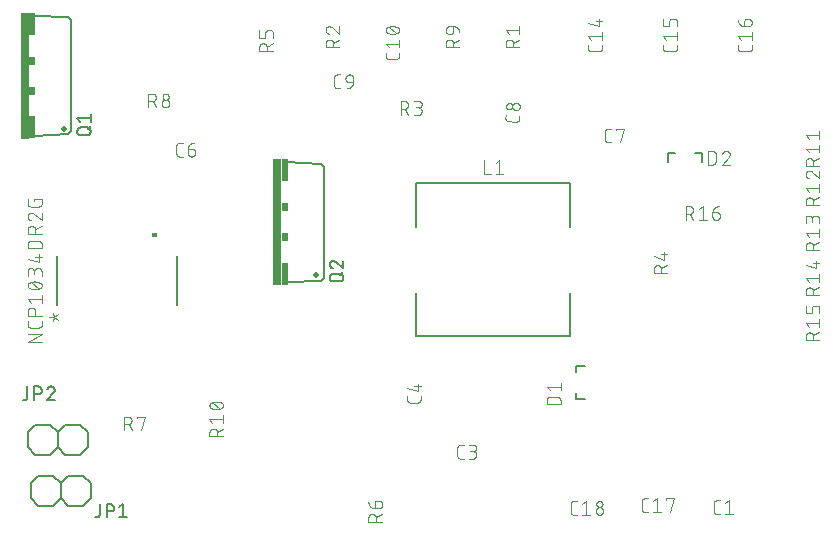
<source format=gbr>
G04 EAGLE Gerber RS-274X export*
G75*
%MOMM*%
%FSLAX34Y34*%
%LPD*%
%INSilkscreen Top*%
%IPPOS*%
%AMOC8*
5,1,8,0,0,1.08239X$1,22.5*%
G01*
%ADD10C,0.101600*%
%ADD11C,0.152400*%
%ADD12C,0.200000*%
%ADD13C,0.508000*%
%ADD14R,0.762000X10.668000*%
%ADD15R,0.508000X1.905000*%
%ADD16R,0.508000X0.762000*%
%ADD17C,0.127000*%
%ADD18C,0.076200*%

G36*
X124557Y240503D02*
X124557Y240503D01*
X124559Y240502D01*
X124602Y240522D01*
X124646Y240540D01*
X124646Y240542D01*
X124648Y240543D01*
X124681Y240628D01*
X124681Y243168D01*
X124680Y243170D01*
X124681Y243172D01*
X124661Y243215D01*
X124643Y243259D01*
X124641Y243259D01*
X124640Y243261D01*
X124555Y243294D01*
X120745Y243294D01*
X120743Y243293D01*
X120741Y243294D01*
X120698Y243274D01*
X120654Y243256D01*
X120654Y243254D01*
X120652Y243253D01*
X120619Y243168D01*
X120619Y240628D01*
X120620Y240626D01*
X120619Y240624D01*
X120639Y240581D01*
X120657Y240537D01*
X120659Y240537D01*
X120660Y240535D01*
X120745Y240502D01*
X124555Y240502D01*
X124557Y240503D01*
G37*
D10*
X329692Y396306D02*
X329692Y393709D01*
X329690Y393610D01*
X329684Y393510D01*
X329675Y393411D01*
X329662Y393313D01*
X329645Y393215D01*
X329624Y393117D01*
X329599Y393021D01*
X329571Y392926D01*
X329539Y392832D01*
X329504Y392739D01*
X329465Y392647D01*
X329422Y392557D01*
X329377Y392469D01*
X329327Y392382D01*
X329275Y392298D01*
X329219Y392215D01*
X329161Y392135D01*
X329099Y392057D01*
X329034Y391982D01*
X328966Y391909D01*
X328896Y391839D01*
X328823Y391771D01*
X328748Y391706D01*
X328670Y391644D01*
X328590Y391586D01*
X328507Y391530D01*
X328423Y391478D01*
X328336Y391428D01*
X328248Y391383D01*
X328158Y391340D01*
X328066Y391301D01*
X327973Y391266D01*
X327879Y391234D01*
X327784Y391206D01*
X327688Y391181D01*
X327590Y391160D01*
X327492Y391143D01*
X327394Y391130D01*
X327295Y391121D01*
X327195Y391115D01*
X327096Y391113D01*
X320604Y391113D01*
X320604Y391112D02*
X320505Y391114D01*
X320405Y391120D01*
X320306Y391129D01*
X320208Y391142D01*
X320110Y391160D01*
X320012Y391180D01*
X319916Y391205D01*
X319820Y391233D01*
X319726Y391265D01*
X319633Y391300D01*
X319542Y391339D01*
X319452Y391382D01*
X319363Y391427D01*
X319277Y391477D01*
X319192Y391529D01*
X319110Y391585D01*
X319030Y391644D01*
X318952Y391705D01*
X318876Y391770D01*
X318803Y391838D01*
X318733Y391908D01*
X318665Y391981D01*
X318600Y392057D01*
X318539Y392135D01*
X318480Y392215D01*
X318424Y392297D01*
X318372Y392382D01*
X318323Y392468D01*
X318277Y392557D01*
X318234Y392647D01*
X318195Y392738D01*
X318160Y392831D01*
X318128Y392925D01*
X318100Y393021D01*
X318075Y393117D01*
X318055Y393215D01*
X318037Y393313D01*
X318024Y393411D01*
X318015Y393510D01*
X318009Y393609D01*
X318007Y393709D01*
X318008Y393709D02*
X318008Y396306D01*
X320604Y400671D02*
X318008Y403916D01*
X329692Y403916D01*
X329692Y400671D02*
X329692Y407162D01*
X323850Y412101D02*
X323620Y412104D01*
X323390Y412112D01*
X323161Y412126D01*
X322932Y412145D01*
X322703Y412170D01*
X322475Y412200D01*
X322248Y412235D01*
X322022Y412276D01*
X321797Y412322D01*
X321573Y412374D01*
X321350Y412431D01*
X321129Y412493D01*
X320909Y412561D01*
X320691Y412634D01*
X320475Y412712D01*
X320261Y412795D01*
X320049Y412883D01*
X319838Y412976D01*
X319631Y413075D01*
X319631Y413074D02*
X319541Y413107D01*
X319452Y413143D01*
X319364Y413183D01*
X319279Y413227D01*
X319195Y413274D01*
X319113Y413324D01*
X319033Y413378D01*
X318956Y413434D01*
X318880Y413494D01*
X318807Y413557D01*
X318737Y413622D01*
X318669Y413691D01*
X318605Y413762D01*
X318543Y413835D01*
X318484Y413911D01*
X318428Y413989D01*
X318375Y414070D01*
X318326Y414152D01*
X318280Y414236D01*
X318237Y414323D01*
X318198Y414410D01*
X318162Y414500D01*
X318130Y414590D01*
X318102Y414682D01*
X318077Y414775D01*
X318056Y414869D01*
X318039Y414963D01*
X318025Y415058D01*
X318016Y415154D01*
X318010Y415250D01*
X318008Y415346D01*
X318010Y415442D01*
X318016Y415538D01*
X318025Y415634D01*
X318039Y415729D01*
X318056Y415823D01*
X318077Y415917D01*
X318102Y416010D01*
X318130Y416102D01*
X318162Y416192D01*
X318198Y416282D01*
X318237Y416370D01*
X318280Y416456D01*
X318326Y416540D01*
X318375Y416622D01*
X318428Y416703D01*
X318484Y416781D01*
X318543Y416857D01*
X318605Y416930D01*
X318669Y417001D01*
X318737Y417070D01*
X318807Y417135D01*
X318880Y417198D01*
X318956Y417258D01*
X319033Y417314D01*
X319113Y417368D01*
X319195Y417418D01*
X319279Y417465D01*
X319364Y417509D01*
X319452Y417549D01*
X319541Y417585D01*
X319631Y417618D01*
X319838Y417717D01*
X320049Y417810D01*
X320261Y417898D01*
X320475Y417981D01*
X320691Y418059D01*
X320909Y418132D01*
X321129Y418200D01*
X321350Y418262D01*
X321573Y418319D01*
X321797Y418371D01*
X322022Y418417D01*
X322248Y418458D01*
X322475Y418493D01*
X322703Y418523D01*
X322932Y418548D01*
X323161Y418567D01*
X323390Y418581D01*
X323620Y418589D01*
X323850Y418592D01*
X323850Y412101D02*
X324080Y412104D01*
X324310Y412112D01*
X324539Y412126D01*
X324768Y412145D01*
X324997Y412170D01*
X325225Y412200D01*
X325452Y412235D01*
X325678Y412276D01*
X325903Y412322D01*
X326127Y412374D01*
X326350Y412431D01*
X326571Y412493D01*
X326791Y412561D01*
X327009Y412634D01*
X327225Y412712D01*
X327439Y412795D01*
X327651Y412883D01*
X327862Y412976D01*
X328069Y413075D01*
X328069Y413074D02*
X328159Y413107D01*
X328248Y413143D01*
X328336Y413184D01*
X328421Y413227D01*
X328505Y413274D01*
X328587Y413324D01*
X328667Y413378D01*
X328744Y413434D01*
X328820Y413494D01*
X328893Y413557D01*
X328963Y413622D01*
X329031Y413691D01*
X329095Y413762D01*
X329157Y413835D01*
X329216Y413911D01*
X329272Y413989D01*
X329325Y414070D01*
X329374Y414152D01*
X329420Y414236D01*
X329463Y414323D01*
X329502Y414410D01*
X329538Y414500D01*
X329570Y414590D01*
X329598Y414682D01*
X329623Y414775D01*
X329644Y414869D01*
X329661Y414963D01*
X329675Y415058D01*
X329684Y415154D01*
X329690Y415250D01*
X329692Y415346D01*
X328069Y417618D02*
X327862Y417717D01*
X327651Y417810D01*
X327439Y417898D01*
X327225Y417981D01*
X327009Y418059D01*
X326791Y418132D01*
X326571Y418200D01*
X326350Y418262D01*
X326127Y418319D01*
X325903Y418371D01*
X325678Y418417D01*
X325452Y418458D01*
X325225Y418493D01*
X324997Y418523D01*
X324768Y418548D01*
X324539Y418567D01*
X324310Y418581D01*
X324080Y418589D01*
X323850Y418592D01*
X328069Y417618D02*
X328159Y417585D01*
X328248Y417549D01*
X328336Y417509D01*
X328421Y417465D01*
X328505Y417418D01*
X328587Y417368D01*
X328667Y417314D01*
X328744Y417258D01*
X328820Y417198D01*
X328893Y417135D01*
X328963Y417070D01*
X329031Y417001D01*
X329095Y416930D01*
X329157Y416857D01*
X329216Y416781D01*
X329272Y416703D01*
X329325Y416622D01*
X329374Y416540D01*
X329420Y416456D01*
X329463Y416369D01*
X329502Y416282D01*
X329538Y416192D01*
X329570Y416102D01*
X329598Y416010D01*
X329623Y415917D01*
X329644Y415823D01*
X329661Y415729D01*
X329675Y415634D01*
X329684Y415538D01*
X329690Y415442D01*
X329692Y415346D01*
X327096Y412750D02*
X320604Y417943D01*
X501142Y402656D02*
X501142Y400059D01*
X501140Y399960D01*
X501134Y399860D01*
X501125Y399761D01*
X501112Y399663D01*
X501095Y399565D01*
X501074Y399467D01*
X501049Y399371D01*
X501021Y399276D01*
X500989Y399182D01*
X500954Y399089D01*
X500915Y398997D01*
X500872Y398907D01*
X500827Y398819D01*
X500777Y398732D01*
X500725Y398648D01*
X500669Y398565D01*
X500611Y398485D01*
X500549Y398407D01*
X500484Y398332D01*
X500416Y398259D01*
X500346Y398189D01*
X500273Y398121D01*
X500198Y398056D01*
X500120Y397994D01*
X500040Y397936D01*
X499957Y397880D01*
X499873Y397828D01*
X499786Y397778D01*
X499698Y397733D01*
X499608Y397690D01*
X499516Y397651D01*
X499423Y397616D01*
X499329Y397584D01*
X499234Y397556D01*
X499138Y397531D01*
X499040Y397510D01*
X498942Y397493D01*
X498844Y397480D01*
X498745Y397471D01*
X498645Y397465D01*
X498546Y397463D01*
X492054Y397463D01*
X492054Y397462D02*
X491955Y397464D01*
X491855Y397470D01*
X491756Y397479D01*
X491658Y397492D01*
X491560Y397510D01*
X491462Y397530D01*
X491366Y397555D01*
X491270Y397583D01*
X491176Y397615D01*
X491083Y397650D01*
X490992Y397689D01*
X490902Y397732D01*
X490813Y397777D01*
X490727Y397827D01*
X490642Y397879D01*
X490560Y397935D01*
X490480Y397994D01*
X490402Y398055D01*
X490326Y398120D01*
X490253Y398188D01*
X490183Y398258D01*
X490115Y398331D01*
X490050Y398407D01*
X489989Y398485D01*
X489930Y398565D01*
X489874Y398647D01*
X489822Y398732D01*
X489773Y398818D01*
X489727Y398907D01*
X489684Y398997D01*
X489645Y399088D01*
X489610Y399181D01*
X489578Y399275D01*
X489550Y399371D01*
X489525Y399467D01*
X489505Y399565D01*
X489487Y399663D01*
X489474Y399761D01*
X489465Y399860D01*
X489459Y399959D01*
X489457Y400059D01*
X489458Y400059D02*
X489458Y402656D01*
X492054Y407021D02*
X489458Y410266D01*
X501142Y410266D01*
X501142Y407021D02*
X501142Y413512D01*
X498546Y418451D02*
X489458Y421047D01*
X498546Y418451D02*
X498546Y424942D01*
X495949Y422995D02*
X501142Y422995D01*
X564642Y402656D02*
X564642Y400059D01*
X564640Y399960D01*
X564634Y399860D01*
X564625Y399761D01*
X564612Y399663D01*
X564595Y399565D01*
X564574Y399467D01*
X564549Y399371D01*
X564521Y399276D01*
X564489Y399182D01*
X564454Y399089D01*
X564415Y398997D01*
X564372Y398907D01*
X564327Y398819D01*
X564277Y398732D01*
X564225Y398648D01*
X564169Y398565D01*
X564111Y398485D01*
X564049Y398407D01*
X563984Y398332D01*
X563916Y398259D01*
X563846Y398189D01*
X563773Y398121D01*
X563698Y398056D01*
X563620Y397994D01*
X563540Y397936D01*
X563457Y397880D01*
X563373Y397828D01*
X563286Y397778D01*
X563198Y397733D01*
X563108Y397690D01*
X563016Y397651D01*
X562923Y397616D01*
X562829Y397584D01*
X562734Y397556D01*
X562638Y397531D01*
X562540Y397510D01*
X562442Y397493D01*
X562344Y397480D01*
X562245Y397471D01*
X562145Y397465D01*
X562046Y397463D01*
X555554Y397463D01*
X555554Y397462D02*
X555455Y397464D01*
X555355Y397470D01*
X555256Y397479D01*
X555158Y397492D01*
X555060Y397510D01*
X554962Y397530D01*
X554866Y397555D01*
X554770Y397583D01*
X554676Y397615D01*
X554583Y397650D01*
X554492Y397689D01*
X554402Y397732D01*
X554313Y397777D01*
X554227Y397827D01*
X554142Y397879D01*
X554060Y397935D01*
X553980Y397994D01*
X553902Y398055D01*
X553826Y398120D01*
X553753Y398188D01*
X553683Y398258D01*
X553615Y398331D01*
X553550Y398407D01*
X553489Y398485D01*
X553430Y398565D01*
X553374Y398647D01*
X553322Y398732D01*
X553273Y398818D01*
X553227Y398907D01*
X553184Y398997D01*
X553145Y399088D01*
X553110Y399181D01*
X553078Y399275D01*
X553050Y399371D01*
X553025Y399467D01*
X553005Y399565D01*
X552987Y399663D01*
X552974Y399761D01*
X552965Y399860D01*
X552959Y399959D01*
X552957Y400059D01*
X552958Y400059D02*
X552958Y402656D01*
X555554Y407021D02*
X552958Y410266D01*
X564642Y410266D01*
X564642Y407021D02*
X564642Y413512D01*
X564642Y418451D02*
X564642Y422346D01*
X564640Y422445D01*
X564634Y422545D01*
X564625Y422644D01*
X564612Y422742D01*
X564595Y422840D01*
X564574Y422938D01*
X564549Y423034D01*
X564521Y423129D01*
X564489Y423223D01*
X564454Y423316D01*
X564415Y423408D01*
X564372Y423498D01*
X564327Y423586D01*
X564277Y423673D01*
X564225Y423757D01*
X564169Y423840D01*
X564111Y423920D01*
X564049Y423998D01*
X563984Y424073D01*
X563916Y424146D01*
X563846Y424216D01*
X563773Y424284D01*
X563698Y424349D01*
X563620Y424411D01*
X563540Y424469D01*
X563457Y424525D01*
X563373Y424577D01*
X563286Y424627D01*
X563198Y424672D01*
X563108Y424715D01*
X563016Y424754D01*
X562923Y424789D01*
X562829Y424821D01*
X562734Y424849D01*
X562638Y424874D01*
X562540Y424895D01*
X562442Y424912D01*
X562344Y424925D01*
X562245Y424934D01*
X562145Y424940D01*
X562046Y424942D01*
X560747Y424942D01*
X560648Y424940D01*
X560548Y424934D01*
X560449Y424925D01*
X560351Y424912D01*
X560253Y424895D01*
X560155Y424874D01*
X560059Y424849D01*
X559964Y424821D01*
X559870Y424789D01*
X559777Y424754D01*
X559685Y424715D01*
X559595Y424672D01*
X559507Y424627D01*
X559420Y424577D01*
X559336Y424525D01*
X559253Y424469D01*
X559173Y424411D01*
X559095Y424349D01*
X559020Y424284D01*
X558947Y424216D01*
X558877Y424146D01*
X558809Y424073D01*
X558744Y423998D01*
X558682Y423920D01*
X558624Y423840D01*
X558568Y423757D01*
X558516Y423673D01*
X558466Y423586D01*
X558421Y423498D01*
X558378Y423408D01*
X558339Y423316D01*
X558304Y423223D01*
X558272Y423129D01*
X558244Y423034D01*
X558219Y422938D01*
X558198Y422840D01*
X558181Y422742D01*
X558168Y422644D01*
X558159Y422545D01*
X558153Y422445D01*
X558151Y422346D01*
X558151Y418451D01*
X552958Y418451D01*
X552958Y424942D01*
X628142Y402656D02*
X628142Y400059D01*
X628140Y399960D01*
X628134Y399860D01*
X628125Y399761D01*
X628112Y399663D01*
X628095Y399565D01*
X628074Y399467D01*
X628049Y399371D01*
X628021Y399276D01*
X627989Y399182D01*
X627954Y399089D01*
X627915Y398997D01*
X627872Y398907D01*
X627827Y398819D01*
X627777Y398732D01*
X627725Y398648D01*
X627669Y398565D01*
X627611Y398485D01*
X627549Y398407D01*
X627484Y398332D01*
X627416Y398259D01*
X627346Y398189D01*
X627273Y398121D01*
X627198Y398056D01*
X627120Y397994D01*
X627040Y397936D01*
X626957Y397880D01*
X626873Y397828D01*
X626786Y397778D01*
X626698Y397733D01*
X626608Y397690D01*
X626516Y397651D01*
X626423Y397616D01*
X626329Y397584D01*
X626234Y397556D01*
X626138Y397531D01*
X626040Y397510D01*
X625942Y397493D01*
X625844Y397480D01*
X625745Y397471D01*
X625645Y397465D01*
X625546Y397463D01*
X619054Y397463D01*
X619054Y397462D02*
X618955Y397464D01*
X618855Y397470D01*
X618756Y397479D01*
X618658Y397492D01*
X618560Y397510D01*
X618462Y397530D01*
X618366Y397555D01*
X618270Y397583D01*
X618176Y397615D01*
X618083Y397650D01*
X617992Y397689D01*
X617902Y397732D01*
X617813Y397777D01*
X617727Y397827D01*
X617642Y397879D01*
X617560Y397935D01*
X617480Y397994D01*
X617402Y398055D01*
X617326Y398120D01*
X617253Y398188D01*
X617183Y398258D01*
X617115Y398331D01*
X617050Y398407D01*
X616989Y398485D01*
X616930Y398565D01*
X616874Y398647D01*
X616822Y398732D01*
X616773Y398818D01*
X616727Y398907D01*
X616684Y398997D01*
X616645Y399088D01*
X616610Y399181D01*
X616578Y399275D01*
X616550Y399371D01*
X616525Y399467D01*
X616505Y399565D01*
X616487Y399663D01*
X616474Y399761D01*
X616465Y399860D01*
X616459Y399959D01*
X616457Y400059D01*
X616458Y400059D02*
X616458Y402656D01*
X619054Y407021D02*
X616458Y410266D01*
X628142Y410266D01*
X628142Y407021D02*
X628142Y413512D01*
X621651Y418451D02*
X621651Y422346D01*
X621653Y422445D01*
X621659Y422545D01*
X621668Y422644D01*
X621681Y422742D01*
X621698Y422840D01*
X621719Y422938D01*
X621744Y423034D01*
X621772Y423129D01*
X621804Y423223D01*
X621839Y423316D01*
X621878Y423408D01*
X621921Y423498D01*
X621966Y423586D01*
X622016Y423673D01*
X622068Y423757D01*
X622124Y423840D01*
X622182Y423920D01*
X622244Y423998D01*
X622309Y424073D01*
X622377Y424146D01*
X622447Y424216D01*
X622520Y424284D01*
X622595Y424349D01*
X622673Y424411D01*
X622753Y424469D01*
X622836Y424525D01*
X622920Y424577D01*
X623007Y424627D01*
X623095Y424672D01*
X623185Y424715D01*
X623277Y424754D01*
X623370Y424789D01*
X623464Y424821D01*
X623559Y424849D01*
X623655Y424874D01*
X623753Y424895D01*
X623851Y424912D01*
X623949Y424925D01*
X624048Y424934D01*
X624148Y424940D01*
X624247Y424942D01*
X624896Y424942D01*
X625009Y424940D01*
X625122Y424934D01*
X625235Y424924D01*
X625348Y424910D01*
X625460Y424893D01*
X625571Y424871D01*
X625681Y424846D01*
X625791Y424816D01*
X625899Y424783D01*
X626006Y424746D01*
X626112Y424706D01*
X626216Y424661D01*
X626319Y424613D01*
X626420Y424562D01*
X626519Y424507D01*
X626616Y424449D01*
X626711Y424387D01*
X626804Y424322D01*
X626894Y424254D01*
X626982Y424183D01*
X627068Y424108D01*
X627151Y424031D01*
X627231Y423951D01*
X627308Y423868D01*
X627383Y423782D01*
X627454Y423694D01*
X627522Y423604D01*
X627587Y423511D01*
X627649Y423416D01*
X627707Y423319D01*
X627762Y423220D01*
X627813Y423119D01*
X627861Y423016D01*
X627906Y422912D01*
X627946Y422806D01*
X627983Y422699D01*
X628016Y422591D01*
X628046Y422481D01*
X628071Y422371D01*
X628093Y422260D01*
X628110Y422148D01*
X628124Y422035D01*
X628134Y421922D01*
X628140Y421809D01*
X628142Y421696D01*
X628140Y421583D01*
X628134Y421470D01*
X628124Y421357D01*
X628110Y421244D01*
X628093Y421132D01*
X628071Y421021D01*
X628046Y420911D01*
X628016Y420801D01*
X627983Y420693D01*
X627946Y420586D01*
X627906Y420480D01*
X627861Y420376D01*
X627813Y420273D01*
X627762Y420172D01*
X627707Y420073D01*
X627649Y419976D01*
X627587Y419881D01*
X627522Y419788D01*
X627454Y419698D01*
X627383Y419610D01*
X627308Y419524D01*
X627231Y419441D01*
X627151Y419361D01*
X627068Y419284D01*
X626982Y419209D01*
X626894Y419138D01*
X626804Y419070D01*
X626711Y419005D01*
X626616Y418943D01*
X626519Y418885D01*
X626420Y418830D01*
X626319Y418779D01*
X626216Y418731D01*
X626112Y418686D01*
X626006Y418646D01*
X625899Y418609D01*
X625791Y418576D01*
X625681Y418546D01*
X625571Y418521D01*
X625460Y418499D01*
X625348Y418482D01*
X625235Y418468D01*
X625122Y418458D01*
X625009Y418452D01*
X624896Y418450D01*
X624896Y418451D02*
X621651Y418451D01*
X621508Y418453D01*
X621365Y418459D01*
X621222Y418469D01*
X621080Y418483D01*
X620938Y418500D01*
X620796Y418522D01*
X620655Y418547D01*
X620515Y418577D01*
X620376Y418610D01*
X620238Y418647D01*
X620101Y418688D01*
X619965Y418732D01*
X619830Y418781D01*
X619697Y418833D01*
X619565Y418888D01*
X619435Y418948D01*
X619306Y419011D01*
X619179Y419077D01*
X619055Y419147D01*
X618932Y419220D01*
X618811Y419297D01*
X618692Y419376D01*
X618576Y419460D01*
X618461Y419546D01*
X618350Y419635D01*
X618241Y419728D01*
X618134Y419823D01*
X618030Y419922D01*
X617929Y420023D01*
X617830Y420127D01*
X617735Y420233D01*
X617642Y420343D01*
X617553Y420454D01*
X617467Y420568D01*
X617384Y420685D01*
X617304Y420804D01*
X617227Y420925D01*
X617154Y421047D01*
X617084Y421172D01*
X617018Y421299D01*
X616955Y421428D01*
X616895Y421558D01*
X616840Y421690D01*
X616788Y421823D01*
X616739Y421958D01*
X616695Y422094D01*
X616654Y422231D01*
X616617Y422369D01*
X616584Y422508D01*
X616554Y422648D01*
X616529Y422789D01*
X616507Y422931D01*
X616490Y423073D01*
X616476Y423215D01*
X616466Y423358D01*
X616460Y423501D01*
X616458Y423644D01*
X540056Y7258D02*
X537459Y7258D01*
X537360Y7260D01*
X537260Y7266D01*
X537161Y7275D01*
X537063Y7288D01*
X536965Y7305D01*
X536867Y7326D01*
X536771Y7351D01*
X536676Y7379D01*
X536582Y7411D01*
X536489Y7446D01*
X536397Y7485D01*
X536307Y7528D01*
X536219Y7573D01*
X536132Y7623D01*
X536048Y7675D01*
X535965Y7731D01*
X535885Y7789D01*
X535807Y7851D01*
X535732Y7916D01*
X535659Y7984D01*
X535589Y8054D01*
X535521Y8127D01*
X535456Y8202D01*
X535394Y8280D01*
X535336Y8360D01*
X535280Y8443D01*
X535228Y8527D01*
X535178Y8614D01*
X535133Y8702D01*
X535090Y8792D01*
X535051Y8884D01*
X535016Y8977D01*
X534984Y9071D01*
X534956Y9166D01*
X534931Y9262D01*
X534910Y9360D01*
X534893Y9458D01*
X534880Y9556D01*
X534871Y9655D01*
X534865Y9755D01*
X534863Y9854D01*
X534863Y16346D01*
X534865Y16445D01*
X534871Y16545D01*
X534880Y16644D01*
X534893Y16742D01*
X534910Y16840D01*
X534931Y16938D01*
X534956Y17034D01*
X534984Y17129D01*
X535016Y17223D01*
X535051Y17316D01*
X535090Y17408D01*
X535133Y17498D01*
X535178Y17586D01*
X535228Y17673D01*
X535280Y17757D01*
X535336Y17840D01*
X535394Y17920D01*
X535456Y17998D01*
X535521Y18073D01*
X535589Y18146D01*
X535659Y18216D01*
X535732Y18284D01*
X535807Y18349D01*
X535885Y18411D01*
X535965Y18469D01*
X536048Y18525D01*
X536132Y18577D01*
X536219Y18627D01*
X536307Y18672D01*
X536397Y18715D01*
X536489Y18754D01*
X536581Y18789D01*
X536676Y18821D01*
X536771Y18849D01*
X536867Y18874D01*
X536965Y18895D01*
X537063Y18912D01*
X537161Y18925D01*
X537260Y18934D01*
X537360Y18940D01*
X537459Y18942D01*
X540056Y18942D01*
X544421Y16346D02*
X547666Y18942D01*
X547666Y7258D01*
X544421Y7258D02*
X550912Y7258D01*
X555851Y17644D02*
X555851Y18942D01*
X562342Y18942D01*
X559096Y7258D01*
X480051Y4958D02*
X477454Y4958D01*
X477355Y4960D01*
X477255Y4966D01*
X477156Y4975D01*
X477058Y4988D01*
X476960Y5005D01*
X476862Y5026D01*
X476766Y5051D01*
X476671Y5079D01*
X476577Y5111D01*
X476484Y5146D01*
X476392Y5185D01*
X476302Y5228D01*
X476214Y5273D01*
X476127Y5323D01*
X476043Y5375D01*
X475960Y5431D01*
X475880Y5489D01*
X475802Y5551D01*
X475727Y5616D01*
X475654Y5684D01*
X475584Y5754D01*
X475516Y5827D01*
X475451Y5902D01*
X475389Y5980D01*
X475331Y6060D01*
X475275Y6143D01*
X475223Y6227D01*
X475173Y6314D01*
X475128Y6402D01*
X475085Y6492D01*
X475046Y6584D01*
X475011Y6677D01*
X474979Y6771D01*
X474951Y6866D01*
X474926Y6962D01*
X474905Y7060D01*
X474888Y7158D01*
X474875Y7256D01*
X474866Y7355D01*
X474860Y7455D01*
X474858Y7554D01*
X474858Y14046D01*
X474860Y14145D01*
X474866Y14245D01*
X474875Y14344D01*
X474888Y14442D01*
X474905Y14540D01*
X474926Y14638D01*
X474951Y14734D01*
X474979Y14829D01*
X475011Y14923D01*
X475046Y15016D01*
X475085Y15108D01*
X475128Y15198D01*
X475173Y15286D01*
X475223Y15373D01*
X475275Y15457D01*
X475331Y15540D01*
X475389Y15620D01*
X475451Y15698D01*
X475516Y15773D01*
X475584Y15846D01*
X475654Y15916D01*
X475727Y15984D01*
X475802Y16049D01*
X475880Y16111D01*
X475960Y16169D01*
X476043Y16225D01*
X476127Y16277D01*
X476214Y16327D01*
X476302Y16372D01*
X476392Y16415D01*
X476484Y16454D01*
X476576Y16489D01*
X476671Y16521D01*
X476766Y16549D01*
X476862Y16574D01*
X476960Y16595D01*
X477058Y16612D01*
X477156Y16625D01*
X477255Y16634D01*
X477355Y16640D01*
X477454Y16642D01*
X480051Y16642D01*
X484416Y14046D02*
X487662Y16642D01*
X487662Y4958D01*
X490907Y4958D02*
X484416Y4958D01*
X495846Y8204D02*
X495848Y8317D01*
X495854Y8430D01*
X495864Y8543D01*
X495878Y8656D01*
X495895Y8768D01*
X495917Y8879D01*
X495942Y8989D01*
X495972Y9099D01*
X496005Y9207D01*
X496042Y9314D01*
X496082Y9420D01*
X496127Y9524D01*
X496175Y9627D01*
X496226Y9728D01*
X496281Y9827D01*
X496339Y9924D01*
X496401Y10019D01*
X496466Y10112D01*
X496534Y10202D01*
X496605Y10290D01*
X496680Y10376D01*
X496757Y10459D01*
X496837Y10539D01*
X496920Y10616D01*
X497006Y10691D01*
X497094Y10762D01*
X497184Y10830D01*
X497277Y10895D01*
X497372Y10957D01*
X497469Y11015D01*
X497568Y11070D01*
X497669Y11121D01*
X497772Y11169D01*
X497876Y11214D01*
X497982Y11254D01*
X498089Y11291D01*
X498197Y11324D01*
X498307Y11354D01*
X498417Y11379D01*
X498528Y11401D01*
X498640Y11418D01*
X498753Y11432D01*
X498866Y11442D01*
X498979Y11448D01*
X499092Y11450D01*
X499205Y11448D01*
X499318Y11442D01*
X499431Y11432D01*
X499544Y11418D01*
X499656Y11401D01*
X499767Y11379D01*
X499877Y11354D01*
X499987Y11324D01*
X500095Y11291D01*
X500202Y11254D01*
X500308Y11214D01*
X500412Y11169D01*
X500515Y11121D01*
X500616Y11070D01*
X500715Y11015D01*
X500812Y10957D01*
X500907Y10895D01*
X501000Y10830D01*
X501090Y10762D01*
X501178Y10691D01*
X501264Y10616D01*
X501347Y10539D01*
X501427Y10459D01*
X501504Y10376D01*
X501579Y10290D01*
X501650Y10202D01*
X501718Y10112D01*
X501783Y10019D01*
X501845Y9924D01*
X501903Y9827D01*
X501958Y9728D01*
X502009Y9627D01*
X502057Y9524D01*
X502102Y9420D01*
X502142Y9314D01*
X502179Y9207D01*
X502212Y9099D01*
X502242Y8989D01*
X502267Y8879D01*
X502289Y8768D01*
X502306Y8656D01*
X502320Y8543D01*
X502330Y8430D01*
X502336Y8317D01*
X502338Y8204D01*
X502336Y8091D01*
X502330Y7978D01*
X502320Y7865D01*
X502306Y7752D01*
X502289Y7640D01*
X502267Y7529D01*
X502242Y7419D01*
X502212Y7309D01*
X502179Y7201D01*
X502142Y7094D01*
X502102Y6988D01*
X502057Y6884D01*
X502009Y6781D01*
X501958Y6680D01*
X501903Y6581D01*
X501845Y6484D01*
X501783Y6389D01*
X501718Y6296D01*
X501650Y6206D01*
X501579Y6118D01*
X501504Y6032D01*
X501427Y5949D01*
X501347Y5869D01*
X501264Y5792D01*
X501178Y5717D01*
X501090Y5646D01*
X501000Y5578D01*
X500907Y5513D01*
X500812Y5451D01*
X500715Y5393D01*
X500616Y5338D01*
X500515Y5287D01*
X500412Y5239D01*
X500308Y5194D01*
X500202Y5154D01*
X500095Y5117D01*
X499987Y5084D01*
X499877Y5054D01*
X499767Y5029D01*
X499656Y5007D01*
X499544Y4990D01*
X499431Y4976D01*
X499318Y4966D01*
X499205Y4960D01*
X499092Y4958D01*
X498979Y4960D01*
X498866Y4966D01*
X498753Y4976D01*
X498640Y4990D01*
X498528Y5007D01*
X498417Y5029D01*
X498307Y5054D01*
X498197Y5084D01*
X498089Y5117D01*
X497982Y5154D01*
X497876Y5194D01*
X497772Y5239D01*
X497669Y5287D01*
X497568Y5338D01*
X497469Y5393D01*
X497372Y5451D01*
X497277Y5513D01*
X497184Y5578D01*
X497094Y5646D01*
X497006Y5717D01*
X496920Y5792D01*
X496837Y5869D01*
X496757Y5949D01*
X496680Y6032D01*
X496605Y6118D01*
X496534Y6206D01*
X496466Y6296D01*
X496401Y6389D01*
X496339Y6484D01*
X496281Y6581D01*
X496226Y6680D01*
X496175Y6781D01*
X496127Y6884D01*
X496082Y6988D01*
X496042Y7094D01*
X496005Y7201D01*
X495972Y7309D01*
X495942Y7419D01*
X495917Y7529D01*
X495895Y7640D01*
X495878Y7752D01*
X495864Y7865D01*
X495854Y7978D01*
X495848Y8091D01*
X495846Y8204D01*
X496496Y14046D02*
X496498Y14147D01*
X496504Y14247D01*
X496514Y14347D01*
X496527Y14447D01*
X496545Y14546D01*
X496566Y14645D01*
X496591Y14742D01*
X496620Y14839D01*
X496653Y14934D01*
X496689Y15028D01*
X496729Y15120D01*
X496772Y15211D01*
X496819Y15300D01*
X496869Y15387D01*
X496923Y15473D01*
X496980Y15556D01*
X497040Y15636D01*
X497103Y15715D01*
X497170Y15791D01*
X497239Y15864D01*
X497311Y15934D01*
X497385Y16002D01*
X497462Y16067D01*
X497542Y16128D01*
X497624Y16187D01*
X497708Y16242D01*
X497794Y16294D01*
X497882Y16343D01*
X497972Y16388D01*
X498064Y16430D01*
X498157Y16468D01*
X498252Y16502D01*
X498347Y16533D01*
X498444Y16560D01*
X498542Y16583D01*
X498641Y16603D01*
X498741Y16618D01*
X498841Y16630D01*
X498941Y16638D01*
X499042Y16642D01*
X499142Y16642D01*
X499243Y16638D01*
X499343Y16630D01*
X499443Y16618D01*
X499543Y16603D01*
X499642Y16583D01*
X499740Y16560D01*
X499837Y16533D01*
X499932Y16502D01*
X500027Y16468D01*
X500120Y16430D01*
X500212Y16388D01*
X500302Y16343D01*
X500390Y16294D01*
X500476Y16242D01*
X500560Y16187D01*
X500642Y16128D01*
X500722Y16067D01*
X500799Y16002D01*
X500873Y15934D01*
X500945Y15864D01*
X501014Y15791D01*
X501081Y15715D01*
X501144Y15636D01*
X501204Y15556D01*
X501261Y15473D01*
X501315Y15387D01*
X501365Y15300D01*
X501412Y15211D01*
X501455Y15120D01*
X501495Y15028D01*
X501531Y14934D01*
X501564Y14839D01*
X501593Y14742D01*
X501618Y14645D01*
X501639Y14546D01*
X501657Y14447D01*
X501670Y14347D01*
X501680Y14247D01*
X501686Y14147D01*
X501688Y14046D01*
X501686Y13945D01*
X501680Y13845D01*
X501670Y13745D01*
X501657Y13645D01*
X501639Y13546D01*
X501618Y13447D01*
X501593Y13350D01*
X501564Y13253D01*
X501531Y13158D01*
X501495Y13064D01*
X501455Y12972D01*
X501412Y12881D01*
X501365Y12792D01*
X501315Y12705D01*
X501261Y12619D01*
X501204Y12536D01*
X501144Y12456D01*
X501081Y12377D01*
X501014Y12301D01*
X500945Y12228D01*
X500873Y12158D01*
X500799Y12090D01*
X500722Y12025D01*
X500642Y11964D01*
X500560Y11905D01*
X500476Y11850D01*
X500390Y11798D01*
X500302Y11749D01*
X500212Y11704D01*
X500120Y11662D01*
X500027Y11624D01*
X499932Y11590D01*
X499837Y11559D01*
X499740Y11532D01*
X499642Y11509D01*
X499543Y11489D01*
X499443Y11474D01*
X499343Y11462D01*
X499243Y11454D01*
X499142Y11450D01*
X499042Y11450D01*
X498941Y11454D01*
X498841Y11462D01*
X498741Y11474D01*
X498641Y11489D01*
X498542Y11509D01*
X498444Y11532D01*
X498347Y11559D01*
X498252Y11590D01*
X498157Y11624D01*
X498064Y11662D01*
X497972Y11704D01*
X497882Y11749D01*
X497794Y11798D01*
X497708Y11850D01*
X497624Y11905D01*
X497542Y11964D01*
X497462Y12025D01*
X497385Y12090D01*
X497311Y12158D01*
X497239Y12228D01*
X497170Y12301D01*
X497103Y12377D01*
X497040Y12456D01*
X496980Y12536D01*
X496923Y12619D01*
X496869Y12705D01*
X496819Y12792D01*
X496772Y12881D01*
X496729Y12972D01*
X496689Y13064D01*
X496653Y13158D01*
X496620Y13253D01*
X496591Y13350D01*
X496566Y13447D01*
X496545Y13546D01*
X496527Y13645D01*
X496514Y13745D01*
X496504Y13845D01*
X496498Y13945D01*
X496496Y14046D01*
X384001Y52508D02*
X381404Y52508D01*
X381305Y52510D01*
X381205Y52516D01*
X381106Y52525D01*
X381008Y52538D01*
X380910Y52555D01*
X380812Y52576D01*
X380716Y52601D01*
X380621Y52629D01*
X380527Y52661D01*
X380434Y52696D01*
X380342Y52735D01*
X380252Y52778D01*
X380164Y52823D01*
X380077Y52873D01*
X379993Y52925D01*
X379910Y52981D01*
X379830Y53039D01*
X379752Y53101D01*
X379677Y53166D01*
X379604Y53234D01*
X379534Y53304D01*
X379466Y53377D01*
X379401Y53452D01*
X379339Y53530D01*
X379281Y53610D01*
X379225Y53693D01*
X379173Y53777D01*
X379123Y53864D01*
X379078Y53952D01*
X379035Y54042D01*
X378996Y54134D01*
X378961Y54227D01*
X378929Y54321D01*
X378901Y54416D01*
X378876Y54512D01*
X378855Y54610D01*
X378838Y54708D01*
X378825Y54806D01*
X378816Y54905D01*
X378810Y55005D01*
X378808Y55104D01*
X378808Y61596D01*
X378810Y61695D01*
X378816Y61795D01*
X378825Y61894D01*
X378838Y61992D01*
X378855Y62090D01*
X378876Y62188D01*
X378901Y62284D01*
X378929Y62379D01*
X378961Y62473D01*
X378996Y62566D01*
X379035Y62658D01*
X379078Y62748D01*
X379123Y62836D01*
X379173Y62923D01*
X379225Y63007D01*
X379281Y63090D01*
X379339Y63170D01*
X379401Y63248D01*
X379466Y63323D01*
X379534Y63396D01*
X379604Y63466D01*
X379677Y63534D01*
X379752Y63599D01*
X379830Y63661D01*
X379910Y63719D01*
X379993Y63775D01*
X380077Y63827D01*
X380164Y63877D01*
X380252Y63922D01*
X380342Y63965D01*
X380434Y64004D01*
X380526Y64039D01*
X380621Y64071D01*
X380716Y64099D01*
X380812Y64124D01*
X380910Y64145D01*
X381008Y64162D01*
X381106Y64175D01*
X381205Y64184D01*
X381305Y64190D01*
X381404Y64192D01*
X384001Y64192D01*
X388366Y52508D02*
X391612Y52508D01*
X391725Y52510D01*
X391838Y52516D01*
X391951Y52526D01*
X392064Y52540D01*
X392176Y52557D01*
X392287Y52579D01*
X392397Y52604D01*
X392507Y52634D01*
X392615Y52667D01*
X392722Y52704D01*
X392828Y52744D01*
X392932Y52789D01*
X393035Y52837D01*
X393136Y52888D01*
X393235Y52943D01*
X393332Y53001D01*
X393427Y53063D01*
X393520Y53128D01*
X393610Y53196D01*
X393698Y53267D01*
X393784Y53342D01*
X393867Y53419D01*
X393947Y53499D01*
X394024Y53582D01*
X394099Y53668D01*
X394170Y53756D01*
X394238Y53846D01*
X394303Y53939D01*
X394365Y54034D01*
X394423Y54131D01*
X394478Y54230D01*
X394529Y54331D01*
X394577Y54434D01*
X394622Y54538D01*
X394662Y54644D01*
X394699Y54751D01*
X394732Y54859D01*
X394762Y54969D01*
X394787Y55079D01*
X394809Y55190D01*
X394826Y55302D01*
X394840Y55415D01*
X394850Y55528D01*
X394856Y55641D01*
X394858Y55754D01*
X394856Y55867D01*
X394850Y55980D01*
X394840Y56093D01*
X394826Y56206D01*
X394809Y56318D01*
X394787Y56429D01*
X394762Y56539D01*
X394732Y56649D01*
X394699Y56757D01*
X394662Y56864D01*
X394622Y56970D01*
X394577Y57074D01*
X394529Y57177D01*
X394478Y57278D01*
X394423Y57377D01*
X394365Y57474D01*
X394303Y57569D01*
X394238Y57662D01*
X394170Y57752D01*
X394099Y57840D01*
X394024Y57926D01*
X393947Y58009D01*
X393867Y58089D01*
X393784Y58166D01*
X393698Y58241D01*
X393610Y58312D01*
X393520Y58380D01*
X393427Y58445D01*
X393332Y58507D01*
X393235Y58565D01*
X393136Y58620D01*
X393035Y58671D01*
X392932Y58719D01*
X392828Y58764D01*
X392722Y58804D01*
X392615Y58841D01*
X392507Y58874D01*
X392397Y58904D01*
X392287Y58929D01*
X392176Y58951D01*
X392064Y58968D01*
X391951Y58982D01*
X391838Y58992D01*
X391725Y58998D01*
X391612Y59000D01*
X392261Y64192D02*
X388366Y64192D01*
X392261Y64192D02*
X392362Y64190D01*
X392462Y64184D01*
X392562Y64174D01*
X392662Y64161D01*
X392761Y64143D01*
X392860Y64122D01*
X392957Y64097D01*
X393054Y64068D01*
X393149Y64035D01*
X393243Y63999D01*
X393335Y63959D01*
X393426Y63916D01*
X393515Y63869D01*
X393602Y63819D01*
X393688Y63765D01*
X393771Y63708D01*
X393851Y63648D01*
X393930Y63585D01*
X394006Y63518D01*
X394079Y63449D01*
X394149Y63377D01*
X394217Y63303D01*
X394282Y63226D01*
X394343Y63146D01*
X394402Y63064D01*
X394457Y62980D01*
X394509Y62894D01*
X394558Y62806D01*
X394603Y62716D01*
X394645Y62624D01*
X394683Y62531D01*
X394717Y62436D01*
X394748Y62341D01*
X394775Y62244D01*
X394798Y62146D01*
X394818Y62047D01*
X394833Y61947D01*
X394845Y61847D01*
X394853Y61747D01*
X394857Y61646D01*
X394857Y61546D01*
X394853Y61445D01*
X394845Y61345D01*
X394833Y61245D01*
X394818Y61145D01*
X394798Y61046D01*
X394775Y60948D01*
X394748Y60851D01*
X394717Y60756D01*
X394683Y60661D01*
X394645Y60568D01*
X394603Y60476D01*
X394558Y60386D01*
X394509Y60298D01*
X394457Y60212D01*
X394402Y60128D01*
X394343Y60046D01*
X394282Y59966D01*
X394217Y59889D01*
X394149Y59815D01*
X394079Y59743D01*
X394006Y59674D01*
X393930Y59607D01*
X393851Y59544D01*
X393771Y59484D01*
X393688Y59427D01*
X393602Y59373D01*
X393515Y59323D01*
X393426Y59276D01*
X393335Y59233D01*
X393243Y59193D01*
X393149Y59157D01*
X393054Y59124D01*
X392957Y59095D01*
X392860Y59070D01*
X392761Y59049D01*
X392662Y59031D01*
X392562Y59018D01*
X392462Y59008D01*
X392362Y59002D01*
X392261Y59000D01*
X392261Y58999D02*
X389664Y58999D01*
X347692Y102639D02*
X347692Y105236D01*
X347692Y102639D02*
X347690Y102540D01*
X347684Y102440D01*
X347675Y102341D01*
X347662Y102243D01*
X347645Y102145D01*
X347624Y102047D01*
X347599Y101951D01*
X347571Y101856D01*
X347539Y101762D01*
X347504Y101669D01*
X347465Y101577D01*
X347422Y101487D01*
X347377Y101399D01*
X347327Y101312D01*
X347275Y101228D01*
X347219Y101145D01*
X347161Y101065D01*
X347099Y100987D01*
X347034Y100912D01*
X346966Y100839D01*
X346896Y100769D01*
X346823Y100701D01*
X346748Y100636D01*
X346670Y100574D01*
X346590Y100516D01*
X346507Y100460D01*
X346423Y100408D01*
X346336Y100358D01*
X346248Y100313D01*
X346158Y100270D01*
X346066Y100231D01*
X345973Y100196D01*
X345879Y100164D01*
X345784Y100136D01*
X345688Y100111D01*
X345590Y100090D01*
X345492Y100073D01*
X345394Y100060D01*
X345295Y100051D01*
X345195Y100045D01*
X345096Y100043D01*
X338604Y100043D01*
X338604Y100042D02*
X338505Y100044D01*
X338405Y100050D01*
X338306Y100059D01*
X338208Y100072D01*
X338110Y100090D01*
X338012Y100110D01*
X337916Y100135D01*
X337820Y100163D01*
X337726Y100195D01*
X337633Y100230D01*
X337542Y100269D01*
X337452Y100312D01*
X337363Y100357D01*
X337277Y100407D01*
X337192Y100459D01*
X337110Y100515D01*
X337030Y100574D01*
X336952Y100635D01*
X336876Y100700D01*
X336803Y100768D01*
X336733Y100838D01*
X336665Y100911D01*
X336600Y100987D01*
X336539Y101065D01*
X336480Y101145D01*
X336424Y101227D01*
X336372Y101312D01*
X336323Y101398D01*
X336277Y101487D01*
X336234Y101577D01*
X336195Y101668D01*
X336160Y101761D01*
X336128Y101855D01*
X336100Y101951D01*
X336075Y102047D01*
X336055Y102145D01*
X336037Y102243D01*
X336024Y102341D01*
X336015Y102440D01*
X336009Y102539D01*
X336007Y102639D01*
X336008Y102639D02*
X336008Y105236D01*
X336008Y112197D02*
X345096Y109601D01*
X345096Y116092D01*
X342499Y114145D02*
X347692Y114145D01*
X146101Y308308D02*
X143504Y308308D01*
X143405Y308310D01*
X143305Y308316D01*
X143206Y308325D01*
X143108Y308338D01*
X143010Y308355D01*
X142912Y308376D01*
X142816Y308401D01*
X142721Y308429D01*
X142627Y308461D01*
X142534Y308496D01*
X142442Y308535D01*
X142352Y308578D01*
X142264Y308623D01*
X142177Y308673D01*
X142093Y308725D01*
X142010Y308781D01*
X141930Y308839D01*
X141852Y308901D01*
X141777Y308966D01*
X141704Y309034D01*
X141634Y309104D01*
X141566Y309177D01*
X141501Y309252D01*
X141439Y309330D01*
X141381Y309410D01*
X141325Y309493D01*
X141273Y309577D01*
X141223Y309664D01*
X141178Y309752D01*
X141135Y309842D01*
X141096Y309934D01*
X141061Y310027D01*
X141029Y310121D01*
X141001Y310216D01*
X140976Y310312D01*
X140955Y310410D01*
X140938Y310508D01*
X140925Y310606D01*
X140916Y310705D01*
X140910Y310805D01*
X140908Y310904D01*
X140908Y317396D01*
X140910Y317495D01*
X140916Y317595D01*
X140925Y317694D01*
X140938Y317792D01*
X140955Y317890D01*
X140976Y317988D01*
X141001Y318084D01*
X141029Y318179D01*
X141061Y318273D01*
X141096Y318366D01*
X141135Y318458D01*
X141178Y318548D01*
X141223Y318636D01*
X141273Y318723D01*
X141325Y318807D01*
X141381Y318890D01*
X141439Y318970D01*
X141501Y319048D01*
X141566Y319123D01*
X141634Y319196D01*
X141704Y319266D01*
X141777Y319334D01*
X141852Y319399D01*
X141930Y319461D01*
X142010Y319519D01*
X142093Y319575D01*
X142177Y319627D01*
X142264Y319677D01*
X142352Y319722D01*
X142442Y319765D01*
X142534Y319804D01*
X142626Y319839D01*
X142721Y319871D01*
X142816Y319899D01*
X142912Y319924D01*
X143010Y319945D01*
X143108Y319962D01*
X143206Y319975D01*
X143305Y319984D01*
X143405Y319990D01*
X143504Y319992D01*
X146101Y319992D01*
X150466Y314799D02*
X154361Y314799D01*
X154460Y314797D01*
X154560Y314791D01*
X154659Y314782D01*
X154757Y314769D01*
X154855Y314752D01*
X154953Y314731D01*
X155049Y314706D01*
X155144Y314678D01*
X155238Y314646D01*
X155331Y314611D01*
X155423Y314572D01*
X155513Y314529D01*
X155601Y314484D01*
X155688Y314434D01*
X155772Y314382D01*
X155855Y314326D01*
X155935Y314268D01*
X156013Y314206D01*
X156088Y314141D01*
X156161Y314073D01*
X156231Y314003D01*
X156299Y313930D01*
X156364Y313855D01*
X156426Y313777D01*
X156484Y313697D01*
X156540Y313614D01*
X156592Y313530D01*
X156642Y313443D01*
X156687Y313355D01*
X156730Y313265D01*
X156769Y313173D01*
X156804Y313080D01*
X156836Y312986D01*
X156864Y312891D01*
X156889Y312795D01*
X156910Y312697D01*
X156927Y312599D01*
X156940Y312501D01*
X156949Y312402D01*
X156955Y312302D01*
X156957Y312203D01*
X156957Y311554D01*
X156958Y311554D02*
X156956Y311441D01*
X156950Y311328D01*
X156940Y311215D01*
X156926Y311102D01*
X156909Y310990D01*
X156887Y310879D01*
X156862Y310769D01*
X156832Y310659D01*
X156799Y310551D01*
X156762Y310444D01*
X156722Y310338D01*
X156677Y310234D01*
X156629Y310131D01*
X156578Y310030D01*
X156523Y309931D01*
X156465Y309834D01*
X156403Y309739D01*
X156338Y309646D01*
X156270Y309556D01*
X156199Y309468D01*
X156124Y309382D01*
X156047Y309299D01*
X155967Y309219D01*
X155884Y309142D01*
X155798Y309067D01*
X155710Y308996D01*
X155620Y308928D01*
X155527Y308863D01*
X155432Y308801D01*
X155335Y308743D01*
X155236Y308688D01*
X155135Y308637D01*
X155032Y308589D01*
X154928Y308544D01*
X154822Y308504D01*
X154715Y308467D01*
X154607Y308434D01*
X154497Y308404D01*
X154387Y308379D01*
X154276Y308357D01*
X154164Y308340D01*
X154051Y308326D01*
X153938Y308316D01*
X153825Y308310D01*
X153712Y308308D01*
X153599Y308310D01*
X153486Y308316D01*
X153373Y308326D01*
X153260Y308340D01*
X153148Y308357D01*
X153037Y308379D01*
X152927Y308404D01*
X152817Y308434D01*
X152709Y308467D01*
X152602Y308504D01*
X152496Y308544D01*
X152392Y308589D01*
X152289Y308637D01*
X152188Y308688D01*
X152089Y308743D01*
X151992Y308801D01*
X151897Y308863D01*
X151804Y308928D01*
X151714Y308996D01*
X151626Y309067D01*
X151540Y309142D01*
X151457Y309219D01*
X151377Y309299D01*
X151300Y309382D01*
X151225Y309468D01*
X151154Y309556D01*
X151086Y309646D01*
X151021Y309739D01*
X150959Y309834D01*
X150901Y309931D01*
X150846Y310030D01*
X150795Y310131D01*
X150747Y310234D01*
X150702Y310338D01*
X150662Y310444D01*
X150625Y310551D01*
X150592Y310659D01*
X150562Y310769D01*
X150537Y310879D01*
X150515Y310990D01*
X150498Y311102D01*
X150484Y311215D01*
X150474Y311328D01*
X150468Y311441D01*
X150466Y311554D01*
X150466Y314799D01*
X150468Y314942D01*
X150474Y315085D01*
X150484Y315228D01*
X150498Y315370D01*
X150515Y315512D01*
X150537Y315654D01*
X150562Y315795D01*
X150592Y315935D01*
X150625Y316074D01*
X150662Y316212D01*
X150703Y316349D01*
X150747Y316485D01*
X150796Y316620D01*
X150848Y316753D01*
X150903Y316885D01*
X150963Y317015D01*
X151026Y317144D01*
X151092Y317271D01*
X151162Y317395D01*
X151235Y317518D01*
X151312Y317639D01*
X151392Y317758D01*
X151475Y317874D01*
X151561Y317989D01*
X151650Y318100D01*
X151743Y318210D01*
X151838Y318316D01*
X151937Y318420D01*
X152038Y318521D01*
X152142Y318620D01*
X152248Y318715D01*
X152358Y318808D01*
X152469Y318897D01*
X152584Y318983D01*
X152700Y319066D01*
X152819Y319146D01*
X152940Y319223D01*
X153062Y319296D01*
X153187Y319366D01*
X153314Y319432D01*
X153443Y319495D01*
X153573Y319555D01*
X153705Y319610D01*
X153838Y319662D01*
X153973Y319711D01*
X154109Y319755D01*
X154246Y319796D01*
X154384Y319833D01*
X154523Y319866D01*
X154663Y319896D01*
X154804Y319921D01*
X154946Y319943D01*
X155088Y319960D01*
X155230Y319974D01*
X155373Y319984D01*
X155516Y319990D01*
X155659Y319992D01*
X506104Y320308D02*
X508701Y320308D01*
X506104Y320308D02*
X506005Y320310D01*
X505905Y320316D01*
X505806Y320325D01*
X505708Y320338D01*
X505610Y320355D01*
X505512Y320376D01*
X505416Y320401D01*
X505321Y320429D01*
X505227Y320461D01*
X505134Y320496D01*
X505042Y320535D01*
X504952Y320578D01*
X504864Y320623D01*
X504777Y320673D01*
X504693Y320725D01*
X504610Y320781D01*
X504530Y320839D01*
X504452Y320901D01*
X504377Y320966D01*
X504304Y321034D01*
X504234Y321104D01*
X504166Y321177D01*
X504101Y321252D01*
X504039Y321330D01*
X503981Y321410D01*
X503925Y321493D01*
X503873Y321577D01*
X503823Y321664D01*
X503778Y321752D01*
X503735Y321842D01*
X503696Y321934D01*
X503661Y322027D01*
X503629Y322121D01*
X503601Y322216D01*
X503576Y322312D01*
X503555Y322410D01*
X503538Y322508D01*
X503525Y322606D01*
X503516Y322705D01*
X503510Y322805D01*
X503508Y322904D01*
X503508Y329396D01*
X503510Y329495D01*
X503516Y329595D01*
X503525Y329694D01*
X503538Y329792D01*
X503555Y329890D01*
X503576Y329988D01*
X503601Y330084D01*
X503629Y330179D01*
X503661Y330273D01*
X503696Y330366D01*
X503735Y330458D01*
X503778Y330548D01*
X503823Y330636D01*
X503873Y330723D01*
X503925Y330807D01*
X503981Y330890D01*
X504039Y330970D01*
X504101Y331048D01*
X504166Y331123D01*
X504234Y331196D01*
X504304Y331266D01*
X504377Y331334D01*
X504452Y331399D01*
X504530Y331461D01*
X504610Y331519D01*
X504693Y331575D01*
X504777Y331627D01*
X504864Y331677D01*
X504952Y331722D01*
X505042Y331765D01*
X505134Y331804D01*
X505226Y331839D01*
X505321Y331871D01*
X505416Y331899D01*
X505512Y331924D01*
X505610Y331945D01*
X505708Y331962D01*
X505806Y331975D01*
X505905Y331984D01*
X506005Y331990D01*
X506104Y331992D01*
X508701Y331992D01*
X513066Y331992D02*
X513066Y330694D01*
X513066Y331992D02*
X519557Y331992D01*
X516312Y320308D01*
X431187Y340295D02*
X431328Y342887D01*
X431187Y340295D02*
X431180Y340195D01*
X431169Y340097D01*
X431154Y339998D01*
X431135Y339901D01*
X431113Y339804D01*
X431087Y339708D01*
X431057Y339613D01*
X431024Y339519D01*
X430987Y339427D01*
X430947Y339336D01*
X430903Y339247D01*
X430856Y339159D01*
X430805Y339073D01*
X430751Y338990D01*
X430694Y338908D01*
X430634Y338829D01*
X430571Y338752D01*
X430506Y338677D01*
X430437Y338606D01*
X430365Y338536D01*
X430291Y338470D01*
X430215Y338406D01*
X430136Y338346D01*
X430055Y338288D01*
X429972Y338234D01*
X429886Y338183D01*
X429799Y338135D01*
X429710Y338091D01*
X429619Y338050D01*
X429527Y338012D01*
X429434Y337978D01*
X429339Y337948D01*
X429243Y337921D01*
X429147Y337898D01*
X429049Y337879D01*
X428951Y337863D01*
X428852Y337852D01*
X428753Y337844D01*
X428653Y337840D01*
X428554Y337839D01*
X428455Y337843D01*
X428454Y337843D02*
X421973Y338194D01*
X421873Y338201D01*
X421775Y338212D01*
X421676Y338227D01*
X421579Y338246D01*
X421482Y338268D01*
X421386Y338294D01*
X421291Y338324D01*
X421197Y338357D01*
X421105Y338394D01*
X421014Y338434D01*
X420925Y338478D01*
X420837Y338525D01*
X420751Y338576D01*
X420668Y338630D01*
X420586Y338686D01*
X420507Y338747D01*
X420430Y338810D01*
X420355Y338875D01*
X420284Y338944D01*
X420214Y339016D01*
X420148Y339090D01*
X420084Y339166D01*
X420024Y339245D01*
X419966Y339326D01*
X419912Y339409D01*
X419861Y339495D01*
X419813Y339582D01*
X419769Y339671D01*
X419728Y339762D01*
X419690Y339854D01*
X419656Y339947D01*
X419626Y340042D01*
X419599Y340138D01*
X419576Y340234D01*
X419557Y340332D01*
X419541Y340430D01*
X419530Y340529D01*
X419522Y340628D01*
X419518Y340728D01*
X419517Y340827D01*
X419521Y340926D01*
X419520Y340927D02*
X419661Y343519D01*
X428324Y347422D02*
X428210Y347430D01*
X428098Y347442D01*
X427986Y347458D01*
X427874Y347478D01*
X427763Y347501D01*
X427653Y347529D01*
X427545Y347560D01*
X427437Y347596D01*
X427330Y347635D01*
X427226Y347677D01*
X427122Y347724D01*
X427020Y347773D01*
X426920Y347827D01*
X426822Y347884D01*
X426726Y347944D01*
X426633Y348007D01*
X426541Y348074D01*
X426452Y348144D01*
X426365Y348217D01*
X426281Y348293D01*
X426200Y348372D01*
X426121Y348453D01*
X426046Y348538D01*
X425973Y348625D01*
X425903Y348714D01*
X425837Y348806D01*
X425774Y348900D01*
X425714Y348996D01*
X425657Y349094D01*
X425604Y349194D01*
X425555Y349296D01*
X425509Y349400D01*
X425467Y349505D01*
X425428Y349612D01*
X425393Y349719D01*
X425362Y349828D01*
X425335Y349938D01*
X425312Y350049D01*
X425292Y350161D01*
X425277Y350273D01*
X425265Y350386D01*
X425257Y350499D01*
X425253Y350612D01*
X425254Y350725D01*
X425258Y350839D01*
X425266Y350952D01*
X425278Y351064D01*
X425294Y351176D01*
X425314Y351288D01*
X425337Y351399D01*
X425365Y351509D01*
X425396Y351617D01*
X425432Y351725D01*
X425471Y351832D01*
X425513Y351937D01*
X425560Y352040D01*
X425609Y352142D01*
X425663Y352242D01*
X425720Y352340D01*
X425780Y352436D01*
X425843Y352529D01*
X425910Y352621D01*
X425980Y352710D01*
X426053Y352797D01*
X426129Y352881D01*
X426208Y352962D01*
X426289Y353041D01*
X426374Y353117D01*
X426461Y353189D01*
X426550Y353259D01*
X426642Y353325D01*
X426736Y353388D01*
X426832Y353448D01*
X426930Y353505D01*
X427030Y353558D01*
X427132Y353607D01*
X427236Y353653D01*
X427341Y353695D01*
X427448Y353734D01*
X427555Y353769D01*
X427664Y353800D01*
X427774Y353827D01*
X427885Y353850D01*
X427997Y353870D01*
X428109Y353885D01*
X428222Y353897D01*
X428335Y353905D01*
X428448Y353909D01*
X428561Y353908D01*
X428675Y353904D01*
X428788Y353896D01*
X428900Y353884D01*
X429012Y353868D01*
X429124Y353848D01*
X429235Y353825D01*
X429345Y353797D01*
X429453Y353765D01*
X429561Y353730D01*
X429668Y353691D01*
X429773Y353649D01*
X429876Y353602D01*
X429978Y353553D01*
X430078Y353499D01*
X430176Y353442D01*
X430272Y353382D01*
X430365Y353319D01*
X430457Y353252D01*
X430546Y353182D01*
X430633Y353109D01*
X430717Y353033D01*
X430798Y352954D01*
X430877Y352873D01*
X430953Y352788D01*
X431025Y352701D01*
X431095Y352612D01*
X431161Y352520D01*
X431224Y352426D01*
X431284Y352330D01*
X431341Y352232D01*
X431394Y352132D01*
X431443Y352030D01*
X431489Y351926D01*
X431531Y351821D01*
X431570Y351714D01*
X431605Y351607D01*
X431636Y351498D01*
X431663Y351388D01*
X431686Y351277D01*
X431706Y351165D01*
X431721Y351053D01*
X431733Y350940D01*
X431741Y350827D01*
X431745Y350714D01*
X431744Y350601D01*
X431740Y350487D01*
X431732Y350374D01*
X431720Y350262D01*
X431704Y350150D01*
X431684Y350038D01*
X431661Y349927D01*
X431633Y349817D01*
X431602Y349709D01*
X431566Y349601D01*
X431527Y349494D01*
X431485Y349389D01*
X431438Y349286D01*
X431389Y349184D01*
X431335Y349084D01*
X431278Y348986D01*
X431218Y348890D01*
X431155Y348797D01*
X431088Y348705D01*
X431018Y348616D01*
X430945Y348529D01*
X430869Y348445D01*
X430790Y348364D01*
X430709Y348285D01*
X430624Y348210D01*
X430537Y348137D01*
X430448Y348067D01*
X430356Y348001D01*
X430262Y347938D01*
X430166Y347878D01*
X430068Y347821D01*
X429968Y347768D01*
X429866Y347719D01*
X429762Y347673D01*
X429657Y347631D01*
X429550Y347592D01*
X429443Y347557D01*
X429334Y347526D01*
X429224Y347499D01*
X429113Y347476D01*
X429001Y347456D01*
X428889Y347441D01*
X428776Y347429D01*
X428663Y347421D01*
X428550Y347417D01*
X428437Y347418D01*
X428324Y347422D01*
X422525Y348387D02*
X422424Y348394D01*
X422324Y348405D01*
X422225Y348421D01*
X422126Y348440D01*
X422028Y348462D01*
X421931Y348489D01*
X421835Y348519D01*
X421740Y348553D01*
X421647Y348591D01*
X421555Y348632D01*
X421465Y348677D01*
X421376Y348726D01*
X421290Y348777D01*
X421205Y348832D01*
X421123Y348890D01*
X421043Y348952D01*
X420966Y349016D01*
X420891Y349083D01*
X420819Y349154D01*
X420750Y349227D01*
X420683Y349302D01*
X420620Y349380D01*
X420559Y349461D01*
X420502Y349544D01*
X420448Y349629D01*
X420397Y349716D01*
X420350Y349804D01*
X420306Y349895D01*
X420266Y349987D01*
X420229Y350081D01*
X420196Y350176D01*
X420167Y350273D01*
X420141Y350370D01*
X420120Y350468D01*
X420102Y350567D01*
X420088Y350667D01*
X420078Y350767D01*
X420071Y350868D01*
X420069Y350968D01*
X420071Y351069D01*
X420076Y351170D01*
X420085Y351270D01*
X420099Y351370D01*
X420116Y351469D01*
X420137Y351567D01*
X420161Y351665D01*
X420190Y351762D01*
X420222Y351857D01*
X420258Y351951D01*
X420297Y352044D01*
X420340Y352135D01*
X420387Y352224D01*
X420437Y352311D01*
X420490Y352397D01*
X420547Y352480D01*
X420607Y352561D01*
X420670Y352640D01*
X420735Y352716D01*
X420804Y352789D01*
X420876Y352860D01*
X420950Y352928D01*
X421027Y352993D01*
X421106Y353055D01*
X421188Y353114D01*
X421272Y353170D01*
X421358Y353222D01*
X421446Y353271D01*
X421536Y353316D01*
X421627Y353358D01*
X421720Y353397D01*
X421815Y353432D01*
X421910Y353463D01*
X422007Y353490D01*
X422105Y353514D01*
X422204Y353534D01*
X422303Y353550D01*
X422403Y353562D01*
X422504Y353570D01*
X422604Y353574D01*
X422705Y353575D01*
X422805Y353571D01*
X422906Y353564D01*
X423006Y353553D01*
X423105Y353537D01*
X423204Y353518D01*
X423302Y353496D01*
X423399Y353469D01*
X423495Y353439D01*
X423590Y353405D01*
X423684Y353367D01*
X423775Y353326D01*
X423866Y353281D01*
X423954Y353232D01*
X424040Y353181D01*
X424125Y353126D01*
X424207Y353068D01*
X424287Y353006D01*
X424364Y352942D01*
X424439Y352874D01*
X424511Y352804D01*
X424580Y352731D01*
X424647Y352656D01*
X424710Y352578D01*
X424771Y352497D01*
X424828Y352414D01*
X424882Y352329D01*
X424933Y352242D01*
X424980Y352153D01*
X425024Y352063D01*
X425064Y351971D01*
X425101Y351877D01*
X425134Y351782D01*
X425163Y351685D01*
X425189Y351588D01*
X425210Y351490D01*
X425228Y351391D01*
X425242Y351291D01*
X425252Y351191D01*
X425259Y351090D01*
X425261Y350990D01*
X425259Y350889D01*
X425254Y350788D01*
X425245Y350688D01*
X425231Y350588D01*
X425214Y350489D01*
X425193Y350391D01*
X425169Y350293D01*
X425140Y350196D01*
X425108Y350101D01*
X425072Y350007D01*
X425033Y349914D01*
X424990Y349823D01*
X424943Y349734D01*
X424893Y349647D01*
X424840Y349561D01*
X424783Y349478D01*
X424723Y349397D01*
X424660Y349318D01*
X424595Y349242D01*
X424526Y349169D01*
X424454Y349098D01*
X424380Y349030D01*
X424303Y348965D01*
X424224Y348903D01*
X424142Y348844D01*
X424058Y348788D01*
X423972Y348736D01*
X423884Y348687D01*
X423794Y348642D01*
X423703Y348600D01*
X423610Y348561D01*
X423515Y348526D01*
X423420Y348495D01*
X423323Y348468D01*
X423225Y348444D01*
X423126Y348424D01*
X423027Y348408D01*
X422927Y348396D01*
X422827Y348388D01*
X422726Y348384D01*
X422625Y348383D01*
X422525Y348387D01*
X279701Y366108D02*
X277104Y366108D01*
X277005Y366110D01*
X276905Y366116D01*
X276806Y366125D01*
X276708Y366138D01*
X276610Y366155D01*
X276512Y366176D01*
X276416Y366201D01*
X276321Y366229D01*
X276227Y366261D01*
X276134Y366296D01*
X276042Y366335D01*
X275952Y366378D01*
X275864Y366423D01*
X275777Y366473D01*
X275693Y366525D01*
X275610Y366581D01*
X275530Y366639D01*
X275452Y366701D01*
X275377Y366766D01*
X275304Y366834D01*
X275234Y366904D01*
X275166Y366977D01*
X275101Y367052D01*
X275039Y367130D01*
X274981Y367210D01*
X274925Y367293D01*
X274873Y367377D01*
X274823Y367464D01*
X274778Y367552D01*
X274735Y367642D01*
X274696Y367734D01*
X274661Y367827D01*
X274629Y367921D01*
X274601Y368016D01*
X274576Y368112D01*
X274555Y368210D01*
X274538Y368308D01*
X274525Y368406D01*
X274516Y368505D01*
X274510Y368605D01*
X274508Y368704D01*
X274508Y375196D01*
X274510Y375295D01*
X274516Y375395D01*
X274525Y375494D01*
X274538Y375592D01*
X274555Y375690D01*
X274576Y375788D01*
X274601Y375884D01*
X274629Y375979D01*
X274661Y376073D01*
X274696Y376166D01*
X274735Y376258D01*
X274778Y376348D01*
X274823Y376436D01*
X274873Y376523D01*
X274925Y376607D01*
X274981Y376690D01*
X275039Y376770D01*
X275101Y376848D01*
X275166Y376923D01*
X275234Y376996D01*
X275304Y377066D01*
X275377Y377134D01*
X275452Y377199D01*
X275530Y377261D01*
X275610Y377319D01*
X275693Y377375D01*
X275777Y377427D01*
X275864Y377477D01*
X275952Y377522D01*
X276042Y377565D01*
X276134Y377604D01*
X276226Y377639D01*
X276321Y377671D01*
X276416Y377699D01*
X276512Y377724D01*
X276610Y377745D01*
X276708Y377762D01*
X276806Y377775D01*
X276905Y377784D01*
X277005Y377790D01*
X277104Y377792D01*
X279701Y377792D01*
X286663Y371301D02*
X290557Y371301D01*
X286663Y371301D02*
X286564Y371303D01*
X286464Y371309D01*
X286365Y371318D01*
X286267Y371331D01*
X286169Y371348D01*
X286071Y371369D01*
X285975Y371394D01*
X285880Y371422D01*
X285786Y371454D01*
X285693Y371489D01*
X285601Y371528D01*
X285511Y371571D01*
X285423Y371616D01*
X285336Y371666D01*
X285252Y371718D01*
X285169Y371774D01*
X285089Y371832D01*
X285011Y371894D01*
X284936Y371959D01*
X284863Y372027D01*
X284793Y372097D01*
X284725Y372170D01*
X284660Y372245D01*
X284598Y372323D01*
X284540Y372403D01*
X284484Y372486D01*
X284432Y372570D01*
X284382Y372657D01*
X284337Y372745D01*
X284294Y372835D01*
X284255Y372927D01*
X284220Y373020D01*
X284188Y373114D01*
X284160Y373209D01*
X284135Y373305D01*
X284114Y373403D01*
X284097Y373501D01*
X284084Y373599D01*
X284075Y373698D01*
X284069Y373798D01*
X284067Y373897D01*
X284066Y373897D02*
X284066Y374546D01*
X284068Y374659D01*
X284074Y374772D01*
X284084Y374885D01*
X284098Y374998D01*
X284115Y375110D01*
X284137Y375221D01*
X284162Y375331D01*
X284192Y375441D01*
X284225Y375549D01*
X284262Y375656D01*
X284302Y375762D01*
X284347Y375866D01*
X284395Y375969D01*
X284446Y376070D01*
X284501Y376169D01*
X284559Y376266D01*
X284621Y376361D01*
X284686Y376454D01*
X284754Y376544D01*
X284825Y376632D01*
X284900Y376718D01*
X284977Y376801D01*
X285057Y376881D01*
X285140Y376958D01*
X285226Y377033D01*
X285314Y377104D01*
X285404Y377172D01*
X285497Y377237D01*
X285592Y377299D01*
X285689Y377357D01*
X285788Y377412D01*
X285889Y377463D01*
X285992Y377511D01*
X286096Y377556D01*
X286202Y377596D01*
X286309Y377633D01*
X286417Y377666D01*
X286527Y377696D01*
X286637Y377721D01*
X286748Y377743D01*
X286860Y377760D01*
X286973Y377774D01*
X287086Y377784D01*
X287199Y377790D01*
X287312Y377792D01*
X287425Y377790D01*
X287538Y377784D01*
X287651Y377774D01*
X287764Y377760D01*
X287876Y377743D01*
X287987Y377721D01*
X288097Y377696D01*
X288207Y377666D01*
X288315Y377633D01*
X288422Y377596D01*
X288528Y377556D01*
X288632Y377511D01*
X288735Y377463D01*
X288836Y377412D01*
X288935Y377357D01*
X289032Y377299D01*
X289127Y377237D01*
X289220Y377172D01*
X289310Y377104D01*
X289398Y377033D01*
X289484Y376958D01*
X289567Y376881D01*
X289647Y376801D01*
X289724Y376718D01*
X289799Y376632D01*
X289870Y376544D01*
X289938Y376454D01*
X290003Y376361D01*
X290065Y376266D01*
X290123Y376169D01*
X290178Y376070D01*
X290229Y375969D01*
X290277Y375866D01*
X290322Y375762D01*
X290362Y375656D01*
X290399Y375549D01*
X290432Y375441D01*
X290462Y375331D01*
X290487Y375221D01*
X290509Y375110D01*
X290526Y374998D01*
X290540Y374885D01*
X290550Y374772D01*
X290556Y374659D01*
X290558Y374546D01*
X290557Y374546D02*
X290557Y371301D01*
X290555Y371158D01*
X290549Y371015D01*
X290539Y370872D01*
X290525Y370730D01*
X290508Y370588D01*
X290486Y370446D01*
X290461Y370305D01*
X290431Y370165D01*
X290398Y370026D01*
X290361Y369888D01*
X290320Y369751D01*
X290276Y369615D01*
X290227Y369480D01*
X290175Y369347D01*
X290120Y369215D01*
X290060Y369085D01*
X289997Y368956D01*
X289931Y368829D01*
X289861Y368704D01*
X289788Y368582D01*
X289711Y368461D01*
X289631Y368342D01*
X289548Y368226D01*
X289462Y368111D01*
X289373Y368000D01*
X289280Y367890D01*
X289185Y367784D01*
X289086Y367680D01*
X288985Y367579D01*
X288881Y367480D01*
X288775Y367385D01*
X288665Y367292D01*
X288554Y367203D01*
X288439Y367117D01*
X288323Y367034D01*
X288204Y366954D01*
X288083Y366877D01*
X287961Y366804D01*
X287836Y366734D01*
X287709Y366668D01*
X287580Y366605D01*
X287450Y366545D01*
X287318Y366490D01*
X287185Y366438D01*
X287050Y366389D01*
X286914Y366345D01*
X286777Y366304D01*
X286639Y366267D01*
X286500Y366234D01*
X286360Y366204D01*
X286219Y366179D01*
X286077Y366157D01*
X285935Y366140D01*
X285793Y366126D01*
X285650Y366116D01*
X285507Y366110D01*
X285364Y366108D01*
D11*
X479096Y102776D02*
X487224Y102776D01*
X479096Y102776D02*
X479096Y108364D01*
X479096Y131224D02*
X487224Y131224D01*
X479096Y131224D02*
X479096Y125636D01*
D10*
X466142Y98458D02*
X454458Y98458D01*
X454458Y101704D01*
X454460Y101817D01*
X454466Y101930D01*
X454476Y102043D01*
X454490Y102156D01*
X454507Y102268D01*
X454529Y102379D01*
X454554Y102489D01*
X454584Y102599D01*
X454617Y102707D01*
X454654Y102814D01*
X454694Y102920D01*
X454739Y103024D01*
X454787Y103127D01*
X454838Y103228D01*
X454893Y103327D01*
X454951Y103424D01*
X455013Y103519D01*
X455078Y103612D01*
X455146Y103702D01*
X455217Y103790D01*
X455292Y103876D01*
X455369Y103959D01*
X455449Y104039D01*
X455532Y104116D01*
X455618Y104191D01*
X455706Y104262D01*
X455796Y104330D01*
X455889Y104395D01*
X455984Y104457D01*
X456081Y104515D01*
X456180Y104570D01*
X456281Y104621D01*
X456384Y104669D01*
X456488Y104714D01*
X456594Y104754D01*
X456701Y104791D01*
X456809Y104824D01*
X456919Y104854D01*
X457029Y104879D01*
X457140Y104901D01*
X457252Y104918D01*
X457365Y104932D01*
X457478Y104942D01*
X457591Y104948D01*
X457704Y104950D01*
X457704Y104949D02*
X462896Y104949D01*
X462896Y104950D02*
X463009Y104948D01*
X463122Y104942D01*
X463235Y104932D01*
X463348Y104918D01*
X463460Y104901D01*
X463571Y104879D01*
X463681Y104854D01*
X463791Y104824D01*
X463899Y104791D01*
X464006Y104754D01*
X464112Y104714D01*
X464216Y104669D01*
X464319Y104621D01*
X464420Y104570D01*
X464519Y104515D01*
X464616Y104457D01*
X464711Y104395D01*
X464804Y104330D01*
X464894Y104262D01*
X464982Y104191D01*
X465068Y104116D01*
X465151Y104039D01*
X465231Y103959D01*
X465308Y103876D01*
X465383Y103790D01*
X465454Y103702D01*
X465522Y103612D01*
X465587Y103519D01*
X465649Y103424D01*
X465707Y103327D01*
X465762Y103228D01*
X465813Y103127D01*
X465861Y103024D01*
X465906Y102920D01*
X465946Y102814D01*
X465983Y102707D01*
X466016Y102599D01*
X466046Y102489D01*
X466071Y102379D01*
X466093Y102268D01*
X466110Y102156D01*
X466124Y102043D01*
X466134Y101930D01*
X466140Y101817D01*
X466142Y101704D01*
X466142Y98458D01*
X457054Y110269D02*
X454458Y113515D01*
X466142Y113515D01*
X466142Y116760D02*
X466142Y110269D01*
D12*
X343780Y249060D02*
X343780Y286060D01*
X473780Y286060D01*
X473780Y249060D01*
X343780Y193060D02*
X343780Y156060D01*
X473780Y156060D01*
X473780Y193060D01*
D10*
X401683Y293868D02*
X401683Y305552D01*
X401683Y293868D02*
X406876Y293868D01*
X411186Y302956D02*
X414431Y305552D01*
X414431Y293868D01*
X411186Y293868D02*
X417677Y293868D01*
D11*
X51680Y423790D02*
X49140Y426330D01*
X51680Y423790D02*
X51680Y329810D01*
X49140Y327270D01*
X49140Y426330D02*
X19930Y427600D01*
X19930Y326000D02*
X49140Y327270D01*
D13*
X45584Y331842D03*
D14*
X12310Y376800D03*
D15*
X18660Y332985D03*
D16*
X18660Y364100D03*
X18660Y389500D03*
D15*
X18660Y420615D03*
D17*
X60062Y326635D02*
X65142Y326635D01*
X60062Y326635D02*
X59951Y326637D01*
X59841Y326643D01*
X59730Y326652D01*
X59620Y326666D01*
X59511Y326683D01*
X59402Y326704D01*
X59294Y326729D01*
X59187Y326758D01*
X59081Y326790D01*
X58976Y326826D01*
X58873Y326866D01*
X58771Y326909D01*
X58670Y326956D01*
X58571Y327007D01*
X58475Y327060D01*
X58380Y327117D01*
X58287Y327178D01*
X58196Y327241D01*
X58107Y327308D01*
X58021Y327378D01*
X57938Y327451D01*
X57856Y327526D01*
X57778Y327604D01*
X57703Y327686D01*
X57630Y327769D01*
X57560Y327855D01*
X57493Y327944D01*
X57430Y328035D01*
X57369Y328128D01*
X57312Y328223D01*
X57259Y328319D01*
X57208Y328418D01*
X57161Y328519D01*
X57118Y328621D01*
X57078Y328724D01*
X57042Y328829D01*
X57010Y328935D01*
X56981Y329042D01*
X56956Y329150D01*
X56935Y329259D01*
X56918Y329368D01*
X56904Y329478D01*
X56895Y329589D01*
X56889Y329699D01*
X56887Y329810D01*
X56889Y329921D01*
X56895Y330031D01*
X56904Y330142D01*
X56918Y330252D01*
X56935Y330361D01*
X56956Y330470D01*
X56981Y330578D01*
X57010Y330685D01*
X57042Y330791D01*
X57078Y330896D01*
X57118Y330999D01*
X57161Y331101D01*
X57208Y331202D01*
X57259Y331301D01*
X57312Y331398D01*
X57369Y331492D01*
X57430Y331585D01*
X57493Y331676D01*
X57560Y331765D01*
X57630Y331851D01*
X57703Y331934D01*
X57778Y332016D01*
X57856Y332094D01*
X57938Y332169D01*
X58021Y332242D01*
X58107Y332312D01*
X58196Y332379D01*
X58287Y332442D01*
X58380Y332503D01*
X58475Y332560D01*
X58571Y332613D01*
X58670Y332664D01*
X58771Y332711D01*
X58873Y332754D01*
X58976Y332794D01*
X59081Y332830D01*
X59187Y332862D01*
X59294Y332891D01*
X59402Y332916D01*
X59511Y332937D01*
X59620Y332954D01*
X59730Y332968D01*
X59841Y332977D01*
X59951Y332983D01*
X60062Y332985D01*
X65142Y332985D01*
X65253Y332983D01*
X65363Y332977D01*
X65474Y332968D01*
X65584Y332954D01*
X65693Y332937D01*
X65802Y332916D01*
X65910Y332891D01*
X66017Y332862D01*
X66123Y332830D01*
X66228Y332794D01*
X66331Y332754D01*
X66433Y332711D01*
X66534Y332664D01*
X66633Y332613D01*
X66730Y332560D01*
X66824Y332503D01*
X66917Y332442D01*
X67008Y332379D01*
X67097Y332312D01*
X67183Y332242D01*
X67266Y332169D01*
X67348Y332094D01*
X67426Y332016D01*
X67501Y331934D01*
X67574Y331851D01*
X67644Y331765D01*
X67711Y331676D01*
X67774Y331585D01*
X67835Y331492D01*
X67892Y331397D01*
X67945Y331301D01*
X67996Y331202D01*
X68043Y331101D01*
X68086Y330999D01*
X68126Y330896D01*
X68162Y330791D01*
X68194Y330685D01*
X68223Y330578D01*
X68248Y330470D01*
X68269Y330361D01*
X68286Y330252D01*
X68300Y330142D01*
X68309Y330031D01*
X68315Y329921D01*
X68317Y329810D01*
X68315Y329699D01*
X68309Y329589D01*
X68300Y329478D01*
X68286Y329368D01*
X68269Y329259D01*
X68248Y329150D01*
X68223Y329042D01*
X68194Y328935D01*
X68162Y328829D01*
X68126Y328724D01*
X68086Y328621D01*
X68043Y328519D01*
X67996Y328418D01*
X67945Y328319D01*
X67892Y328222D01*
X67835Y328128D01*
X67774Y328035D01*
X67711Y327944D01*
X67644Y327855D01*
X67574Y327769D01*
X67501Y327686D01*
X67426Y327604D01*
X67348Y327526D01*
X67266Y327451D01*
X67183Y327378D01*
X67097Y327308D01*
X67008Y327241D01*
X66917Y327178D01*
X66824Y327117D01*
X66729Y327060D01*
X66633Y327007D01*
X66534Y326956D01*
X66433Y326909D01*
X66331Y326866D01*
X66228Y326826D01*
X66123Y326790D01*
X66017Y326758D01*
X65910Y326729D01*
X65802Y326704D01*
X65693Y326683D01*
X65584Y326666D01*
X65474Y326652D01*
X65363Y326643D01*
X65253Y326637D01*
X65142Y326635D01*
X65777Y331715D02*
X68317Y334255D01*
X59427Y337696D02*
X56887Y340871D01*
X68317Y340871D01*
X68317Y337696D02*
X68317Y344046D01*
D11*
X263040Y302330D02*
X265580Y299790D01*
X265580Y205810D01*
X263040Y203270D01*
X263040Y302330D02*
X233830Y303600D01*
X233830Y202000D02*
X263040Y203270D01*
D13*
X259484Y207842D03*
D14*
X226210Y252800D03*
D15*
X232560Y208985D03*
D16*
X232560Y240100D03*
X232560Y265500D03*
D15*
X232560Y296615D03*
D17*
X273962Y202635D02*
X279042Y202635D01*
X273962Y202635D02*
X273851Y202637D01*
X273741Y202643D01*
X273630Y202652D01*
X273520Y202666D01*
X273411Y202683D01*
X273302Y202704D01*
X273194Y202729D01*
X273087Y202758D01*
X272981Y202790D01*
X272876Y202826D01*
X272773Y202866D01*
X272671Y202909D01*
X272570Y202956D01*
X272471Y203007D01*
X272375Y203060D01*
X272280Y203117D01*
X272187Y203178D01*
X272096Y203241D01*
X272007Y203308D01*
X271921Y203378D01*
X271838Y203451D01*
X271756Y203526D01*
X271678Y203604D01*
X271603Y203686D01*
X271530Y203769D01*
X271460Y203855D01*
X271393Y203944D01*
X271330Y204035D01*
X271269Y204128D01*
X271212Y204223D01*
X271159Y204319D01*
X271108Y204418D01*
X271061Y204519D01*
X271018Y204621D01*
X270978Y204724D01*
X270942Y204829D01*
X270910Y204935D01*
X270881Y205042D01*
X270856Y205150D01*
X270835Y205259D01*
X270818Y205368D01*
X270804Y205478D01*
X270795Y205589D01*
X270789Y205699D01*
X270787Y205810D01*
X270789Y205921D01*
X270795Y206031D01*
X270804Y206142D01*
X270818Y206252D01*
X270835Y206361D01*
X270856Y206470D01*
X270881Y206578D01*
X270910Y206685D01*
X270942Y206791D01*
X270978Y206896D01*
X271018Y206999D01*
X271061Y207101D01*
X271108Y207202D01*
X271159Y207301D01*
X271212Y207398D01*
X271269Y207492D01*
X271330Y207585D01*
X271393Y207676D01*
X271460Y207765D01*
X271530Y207851D01*
X271603Y207934D01*
X271678Y208016D01*
X271756Y208094D01*
X271838Y208169D01*
X271921Y208242D01*
X272007Y208312D01*
X272096Y208379D01*
X272187Y208442D01*
X272280Y208503D01*
X272375Y208560D01*
X272471Y208613D01*
X272570Y208664D01*
X272671Y208711D01*
X272773Y208754D01*
X272876Y208794D01*
X272981Y208830D01*
X273087Y208862D01*
X273194Y208891D01*
X273302Y208916D01*
X273411Y208937D01*
X273520Y208954D01*
X273630Y208968D01*
X273741Y208977D01*
X273851Y208983D01*
X273962Y208985D01*
X279042Y208985D01*
X279153Y208983D01*
X279263Y208977D01*
X279374Y208968D01*
X279484Y208954D01*
X279593Y208937D01*
X279702Y208916D01*
X279810Y208891D01*
X279917Y208862D01*
X280023Y208830D01*
X280128Y208794D01*
X280231Y208754D01*
X280333Y208711D01*
X280434Y208664D01*
X280533Y208613D01*
X280630Y208560D01*
X280724Y208503D01*
X280817Y208442D01*
X280908Y208379D01*
X280997Y208312D01*
X281083Y208242D01*
X281166Y208169D01*
X281248Y208094D01*
X281326Y208016D01*
X281401Y207934D01*
X281474Y207851D01*
X281544Y207765D01*
X281611Y207676D01*
X281674Y207585D01*
X281735Y207492D01*
X281792Y207397D01*
X281845Y207301D01*
X281896Y207202D01*
X281943Y207101D01*
X281986Y206999D01*
X282026Y206896D01*
X282062Y206791D01*
X282094Y206685D01*
X282123Y206578D01*
X282148Y206470D01*
X282169Y206361D01*
X282186Y206252D01*
X282200Y206142D01*
X282209Y206031D01*
X282215Y205921D01*
X282217Y205810D01*
X282215Y205699D01*
X282209Y205589D01*
X282200Y205478D01*
X282186Y205368D01*
X282169Y205259D01*
X282148Y205150D01*
X282123Y205042D01*
X282094Y204935D01*
X282062Y204829D01*
X282026Y204724D01*
X281986Y204621D01*
X281943Y204519D01*
X281896Y204418D01*
X281845Y204319D01*
X281792Y204222D01*
X281735Y204128D01*
X281674Y204035D01*
X281611Y203944D01*
X281544Y203855D01*
X281474Y203769D01*
X281401Y203686D01*
X281326Y203604D01*
X281248Y203526D01*
X281166Y203451D01*
X281083Y203378D01*
X280997Y203308D01*
X280908Y203241D01*
X280817Y203178D01*
X280724Y203117D01*
X280630Y203060D01*
X280533Y203007D01*
X280434Y202956D01*
X280333Y202909D01*
X280231Y202866D01*
X280128Y202826D01*
X280023Y202790D01*
X279917Y202758D01*
X279810Y202729D01*
X279702Y202704D01*
X279593Y202683D01*
X279484Y202666D01*
X279374Y202652D01*
X279263Y202643D01*
X279153Y202637D01*
X279042Y202635D01*
X279677Y207715D02*
X282217Y210255D01*
X273645Y220046D02*
X273541Y220044D01*
X273436Y220038D01*
X273332Y220029D01*
X273229Y220016D01*
X273126Y219998D01*
X273024Y219978D01*
X272922Y219953D01*
X272822Y219925D01*
X272722Y219893D01*
X272624Y219857D01*
X272527Y219818D01*
X272432Y219776D01*
X272338Y219730D01*
X272246Y219680D01*
X272156Y219628D01*
X272068Y219572D01*
X271982Y219512D01*
X271898Y219450D01*
X271817Y219385D01*
X271738Y219317D01*
X271661Y219245D01*
X271588Y219172D01*
X271516Y219095D01*
X271448Y219016D01*
X271383Y218935D01*
X271321Y218851D01*
X271261Y218765D01*
X271205Y218677D01*
X271153Y218587D01*
X271103Y218495D01*
X271057Y218401D01*
X271015Y218306D01*
X270976Y218209D01*
X270940Y218111D01*
X270908Y218011D01*
X270880Y217911D01*
X270855Y217809D01*
X270835Y217707D01*
X270817Y217604D01*
X270804Y217501D01*
X270795Y217397D01*
X270789Y217292D01*
X270787Y217188D01*
X270789Y217070D01*
X270795Y216951D01*
X270804Y216833D01*
X270817Y216716D01*
X270835Y216599D01*
X270855Y216482D01*
X270880Y216366D01*
X270908Y216251D01*
X270941Y216138D01*
X270976Y216025D01*
X271016Y215913D01*
X271058Y215803D01*
X271105Y215694D01*
X271155Y215586D01*
X271208Y215481D01*
X271265Y215377D01*
X271325Y215275D01*
X271388Y215175D01*
X271455Y215077D01*
X271524Y214981D01*
X271597Y214888D01*
X271673Y214797D01*
X271751Y214708D01*
X271833Y214622D01*
X271917Y214539D01*
X272003Y214458D01*
X272093Y214381D01*
X272184Y214306D01*
X272278Y214234D01*
X272375Y214165D01*
X272473Y214100D01*
X272574Y214037D01*
X272677Y213978D01*
X272781Y213922D01*
X272887Y213870D01*
X272995Y213821D01*
X273104Y213776D01*
X273215Y213734D01*
X273327Y213696D01*
X275867Y219093D02*
X275792Y219169D01*
X275713Y219244D01*
X275632Y219315D01*
X275548Y219384D01*
X275462Y219449D01*
X275374Y219511D01*
X275284Y219571D01*
X275192Y219627D01*
X275097Y219680D01*
X275001Y219729D01*
X274903Y219775D01*
X274804Y219818D01*
X274703Y219857D01*
X274601Y219892D01*
X274498Y219924D01*
X274394Y219952D01*
X274289Y219977D01*
X274182Y219998D01*
X274076Y220015D01*
X273969Y220028D01*
X273861Y220037D01*
X273753Y220043D01*
X273645Y220045D01*
X275867Y219093D02*
X282217Y213696D01*
X282217Y220046D01*
D10*
X419608Y400745D02*
X431292Y400745D01*
X419608Y400745D02*
X419608Y403990D01*
X419610Y404103D01*
X419616Y404216D01*
X419626Y404329D01*
X419640Y404442D01*
X419657Y404554D01*
X419679Y404665D01*
X419704Y404775D01*
X419734Y404885D01*
X419767Y404993D01*
X419804Y405100D01*
X419844Y405206D01*
X419889Y405310D01*
X419937Y405413D01*
X419988Y405514D01*
X420043Y405613D01*
X420101Y405710D01*
X420163Y405805D01*
X420228Y405898D01*
X420296Y405988D01*
X420367Y406076D01*
X420442Y406162D01*
X420519Y406245D01*
X420599Y406325D01*
X420682Y406402D01*
X420768Y406477D01*
X420856Y406548D01*
X420946Y406616D01*
X421039Y406681D01*
X421134Y406743D01*
X421231Y406801D01*
X421330Y406856D01*
X421431Y406907D01*
X421534Y406955D01*
X421638Y407000D01*
X421744Y407040D01*
X421851Y407077D01*
X421959Y407110D01*
X422069Y407140D01*
X422179Y407165D01*
X422290Y407187D01*
X422402Y407204D01*
X422515Y407218D01*
X422628Y407228D01*
X422741Y407234D01*
X422854Y407236D01*
X422967Y407234D01*
X423080Y407228D01*
X423193Y407218D01*
X423306Y407204D01*
X423418Y407187D01*
X423529Y407165D01*
X423639Y407140D01*
X423749Y407110D01*
X423857Y407077D01*
X423964Y407040D01*
X424070Y407000D01*
X424174Y406955D01*
X424277Y406907D01*
X424378Y406856D01*
X424477Y406801D01*
X424574Y406743D01*
X424669Y406681D01*
X424762Y406616D01*
X424852Y406548D01*
X424940Y406477D01*
X425026Y406402D01*
X425109Y406325D01*
X425189Y406245D01*
X425266Y406162D01*
X425341Y406076D01*
X425412Y405988D01*
X425480Y405898D01*
X425545Y405805D01*
X425607Y405710D01*
X425665Y405613D01*
X425720Y405514D01*
X425771Y405413D01*
X425819Y405310D01*
X425864Y405206D01*
X425904Y405100D01*
X425941Y404993D01*
X425974Y404885D01*
X426004Y404775D01*
X426029Y404665D01*
X426051Y404554D01*
X426068Y404442D01*
X426082Y404329D01*
X426092Y404216D01*
X426098Y404103D01*
X426100Y403990D01*
X426099Y403990D02*
X426099Y400745D01*
X426099Y404639D02*
X431292Y407236D01*
X422204Y412101D02*
X419608Y415346D01*
X431292Y415346D01*
X431292Y412101D02*
X431292Y418592D01*
X180552Y71548D02*
X168868Y71548D01*
X168868Y74794D01*
X168870Y74907D01*
X168876Y75020D01*
X168886Y75133D01*
X168900Y75246D01*
X168917Y75358D01*
X168939Y75469D01*
X168964Y75579D01*
X168994Y75689D01*
X169027Y75797D01*
X169064Y75904D01*
X169104Y76010D01*
X169149Y76114D01*
X169197Y76217D01*
X169248Y76318D01*
X169303Y76417D01*
X169361Y76514D01*
X169423Y76609D01*
X169488Y76702D01*
X169556Y76792D01*
X169627Y76880D01*
X169702Y76966D01*
X169779Y77049D01*
X169859Y77129D01*
X169942Y77206D01*
X170028Y77281D01*
X170116Y77352D01*
X170206Y77420D01*
X170299Y77485D01*
X170394Y77547D01*
X170491Y77605D01*
X170590Y77660D01*
X170691Y77711D01*
X170794Y77759D01*
X170898Y77804D01*
X171004Y77844D01*
X171111Y77881D01*
X171219Y77914D01*
X171329Y77944D01*
X171439Y77969D01*
X171550Y77991D01*
X171662Y78008D01*
X171775Y78022D01*
X171888Y78032D01*
X172001Y78038D01*
X172114Y78040D01*
X172227Y78038D01*
X172340Y78032D01*
X172453Y78022D01*
X172566Y78008D01*
X172678Y77991D01*
X172789Y77969D01*
X172899Y77944D01*
X173009Y77914D01*
X173117Y77881D01*
X173224Y77844D01*
X173330Y77804D01*
X173434Y77759D01*
X173537Y77711D01*
X173638Y77660D01*
X173737Y77605D01*
X173834Y77547D01*
X173929Y77485D01*
X174022Y77420D01*
X174112Y77352D01*
X174200Y77281D01*
X174286Y77206D01*
X174369Y77129D01*
X174449Y77049D01*
X174526Y76966D01*
X174601Y76880D01*
X174672Y76792D01*
X174740Y76702D01*
X174805Y76609D01*
X174867Y76514D01*
X174925Y76417D01*
X174980Y76318D01*
X175031Y76217D01*
X175079Y76114D01*
X175124Y76010D01*
X175164Y75904D01*
X175201Y75797D01*
X175234Y75689D01*
X175264Y75579D01*
X175289Y75469D01*
X175311Y75358D01*
X175328Y75246D01*
X175342Y75133D01*
X175352Y75020D01*
X175358Y74907D01*
X175360Y74794D01*
X175359Y74794D02*
X175359Y71548D01*
X175359Y75443D02*
X180552Y78039D01*
X171464Y82904D02*
X168868Y86150D01*
X180552Y86150D01*
X180552Y89395D02*
X180552Y82904D01*
X174710Y94334D02*
X174480Y94337D01*
X174250Y94345D01*
X174021Y94359D01*
X173792Y94378D01*
X173563Y94403D01*
X173335Y94433D01*
X173108Y94468D01*
X172882Y94509D01*
X172657Y94555D01*
X172433Y94607D01*
X172210Y94664D01*
X171989Y94726D01*
X171769Y94794D01*
X171551Y94867D01*
X171335Y94945D01*
X171121Y95028D01*
X170909Y95116D01*
X170698Y95209D01*
X170491Y95308D01*
X170401Y95341D01*
X170312Y95377D01*
X170224Y95417D01*
X170139Y95461D01*
X170055Y95508D01*
X169973Y95558D01*
X169893Y95612D01*
X169816Y95668D01*
X169740Y95728D01*
X169667Y95791D01*
X169597Y95856D01*
X169529Y95925D01*
X169465Y95996D01*
X169403Y96069D01*
X169344Y96145D01*
X169288Y96223D01*
X169235Y96304D01*
X169186Y96386D01*
X169140Y96470D01*
X169097Y96557D01*
X169058Y96644D01*
X169022Y96734D01*
X168990Y96824D01*
X168962Y96916D01*
X168937Y97009D01*
X168916Y97103D01*
X168899Y97197D01*
X168885Y97292D01*
X168876Y97388D01*
X168870Y97484D01*
X168868Y97580D01*
X168870Y97676D01*
X168876Y97772D01*
X168885Y97868D01*
X168899Y97963D01*
X168916Y98057D01*
X168937Y98151D01*
X168962Y98244D01*
X168990Y98336D01*
X169022Y98426D01*
X169058Y98516D01*
X169097Y98604D01*
X169140Y98690D01*
X169186Y98774D01*
X169235Y98856D01*
X169288Y98937D01*
X169344Y99015D01*
X169403Y99091D01*
X169465Y99164D01*
X169529Y99235D01*
X169597Y99304D01*
X169667Y99369D01*
X169740Y99432D01*
X169816Y99492D01*
X169893Y99548D01*
X169973Y99602D01*
X170055Y99652D01*
X170139Y99699D01*
X170224Y99743D01*
X170312Y99783D01*
X170401Y99819D01*
X170491Y99852D01*
X170698Y99951D01*
X170909Y100044D01*
X171121Y100132D01*
X171335Y100215D01*
X171551Y100293D01*
X171769Y100366D01*
X171989Y100434D01*
X172210Y100496D01*
X172433Y100553D01*
X172657Y100605D01*
X172882Y100651D01*
X173108Y100692D01*
X173335Y100727D01*
X173563Y100757D01*
X173792Y100782D01*
X174021Y100801D01*
X174250Y100815D01*
X174480Y100823D01*
X174710Y100826D01*
X174710Y94334D02*
X174940Y94337D01*
X175170Y94345D01*
X175399Y94359D01*
X175628Y94378D01*
X175857Y94403D01*
X176085Y94433D01*
X176312Y94468D01*
X176538Y94509D01*
X176763Y94555D01*
X176987Y94607D01*
X177210Y94664D01*
X177431Y94726D01*
X177651Y94794D01*
X177869Y94867D01*
X178085Y94945D01*
X178299Y95028D01*
X178511Y95116D01*
X178722Y95209D01*
X178929Y95308D01*
X179019Y95341D01*
X179108Y95377D01*
X179196Y95418D01*
X179281Y95461D01*
X179365Y95508D01*
X179447Y95558D01*
X179527Y95612D01*
X179604Y95668D01*
X179680Y95728D01*
X179753Y95791D01*
X179823Y95856D01*
X179891Y95925D01*
X179955Y95996D01*
X180017Y96069D01*
X180076Y96145D01*
X180132Y96223D01*
X180185Y96304D01*
X180234Y96386D01*
X180280Y96470D01*
X180323Y96557D01*
X180362Y96644D01*
X180398Y96734D01*
X180430Y96824D01*
X180458Y96916D01*
X180483Y97009D01*
X180504Y97103D01*
X180521Y97197D01*
X180535Y97292D01*
X180544Y97388D01*
X180550Y97484D01*
X180552Y97580D01*
X178929Y99852D02*
X178722Y99951D01*
X178511Y100044D01*
X178299Y100132D01*
X178085Y100215D01*
X177869Y100293D01*
X177651Y100366D01*
X177431Y100434D01*
X177210Y100496D01*
X176987Y100553D01*
X176763Y100605D01*
X176538Y100651D01*
X176312Y100692D01*
X176085Y100727D01*
X175857Y100757D01*
X175628Y100782D01*
X175399Y100801D01*
X175170Y100815D01*
X174940Y100823D01*
X174710Y100826D01*
X178929Y99852D02*
X179019Y99819D01*
X179108Y99783D01*
X179196Y99743D01*
X179281Y99699D01*
X179365Y99652D01*
X179447Y99602D01*
X179527Y99548D01*
X179604Y99492D01*
X179680Y99432D01*
X179753Y99369D01*
X179823Y99304D01*
X179891Y99235D01*
X179955Y99164D01*
X180017Y99091D01*
X180076Y99015D01*
X180132Y98937D01*
X180185Y98856D01*
X180234Y98774D01*
X180280Y98690D01*
X180323Y98603D01*
X180362Y98516D01*
X180398Y98426D01*
X180430Y98336D01*
X180458Y98244D01*
X180483Y98151D01*
X180504Y98057D01*
X180521Y97963D01*
X180535Y97868D01*
X180544Y97772D01*
X180550Y97676D01*
X180552Y97580D01*
X177956Y94983D02*
X171464Y100176D01*
X267208Y400745D02*
X278892Y400745D01*
X267208Y400745D02*
X267208Y403990D01*
X267210Y404103D01*
X267216Y404216D01*
X267226Y404329D01*
X267240Y404442D01*
X267257Y404554D01*
X267279Y404665D01*
X267304Y404775D01*
X267334Y404885D01*
X267367Y404993D01*
X267404Y405100D01*
X267444Y405206D01*
X267489Y405310D01*
X267537Y405413D01*
X267588Y405514D01*
X267643Y405613D01*
X267701Y405710D01*
X267763Y405805D01*
X267828Y405898D01*
X267896Y405988D01*
X267967Y406076D01*
X268042Y406162D01*
X268119Y406245D01*
X268199Y406325D01*
X268282Y406402D01*
X268368Y406477D01*
X268456Y406548D01*
X268546Y406616D01*
X268639Y406681D01*
X268734Y406743D01*
X268831Y406801D01*
X268930Y406856D01*
X269031Y406907D01*
X269134Y406955D01*
X269238Y407000D01*
X269344Y407040D01*
X269451Y407077D01*
X269559Y407110D01*
X269669Y407140D01*
X269779Y407165D01*
X269890Y407187D01*
X270002Y407204D01*
X270115Y407218D01*
X270228Y407228D01*
X270341Y407234D01*
X270454Y407236D01*
X270567Y407234D01*
X270680Y407228D01*
X270793Y407218D01*
X270906Y407204D01*
X271018Y407187D01*
X271129Y407165D01*
X271239Y407140D01*
X271349Y407110D01*
X271457Y407077D01*
X271564Y407040D01*
X271670Y407000D01*
X271774Y406955D01*
X271877Y406907D01*
X271978Y406856D01*
X272077Y406801D01*
X272174Y406743D01*
X272269Y406681D01*
X272362Y406616D01*
X272452Y406548D01*
X272540Y406477D01*
X272626Y406402D01*
X272709Y406325D01*
X272789Y406245D01*
X272866Y406162D01*
X272941Y406076D01*
X273012Y405988D01*
X273080Y405898D01*
X273145Y405805D01*
X273207Y405710D01*
X273265Y405613D01*
X273320Y405514D01*
X273371Y405413D01*
X273419Y405310D01*
X273464Y405206D01*
X273504Y405100D01*
X273541Y404993D01*
X273574Y404885D01*
X273604Y404775D01*
X273629Y404665D01*
X273651Y404554D01*
X273668Y404442D01*
X273682Y404329D01*
X273692Y404216D01*
X273698Y404103D01*
X273700Y403990D01*
X273699Y403990D02*
X273699Y400745D01*
X273699Y404639D02*
X278892Y407236D01*
X270129Y418592D02*
X270022Y418590D01*
X269916Y418584D01*
X269810Y418574D01*
X269704Y418561D01*
X269598Y418543D01*
X269494Y418522D01*
X269390Y418497D01*
X269287Y418468D01*
X269186Y418436D01*
X269086Y418399D01*
X268987Y418359D01*
X268889Y418316D01*
X268793Y418269D01*
X268699Y418218D01*
X268607Y418164D01*
X268517Y418107D01*
X268429Y418047D01*
X268344Y417983D01*
X268261Y417916D01*
X268180Y417846D01*
X268102Y417774D01*
X268026Y417698D01*
X267954Y417620D01*
X267884Y417539D01*
X267817Y417456D01*
X267753Y417371D01*
X267693Y417283D01*
X267636Y417193D01*
X267582Y417101D01*
X267531Y417007D01*
X267484Y416911D01*
X267441Y416813D01*
X267401Y416714D01*
X267364Y416614D01*
X267332Y416513D01*
X267303Y416410D01*
X267278Y416306D01*
X267257Y416202D01*
X267239Y416096D01*
X267226Y415990D01*
X267216Y415884D01*
X267210Y415778D01*
X267208Y415671D01*
X267210Y415550D01*
X267216Y415429D01*
X267226Y415309D01*
X267239Y415188D01*
X267257Y415069D01*
X267278Y414949D01*
X267303Y414831D01*
X267332Y414714D01*
X267365Y414597D01*
X267401Y414482D01*
X267442Y414368D01*
X267485Y414255D01*
X267533Y414143D01*
X267584Y414034D01*
X267639Y413926D01*
X267697Y413819D01*
X267758Y413715D01*
X267823Y413613D01*
X267891Y413513D01*
X267962Y413415D01*
X268036Y413319D01*
X268113Y413226D01*
X268194Y413136D01*
X268277Y413048D01*
X268363Y412963D01*
X268452Y412880D01*
X268543Y412801D01*
X268637Y412724D01*
X268733Y412651D01*
X268831Y412581D01*
X268932Y412514D01*
X269035Y412450D01*
X269140Y412390D01*
X269247Y412332D01*
X269355Y412279D01*
X269465Y412229D01*
X269577Y412183D01*
X269690Y412140D01*
X269805Y412101D01*
X272401Y417618D02*
X272323Y417697D01*
X272243Y417773D01*
X272160Y417846D01*
X272074Y417916D01*
X271987Y417983D01*
X271896Y418047D01*
X271804Y418107D01*
X271710Y418165D01*
X271613Y418219D01*
X271515Y418269D01*
X271415Y418316D01*
X271314Y418360D01*
X271211Y418400D01*
X271106Y418436D01*
X271001Y418468D01*
X270894Y418497D01*
X270787Y418522D01*
X270678Y418544D01*
X270569Y418561D01*
X270460Y418575D01*
X270350Y418584D01*
X270239Y418590D01*
X270129Y418592D01*
X272401Y417618D02*
X278892Y412101D01*
X278892Y418592D01*
X330708Y355092D02*
X330708Y343408D01*
X330708Y355092D02*
X333954Y355092D01*
X334067Y355090D01*
X334180Y355084D01*
X334293Y355074D01*
X334406Y355060D01*
X334518Y355043D01*
X334629Y355021D01*
X334739Y354996D01*
X334849Y354966D01*
X334957Y354933D01*
X335064Y354896D01*
X335170Y354856D01*
X335274Y354811D01*
X335377Y354763D01*
X335478Y354712D01*
X335577Y354657D01*
X335674Y354599D01*
X335769Y354537D01*
X335862Y354472D01*
X335952Y354404D01*
X336040Y354333D01*
X336126Y354258D01*
X336209Y354181D01*
X336289Y354101D01*
X336366Y354018D01*
X336441Y353932D01*
X336512Y353844D01*
X336580Y353754D01*
X336645Y353661D01*
X336707Y353566D01*
X336765Y353469D01*
X336820Y353370D01*
X336871Y353269D01*
X336919Y353166D01*
X336964Y353062D01*
X337004Y352956D01*
X337041Y352849D01*
X337074Y352741D01*
X337104Y352631D01*
X337129Y352521D01*
X337151Y352410D01*
X337168Y352298D01*
X337182Y352185D01*
X337192Y352072D01*
X337198Y351959D01*
X337200Y351846D01*
X337198Y351733D01*
X337192Y351620D01*
X337182Y351507D01*
X337168Y351394D01*
X337151Y351282D01*
X337129Y351171D01*
X337104Y351061D01*
X337074Y350951D01*
X337041Y350843D01*
X337004Y350736D01*
X336964Y350630D01*
X336919Y350526D01*
X336871Y350423D01*
X336820Y350322D01*
X336765Y350223D01*
X336707Y350126D01*
X336645Y350031D01*
X336580Y349938D01*
X336512Y349848D01*
X336441Y349760D01*
X336366Y349674D01*
X336289Y349591D01*
X336209Y349511D01*
X336126Y349434D01*
X336040Y349359D01*
X335952Y349288D01*
X335862Y349220D01*
X335769Y349155D01*
X335674Y349093D01*
X335577Y349035D01*
X335478Y348980D01*
X335377Y348929D01*
X335274Y348881D01*
X335170Y348836D01*
X335064Y348796D01*
X334957Y348759D01*
X334849Y348726D01*
X334739Y348696D01*
X334629Y348671D01*
X334518Y348649D01*
X334406Y348632D01*
X334293Y348618D01*
X334180Y348608D01*
X334067Y348602D01*
X333954Y348600D01*
X333954Y348601D02*
X330708Y348601D01*
X334603Y348601D02*
X337199Y343408D01*
X342064Y343408D02*
X345310Y343408D01*
X345423Y343410D01*
X345536Y343416D01*
X345649Y343426D01*
X345762Y343440D01*
X345874Y343457D01*
X345985Y343479D01*
X346095Y343504D01*
X346205Y343534D01*
X346313Y343567D01*
X346420Y343604D01*
X346526Y343644D01*
X346630Y343689D01*
X346733Y343737D01*
X346834Y343788D01*
X346933Y343843D01*
X347030Y343901D01*
X347125Y343963D01*
X347218Y344028D01*
X347308Y344096D01*
X347396Y344167D01*
X347482Y344242D01*
X347565Y344319D01*
X347645Y344399D01*
X347722Y344482D01*
X347797Y344568D01*
X347868Y344656D01*
X347936Y344746D01*
X348001Y344839D01*
X348063Y344934D01*
X348121Y345031D01*
X348176Y345130D01*
X348227Y345231D01*
X348275Y345334D01*
X348320Y345438D01*
X348360Y345544D01*
X348397Y345651D01*
X348430Y345759D01*
X348460Y345869D01*
X348485Y345979D01*
X348507Y346090D01*
X348524Y346202D01*
X348538Y346315D01*
X348548Y346428D01*
X348554Y346541D01*
X348556Y346654D01*
X348554Y346767D01*
X348548Y346880D01*
X348538Y346993D01*
X348524Y347106D01*
X348507Y347218D01*
X348485Y347329D01*
X348460Y347439D01*
X348430Y347549D01*
X348397Y347657D01*
X348360Y347764D01*
X348320Y347870D01*
X348275Y347974D01*
X348227Y348077D01*
X348176Y348178D01*
X348121Y348277D01*
X348063Y348374D01*
X348001Y348469D01*
X347936Y348562D01*
X347868Y348652D01*
X347797Y348740D01*
X347722Y348826D01*
X347645Y348909D01*
X347565Y348989D01*
X347482Y349066D01*
X347396Y349141D01*
X347308Y349212D01*
X347218Y349280D01*
X347125Y349345D01*
X347030Y349407D01*
X346933Y349465D01*
X346834Y349520D01*
X346733Y349571D01*
X346630Y349619D01*
X346526Y349664D01*
X346420Y349704D01*
X346313Y349741D01*
X346205Y349774D01*
X346095Y349804D01*
X345985Y349829D01*
X345874Y349851D01*
X345762Y349868D01*
X345649Y349882D01*
X345536Y349892D01*
X345423Y349898D01*
X345310Y349900D01*
X345959Y355092D02*
X342064Y355092D01*
X345959Y355092D02*
X346060Y355090D01*
X346160Y355084D01*
X346260Y355074D01*
X346360Y355061D01*
X346459Y355043D01*
X346558Y355022D01*
X346655Y354997D01*
X346752Y354968D01*
X346847Y354935D01*
X346941Y354899D01*
X347033Y354859D01*
X347124Y354816D01*
X347213Y354769D01*
X347300Y354719D01*
X347386Y354665D01*
X347469Y354608D01*
X347549Y354548D01*
X347628Y354485D01*
X347704Y354418D01*
X347777Y354349D01*
X347847Y354277D01*
X347915Y354203D01*
X347980Y354126D01*
X348041Y354046D01*
X348100Y353964D01*
X348155Y353880D01*
X348207Y353794D01*
X348256Y353706D01*
X348301Y353616D01*
X348343Y353524D01*
X348381Y353431D01*
X348415Y353336D01*
X348446Y353241D01*
X348473Y353144D01*
X348496Y353046D01*
X348516Y352947D01*
X348531Y352847D01*
X348543Y352747D01*
X348551Y352647D01*
X348555Y352546D01*
X348555Y352446D01*
X348551Y352345D01*
X348543Y352245D01*
X348531Y352145D01*
X348516Y352045D01*
X348496Y351946D01*
X348473Y351848D01*
X348446Y351751D01*
X348415Y351656D01*
X348381Y351561D01*
X348343Y351468D01*
X348301Y351376D01*
X348256Y351286D01*
X348207Y351198D01*
X348155Y351112D01*
X348100Y351028D01*
X348041Y350946D01*
X347980Y350866D01*
X347915Y350789D01*
X347847Y350715D01*
X347777Y350643D01*
X347704Y350574D01*
X347628Y350507D01*
X347549Y350444D01*
X347469Y350384D01*
X347386Y350327D01*
X347300Y350273D01*
X347213Y350223D01*
X347124Y350176D01*
X347033Y350133D01*
X346941Y350093D01*
X346847Y350057D01*
X346752Y350024D01*
X346655Y349995D01*
X346558Y349970D01*
X346459Y349949D01*
X346360Y349931D01*
X346260Y349918D01*
X346160Y349908D01*
X346060Y349902D01*
X345959Y349900D01*
X345959Y349899D02*
X343363Y349899D01*
X545008Y209745D02*
X556692Y209745D01*
X545008Y209745D02*
X545008Y212990D01*
X545010Y213103D01*
X545016Y213216D01*
X545026Y213329D01*
X545040Y213442D01*
X545057Y213554D01*
X545079Y213665D01*
X545104Y213775D01*
X545134Y213885D01*
X545167Y213993D01*
X545204Y214100D01*
X545244Y214206D01*
X545289Y214310D01*
X545337Y214413D01*
X545388Y214514D01*
X545443Y214613D01*
X545501Y214710D01*
X545563Y214805D01*
X545628Y214898D01*
X545696Y214988D01*
X545767Y215076D01*
X545842Y215162D01*
X545919Y215245D01*
X545999Y215325D01*
X546082Y215402D01*
X546168Y215477D01*
X546256Y215548D01*
X546346Y215616D01*
X546439Y215681D01*
X546534Y215743D01*
X546631Y215801D01*
X546730Y215856D01*
X546831Y215907D01*
X546934Y215955D01*
X547038Y216000D01*
X547144Y216040D01*
X547251Y216077D01*
X547359Y216110D01*
X547469Y216140D01*
X547579Y216165D01*
X547690Y216187D01*
X547802Y216204D01*
X547915Y216218D01*
X548028Y216228D01*
X548141Y216234D01*
X548254Y216236D01*
X548367Y216234D01*
X548480Y216228D01*
X548593Y216218D01*
X548706Y216204D01*
X548818Y216187D01*
X548929Y216165D01*
X549039Y216140D01*
X549149Y216110D01*
X549257Y216077D01*
X549364Y216040D01*
X549470Y216000D01*
X549574Y215955D01*
X549677Y215907D01*
X549778Y215856D01*
X549877Y215801D01*
X549974Y215743D01*
X550069Y215681D01*
X550162Y215616D01*
X550252Y215548D01*
X550340Y215477D01*
X550426Y215402D01*
X550509Y215325D01*
X550589Y215245D01*
X550666Y215162D01*
X550741Y215076D01*
X550812Y214988D01*
X550880Y214898D01*
X550945Y214805D01*
X551007Y214710D01*
X551065Y214613D01*
X551120Y214514D01*
X551171Y214413D01*
X551219Y214310D01*
X551264Y214206D01*
X551304Y214100D01*
X551341Y213993D01*
X551374Y213885D01*
X551404Y213775D01*
X551429Y213665D01*
X551451Y213554D01*
X551468Y213442D01*
X551482Y213329D01*
X551492Y213216D01*
X551498Y213103D01*
X551500Y212990D01*
X551499Y212990D02*
X551499Y209745D01*
X551499Y213639D02*
X556692Y216236D01*
X554096Y221101D02*
X545008Y223697D01*
X554096Y221101D02*
X554096Y227592D01*
X551499Y225645D02*
X556692Y225645D01*
X222692Y397565D02*
X211008Y397565D01*
X211008Y400810D01*
X211010Y400923D01*
X211016Y401036D01*
X211026Y401149D01*
X211040Y401262D01*
X211057Y401374D01*
X211079Y401485D01*
X211104Y401595D01*
X211134Y401705D01*
X211167Y401813D01*
X211204Y401920D01*
X211244Y402026D01*
X211289Y402130D01*
X211337Y402233D01*
X211388Y402334D01*
X211443Y402433D01*
X211501Y402530D01*
X211563Y402625D01*
X211628Y402718D01*
X211696Y402808D01*
X211767Y402896D01*
X211842Y402982D01*
X211919Y403065D01*
X211999Y403145D01*
X212082Y403222D01*
X212168Y403297D01*
X212256Y403368D01*
X212346Y403436D01*
X212439Y403501D01*
X212534Y403563D01*
X212631Y403621D01*
X212730Y403676D01*
X212831Y403727D01*
X212934Y403775D01*
X213038Y403820D01*
X213144Y403860D01*
X213251Y403897D01*
X213359Y403930D01*
X213469Y403960D01*
X213579Y403985D01*
X213690Y404007D01*
X213802Y404024D01*
X213915Y404038D01*
X214028Y404048D01*
X214141Y404054D01*
X214254Y404056D01*
X214367Y404054D01*
X214480Y404048D01*
X214593Y404038D01*
X214706Y404024D01*
X214818Y404007D01*
X214929Y403985D01*
X215039Y403960D01*
X215149Y403930D01*
X215257Y403897D01*
X215364Y403860D01*
X215470Y403820D01*
X215574Y403775D01*
X215677Y403727D01*
X215778Y403676D01*
X215877Y403621D01*
X215974Y403563D01*
X216069Y403501D01*
X216162Y403436D01*
X216252Y403368D01*
X216340Y403297D01*
X216426Y403222D01*
X216509Y403145D01*
X216589Y403065D01*
X216666Y402982D01*
X216741Y402896D01*
X216812Y402808D01*
X216880Y402718D01*
X216945Y402625D01*
X217007Y402530D01*
X217065Y402433D01*
X217120Y402334D01*
X217171Y402233D01*
X217219Y402130D01*
X217264Y402026D01*
X217304Y401920D01*
X217341Y401813D01*
X217374Y401705D01*
X217404Y401595D01*
X217429Y401485D01*
X217451Y401374D01*
X217468Y401262D01*
X217482Y401149D01*
X217492Y401036D01*
X217498Y400923D01*
X217500Y400810D01*
X217499Y400810D02*
X217499Y397565D01*
X217499Y401459D02*
X222692Y404056D01*
X222692Y408921D02*
X222692Y412816D01*
X222690Y412915D01*
X222684Y413015D01*
X222675Y413114D01*
X222662Y413212D01*
X222645Y413310D01*
X222624Y413408D01*
X222599Y413504D01*
X222571Y413599D01*
X222539Y413693D01*
X222504Y413786D01*
X222465Y413878D01*
X222422Y413968D01*
X222377Y414056D01*
X222327Y414143D01*
X222275Y414227D01*
X222219Y414310D01*
X222161Y414390D01*
X222099Y414468D01*
X222034Y414543D01*
X221966Y414616D01*
X221896Y414686D01*
X221823Y414754D01*
X221748Y414819D01*
X221670Y414881D01*
X221590Y414939D01*
X221507Y414995D01*
X221423Y415047D01*
X221336Y415097D01*
X221248Y415142D01*
X221158Y415185D01*
X221066Y415224D01*
X220973Y415259D01*
X220879Y415291D01*
X220784Y415319D01*
X220688Y415344D01*
X220590Y415365D01*
X220492Y415382D01*
X220394Y415395D01*
X220295Y415404D01*
X220195Y415410D01*
X220096Y415412D01*
X218797Y415412D01*
X218698Y415410D01*
X218598Y415404D01*
X218499Y415395D01*
X218401Y415382D01*
X218303Y415365D01*
X218205Y415344D01*
X218109Y415319D01*
X218014Y415291D01*
X217920Y415259D01*
X217827Y415224D01*
X217735Y415185D01*
X217645Y415142D01*
X217557Y415097D01*
X217470Y415047D01*
X217386Y414995D01*
X217303Y414939D01*
X217223Y414881D01*
X217145Y414819D01*
X217070Y414754D01*
X216997Y414686D01*
X216927Y414616D01*
X216859Y414543D01*
X216794Y414468D01*
X216732Y414390D01*
X216674Y414310D01*
X216618Y414227D01*
X216566Y414143D01*
X216516Y414056D01*
X216471Y413968D01*
X216428Y413878D01*
X216389Y413786D01*
X216354Y413693D01*
X216322Y413599D01*
X216294Y413504D01*
X216269Y413408D01*
X216248Y413310D01*
X216231Y413212D01*
X216218Y413114D01*
X216209Y413015D01*
X216203Y412915D01*
X216201Y412816D01*
X216201Y408921D01*
X211008Y408921D01*
X211008Y415412D01*
X303488Y-815D02*
X315172Y-815D01*
X303488Y-815D02*
X303488Y2430D01*
X303490Y2543D01*
X303496Y2656D01*
X303506Y2769D01*
X303520Y2882D01*
X303537Y2994D01*
X303559Y3105D01*
X303584Y3215D01*
X303614Y3325D01*
X303647Y3433D01*
X303684Y3540D01*
X303724Y3646D01*
X303769Y3750D01*
X303817Y3853D01*
X303868Y3954D01*
X303923Y4053D01*
X303981Y4150D01*
X304043Y4245D01*
X304108Y4338D01*
X304176Y4428D01*
X304247Y4516D01*
X304322Y4602D01*
X304399Y4685D01*
X304479Y4765D01*
X304562Y4842D01*
X304648Y4917D01*
X304736Y4988D01*
X304826Y5056D01*
X304919Y5121D01*
X305014Y5183D01*
X305111Y5241D01*
X305210Y5296D01*
X305311Y5347D01*
X305414Y5395D01*
X305518Y5440D01*
X305624Y5480D01*
X305731Y5517D01*
X305839Y5550D01*
X305949Y5580D01*
X306059Y5605D01*
X306170Y5627D01*
X306282Y5644D01*
X306395Y5658D01*
X306508Y5668D01*
X306621Y5674D01*
X306734Y5676D01*
X306847Y5674D01*
X306960Y5668D01*
X307073Y5658D01*
X307186Y5644D01*
X307298Y5627D01*
X307409Y5605D01*
X307519Y5580D01*
X307629Y5550D01*
X307737Y5517D01*
X307844Y5480D01*
X307950Y5440D01*
X308054Y5395D01*
X308157Y5347D01*
X308258Y5296D01*
X308357Y5241D01*
X308454Y5183D01*
X308549Y5121D01*
X308642Y5056D01*
X308732Y4988D01*
X308820Y4917D01*
X308906Y4842D01*
X308989Y4765D01*
X309069Y4685D01*
X309146Y4602D01*
X309221Y4516D01*
X309292Y4428D01*
X309360Y4338D01*
X309425Y4245D01*
X309487Y4150D01*
X309545Y4053D01*
X309600Y3954D01*
X309651Y3853D01*
X309699Y3750D01*
X309744Y3646D01*
X309784Y3540D01*
X309821Y3433D01*
X309854Y3325D01*
X309884Y3215D01*
X309909Y3105D01*
X309931Y2994D01*
X309948Y2882D01*
X309962Y2769D01*
X309972Y2656D01*
X309978Y2543D01*
X309980Y2430D01*
X309979Y2430D02*
X309979Y-815D01*
X309979Y3079D02*
X315172Y5676D01*
X308681Y10541D02*
X308681Y14436D01*
X308683Y14535D01*
X308689Y14635D01*
X308698Y14734D01*
X308711Y14832D01*
X308728Y14930D01*
X308749Y15028D01*
X308774Y15124D01*
X308802Y15219D01*
X308834Y15313D01*
X308869Y15406D01*
X308908Y15498D01*
X308951Y15588D01*
X308996Y15676D01*
X309046Y15763D01*
X309098Y15847D01*
X309154Y15930D01*
X309212Y16010D01*
X309274Y16088D01*
X309339Y16163D01*
X309407Y16236D01*
X309477Y16306D01*
X309550Y16374D01*
X309625Y16439D01*
X309703Y16501D01*
X309783Y16559D01*
X309866Y16615D01*
X309950Y16667D01*
X310037Y16717D01*
X310125Y16762D01*
X310215Y16805D01*
X310307Y16844D01*
X310400Y16879D01*
X310494Y16911D01*
X310589Y16939D01*
X310685Y16964D01*
X310783Y16985D01*
X310881Y17002D01*
X310979Y17015D01*
X311078Y17024D01*
X311178Y17030D01*
X311277Y17032D01*
X311926Y17032D01*
X312039Y17030D01*
X312152Y17024D01*
X312265Y17014D01*
X312378Y17000D01*
X312490Y16983D01*
X312601Y16961D01*
X312711Y16936D01*
X312821Y16906D01*
X312929Y16873D01*
X313036Y16836D01*
X313142Y16796D01*
X313246Y16751D01*
X313349Y16703D01*
X313450Y16652D01*
X313549Y16597D01*
X313646Y16539D01*
X313741Y16477D01*
X313834Y16412D01*
X313924Y16344D01*
X314012Y16273D01*
X314098Y16198D01*
X314181Y16121D01*
X314261Y16041D01*
X314338Y15958D01*
X314413Y15872D01*
X314484Y15784D01*
X314552Y15694D01*
X314617Y15601D01*
X314679Y15506D01*
X314737Y15409D01*
X314792Y15310D01*
X314843Y15209D01*
X314891Y15106D01*
X314936Y15002D01*
X314976Y14896D01*
X315013Y14789D01*
X315046Y14681D01*
X315076Y14571D01*
X315101Y14461D01*
X315123Y14350D01*
X315140Y14238D01*
X315154Y14125D01*
X315164Y14012D01*
X315170Y13899D01*
X315172Y13786D01*
X315170Y13673D01*
X315164Y13560D01*
X315154Y13447D01*
X315140Y13334D01*
X315123Y13222D01*
X315101Y13111D01*
X315076Y13001D01*
X315046Y12891D01*
X315013Y12783D01*
X314976Y12676D01*
X314936Y12570D01*
X314891Y12466D01*
X314843Y12363D01*
X314792Y12262D01*
X314737Y12163D01*
X314679Y12066D01*
X314617Y11971D01*
X314552Y11878D01*
X314484Y11788D01*
X314413Y11700D01*
X314338Y11614D01*
X314261Y11531D01*
X314181Y11451D01*
X314098Y11374D01*
X314012Y11299D01*
X313924Y11228D01*
X313834Y11160D01*
X313741Y11095D01*
X313646Y11033D01*
X313549Y10975D01*
X313450Y10920D01*
X313349Y10869D01*
X313246Y10821D01*
X313142Y10776D01*
X313036Y10736D01*
X312929Y10699D01*
X312821Y10666D01*
X312711Y10636D01*
X312601Y10611D01*
X312490Y10589D01*
X312378Y10572D01*
X312265Y10558D01*
X312152Y10548D01*
X312039Y10542D01*
X311926Y10540D01*
X311926Y10541D02*
X308681Y10541D01*
X308538Y10543D01*
X308395Y10549D01*
X308252Y10559D01*
X308110Y10573D01*
X307968Y10590D01*
X307826Y10612D01*
X307685Y10637D01*
X307545Y10667D01*
X307406Y10700D01*
X307268Y10737D01*
X307131Y10778D01*
X306995Y10822D01*
X306860Y10871D01*
X306727Y10923D01*
X306595Y10978D01*
X306465Y11038D01*
X306336Y11101D01*
X306209Y11167D01*
X306085Y11237D01*
X305962Y11310D01*
X305841Y11387D01*
X305722Y11466D01*
X305606Y11550D01*
X305491Y11636D01*
X305380Y11725D01*
X305271Y11818D01*
X305164Y11913D01*
X305060Y12012D01*
X304959Y12113D01*
X304860Y12217D01*
X304765Y12323D01*
X304672Y12433D01*
X304583Y12544D01*
X304497Y12658D01*
X304414Y12775D01*
X304334Y12894D01*
X304257Y13015D01*
X304184Y13137D01*
X304114Y13262D01*
X304048Y13389D01*
X303985Y13518D01*
X303925Y13648D01*
X303870Y13780D01*
X303818Y13913D01*
X303769Y14048D01*
X303725Y14184D01*
X303684Y14321D01*
X303647Y14459D01*
X303614Y14598D01*
X303584Y14738D01*
X303559Y14879D01*
X303537Y15021D01*
X303520Y15163D01*
X303506Y15305D01*
X303496Y15448D01*
X303490Y15591D01*
X303488Y15734D01*
X96488Y76468D02*
X96488Y88152D01*
X99734Y88152D01*
X99847Y88150D01*
X99960Y88144D01*
X100073Y88134D01*
X100186Y88120D01*
X100298Y88103D01*
X100409Y88081D01*
X100519Y88056D01*
X100629Y88026D01*
X100737Y87993D01*
X100844Y87956D01*
X100950Y87916D01*
X101054Y87871D01*
X101157Y87823D01*
X101258Y87772D01*
X101357Y87717D01*
X101454Y87659D01*
X101549Y87597D01*
X101642Y87532D01*
X101732Y87464D01*
X101820Y87393D01*
X101906Y87318D01*
X101989Y87241D01*
X102069Y87161D01*
X102146Y87078D01*
X102221Y86992D01*
X102292Y86904D01*
X102360Y86814D01*
X102425Y86721D01*
X102487Y86626D01*
X102545Y86529D01*
X102600Y86430D01*
X102651Y86329D01*
X102699Y86226D01*
X102744Y86122D01*
X102784Y86016D01*
X102821Y85909D01*
X102854Y85801D01*
X102884Y85691D01*
X102909Y85581D01*
X102931Y85470D01*
X102948Y85358D01*
X102962Y85245D01*
X102972Y85132D01*
X102978Y85019D01*
X102980Y84906D01*
X102978Y84793D01*
X102972Y84680D01*
X102962Y84567D01*
X102948Y84454D01*
X102931Y84342D01*
X102909Y84231D01*
X102884Y84121D01*
X102854Y84011D01*
X102821Y83903D01*
X102784Y83796D01*
X102744Y83690D01*
X102699Y83586D01*
X102651Y83483D01*
X102600Y83382D01*
X102545Y83283D01*
X102487Y83186D01*
X102425Y83091D01*
X102360Y82998D01*
X102292Y82908D01*
X102221Y82820D01*
X102146Y82734D01*
X102069Y82651D01*
X101989Y82571D01*
X101906Y82494D01*
X101820Y82419D01*
X101732Y82348D01*
X101642Y82280D01*
X101549Y82215D01*
X101454Y82153D01*
X101357Y82095D01*
X101258Y82040D01*
X101157Y81989D01*
X101054Y81941D01*
X100950Y81896D01*
X100844Y81856D01*
X100737Y81819D01*
X100629Y81786D01*
X100519Y81756D01*
X100409Y81731D01*
X100298Y81709D01*
X100186Y81692D01*
X100073Y81678D01*
X99960Y81668D01*
X99847Y81662D01*
X99734Y81660D01*
X99734Y81661D02*
X96488Y81661D01*
X100383Y81661D02*
X102979Y76468D01*
X107844Y86854D02*
X107844Y88152D01*
X114335Y88152D01*
X111090Y76468D01*
X117145Y349908D02*
X117145Y361592D01*
X120390Y361592D01*
X120503Y361590D01*
X120616Y361584D01*
X120729Y361574D01*
X120842Y361560D01*
X120954Y361543D01*
X121065Y361521D01*
X121175Y361496D01*
X121285Y361466D01*
X121393Y361433D01*
X121500Y361396D01*
X121606Y361356D01*
X121710Y361311D01*
X121813Y361263D01*
X121914Y361212D01*
X122013Y361157D01*
X122110Y361099D01*
X122205Y361037D01*
X122298Y360972D01*
X122388Y360904D01*
X122476Y360833D01*
X122562Y360758D01*
X122645Y360681D01*
X122725Y360601D01*
X122802Y360518D01*
X122877Y360432D01*
X122948Y360344D01*
X123016Y360254D01*
X123081Y360161D01*
X123143Y360066D01*
X123201Y359969D01*
X123256Y359870D01*
X123307Y359769D01*
X123355Y359666D01*
X123400Y359562D01*
X123440Y359456D01*
X123477Y359349D01*
X123510Y359241D01*
X123540Y359131D01*
X123565Y359021D01*
X123587Y358910D01*
X123604Y358798D01*
X123618Y358685D01*
X123628Y358572D01*
X123634Y358459D01*
X123636Y358346D01*
X123634Y358233D01*
X123628Y358120D01*
X123618Y358007D01*
X123604Y357894D01*
X123587Y357782D01*
X123565Y357671D01*
X123540Y357561D01*
X123510Y357451D01*
X123477Y357343D01*
X123440Y357236D01*
X123400Y357130D01*
X123355Y357026D01*
X123307Y356923D01*
X123256Y356822D01*
X123201Y356723D01*
X123143Y356626D01*
X123081Y356531D01*
X123016Y356438D01*
X122948Y356348D01*
X122877Y356260D01*
X122802Y356174D01*
X122725Y356091D01*
X122645Y356011D01*
X122562Y355934D01*
X122476Y355859D01*
X122388Y355788D01*
X122298Y355720D01*
X122205Y355655D01*
X122110Y355593D01*
X122013Y355535D01*
X121914Y355480D01*
X121813Y355429D01*
X121710Y355381D01*
X121606Y355336D01*
X121500Y355296D01*
X121393Y355259D01*
X121285Y355226D01*
X121175Y355196D01*
X121065Y355171D01*
X120954Y355149D01*
X120842Y355132D01*
X120729Y355118D01*
X120616Y355108D01*
X120503Y355102D01*
X120390Y355100D01*
X120390Y355101D02*
X117145Y355101D01*
X121039Y355101D02*
X123636Y349908D01*
X128500Y353154D02*
X128502Y353267D01*
X128508Y353380D01*
X128518Y353493D01*
X128532Y353606D01*
X128549Y353718D01*
X128571Y353829D01*
X128596Y353939D01*
X128626Y354049D01*
X128659Y354157D01*
X128696Y354264D01*
X128736Y354370D01*
X128781Y354474D01*
X128829Y354577D01*
X128880Y354678D01*
X128935Y354777D01*
X128993Y354874D01*
X129055Y354969D01*
X129120Y355062D01*
X129188Y355152D01*
X129259Y355240D01*
X129334Y355326D01*
X129411Y355409D01*
X129491Y355489D01*
X129574Y355566D01*
X129660Y355641D01*
X129748Y355712D01*
X129838Y355780D01*
X129931Y355845D01*
X130026Y355907D01*
X130123Y355965D01*
X130222Y356020D01*
X130323Y356071D01*
X130426Y356119D01*
X130530Y356164D01*
X130636Y356204D01*
X130743Y356241D01*
X130851Y356274D01*
X130961Y356304D01*
X131071Y356329D01*
X131182Y356351D01*
X131294Y356368D01*
X131407Y356382D01*
X131520Y356392D01*
X131633Y356398D01*
X131746Y356400D01*
X131859Y356398D01*
X131972Y356392D01*
X132085Y356382D01*
X132198Y356368D01*
X132310Y356351D01*
X132421Y356329D01*
X132531Y356304D01*
X132641Y356274D01*
X132749Y356241D01*
X132856Y356204D01*
X132962Y356164D01*
X133066Y356119D01*
X133169Y356071D01*
X133270Y356020D01*
X133369Y355965D01*
X133466Y355907D01*
X133561Y355845D01*
X133654Y355780D01*
X133744Y355712D01*
X133832Y355641D01*
X133918Y355566D01*
X134001Y355489D01*
X134081Y355409D01*
X134158Y355326D01*
X134233Y355240D01*
X134304Y355152D01*
X134372Y355062D01*
X134437Y354969D01*
X134499Y354874D01*
X134557Y354777D01*
X134612Y354678D01*
X134663Y354577D01*
X134711Y354474D01*
X134756Y354370D01*
X134796Y354264D01*
X134833Y354157D01*
X134866Y354049D01*
X134896Y353939D01*
X134921Y353829D01*
X134943Y353718D01*
X134960Y353606D01*
X134974Y353493D01*
X134984Y353380D01*
X134990Y353267D01*
X134992Y353154D01*
X134990Y353041D01*
X134984Y352928D01*
X134974Y352815D01*
X134960Y352702D01*
X134943Y352590D01*
X134921Y352479D01*
X134896Y352369D01*
X134866Y352259D01*
X134833Y352151D01*
X134796Y352044D01*
X134756Y351938D01*
X134711Y351834D01*
X134663Y351731D01*
X134612Y351630D01*
X134557Y351531D01*
X134499Y351434D01*
X134437Y351339D01*
X134372Y351246D01*
X134304Y351156D01*
X134233Y351068D01*
X134158Y350982D01*
X134081Y350899D01*
X134001Y350819D01*
X133918Y350742D01*
X133832Y350667D01*
X133744Y350596D01*
X133654Y350528D01*
X133561Y350463D01*
X133466Y350401D01*
X133369Y350343D01*
X133270Y350288D01*
X133169Y350237D01*
X133066Y350189D01*
X132962Y350144D01*
X132856Y350104D01*
X132749Y350067D01*
X132641Y350034D01*
X132531Y350004D01*
X132421Y349979D01*
X132310Y349957D01*
X132198Y349940D01*
X132085Y349926D01*
X131972Y349916D01*
X131859Y349910D01*
X131746Y349908D01*
X131633Y349910D01*
X131520Y349916D01*
X131407Y349926D01*
X131294Y349940D01*
X131182Y349957D01*
X131071Y349979D01*
X130961Y350004D01*
X130851Y350034D01*
X130743Y350067D01*
X130636Y350104D01*
X130530Y350144D01*
X130426Y350189D01*
X130323Y350237D01*
X130222Y350288D01*
X130123Y350343D01*
X130026Y350401D01*
X129931Y350463D01*
X129838Y350528D01*
X129748Y350596D01*
X129660Y350667D01*
X129574Y350742D01*
X129491Y350819D01*
X129411Y350899D01*
X129334Y350982D01*
X129259Y351068D01*
X129188Y351156D01*
X129120Y351246D01*
X129055Y351339D01*
X128993Y351434D01*
X128935Y351531D01*
X128880Y351630D01*
X128829Y351731D01*
X128781Y351834D01*
X128736Y351938D01*
X128696Y352044D01*
X128659Y352151D01*
X128626Y352259D01*
X128596Y352369D01*
X128571Y352479D01*
X128549Y352590D01*
X128532Y352702D01*
X128518Y352815D01*
X128508Y352928D01*
X128502Y353041D01*
X128500Y353154D01*
X129150Y358996D02*
X129152Y359097D01*
X129158Y359197D01*
X129168Y359297D01*
X129181Y359397D01*
X129199Y359496D01*
X129220Y359595D01*
X129245Y359692D01*
X129274Y359789D01*
X129307Y359884D01*
X129343Y359978D01*
X129383Y360070D01*
X129426Y360161D01*
X129473Y360250D01*
X129523Y360337D01*
X129577Y360423D01*
X129634Y360506D01*
X129694Y360586D01*
X129757Y360665D01*
X129824Y360741D01*
X129893Y360814D01*
X129965Y360884D01*
X130039Y360952D01*
X130116Y361017D01*
X130196Y361078D01*
X130278Y361137D01*
X130362Y361192D01*
X130448Y361244D01*
X130536Y361293D01*
X130626Y361338D01*
X130718Y361380D01*
X130811Y361418D01*
X130906Y361452D01*
X131001Y361483D01*
X131098Y361510D01*
X131196Y361533D01*
X131295Y361553D01*
X131395Y361568D01*
X131495Y361580D01*
X131595Y361588D01*
X131696Y361592D01*
X131796Y361592D01*
X131897Y361588D01*
X131997Y361580D01*
X132097Y361568D01*
X132197Y361553D01*
X132296Y361533D01*
X132394Y361510D01*
X132491Y361483D01*
X132586Y361452D01*
X132681Y361418D01*
X132774Y361380D01*
X132866Y361338D01*
X132956Y361293D01*
X133044Y361244D01*
X133130Y361192D01*
X133214Y361137D01*
X133296Y361078D01*
X133376Y361017D01*
X133453Y360952D01*
X133527Y360884D01*
X133599Y360814D01*
X133668Y360741D01*
X133735Y360665D01*
X133798Y360586D01*
X133858Y360506D01*
X133915Y360423D01*
X133969Y360337D01*
X134019Y360250D01*
X134066Y360161D01*
X134109Y360070D01*
X134149Y359978D01*
X134185Y359884D01*
X134218Y359789D01*
X134247Y359692D01*
X134272Y359595D01*
X134293Y359496D01*
X134311Y359397D01*
X134324Y359297D01*
X134334Y359197D01*
X134340Y359097D01*
X134342Y358996D01*
X134340Y358895D01*
X134334Y358795D01*
X134324Y358695D01*
X134311Y358595D01*
X134293Y358496D01*
X134272Y358397D01*
X134247Y358300D01*
X134218Y358203D01*
X134185Y358108D01*
X134149Y358014D01*
X134109Y357922D01*
X134066Y357831D01*
X134019Y357742D01*
X133969Y357655D01*
X133915Y357569D01*
X133858Y357486D01*
X133798Y357406D01*
X133735Y357327D01*
X133668Y357251D01*
X133599Y357178D01*
X133527Y357108D01*
X133453Y357040D01*
X133376Y356975D01*
X133296Y356914D01*
X133214Y356855D01*
X133130Y356800D01*
X133044Y356748D01*
X132956Y356699D01*
X132866Y356654D01*
X132774Y356612D01*
X132681Y356574D01*
X132586Y356540D01*
X132491Y356509D01*
X132394Y356482D01*
X132296Y356459D01*
X132197Y356439D01*
X132097Y356424D01*
X131997Y356412D01*
X131897Y356404D01*
X131796Y356400D01*
X131696Y356400D01*
X131595Y356404D01*
X131495Y356412D01*
X131395Y356424D01*
X131295Y356439D01*
X131196Y356459D01*
X131098Y356482D01*
X131001Y356509D01*
X130906Y356540D01*
X130811Y356574D01*
X130718Y356612D01*
X130626Y356654D01*
X130536Y356699D01*
X130448Y356748D01*
X130362Y356800D01*
X130278Y356855D01*
X130196Y356914D01*
X130116Y356975D01*
X130039Y357040D01*
X129965Y357108D01*
X129893Y357178D01*
X129824Y357251D01*
X129757Y357327D01*
X129694Y357406D01*
X129634Y357486D01*
X129577Y357569D01*
X129523Y357655D01*
X129473Y357742D01*
X129426Y357831D01*
X129383Y357922D01*
X129343Y358014D01*
X129307Y358108D01*
X129274Y358203D01*
X129245Y358300D01*
X129220Y358397D01*
X129199Y358496D01*
X129181Y358595D01*
X129168Y358695D01*
X129158Y358795D01*
X129152Y358895D01*
X129150Y358996D01*
X368808Y400745D02*
X380492Y400745D01*
X368808Y400745D02*
X368808Y403990D01*
X368810Y404103D01*
X368816Y404216D01*
X368826Y404329D01*
X368840Y404442D01*
X368857Y404554D01*
X368879Y404665D01*
X368904Y404775D01*
X368934Y404885D01*
X368967Y404993D01*
X369004Y405100D01*
X369044Y405206D01*
X369089Y405310D01*
X369137Y405413D01*
X369188Y405514D01*
X369243Y405613D01*
X369301Y405710D01*
X369363Y405805D01*
X369428Y405898D01*
X369496Y405988D01*
X369567Y406076D01*
X369642Y406162D01*
X369719Y406245D01*
X369799Y406325D01*
X369882Y406402D01*
X369968Y406477D01*
X370056Y406548D01*
X370146Y406616D01*
X370239Y406681D01*
X370334Y406743D01*
X370431Y406801D01*
X370530Y406856D01*
X370631Y406907D01*
X370734Y406955D01*
X370838Y407000D01*
X370944Y407040D01*
X371051Y407077D01*
X371159Y407110D01*
X371269Y407140D01*
X371379Y407165D01*
X371490Y407187D01*
X371602Y407204D01*
X371715Y407218D01*
X371828Y407228D01*
X371941Y407234D01*
X372054Y407236D01*
X372167Y407234D01*
X372280Y407228D01*
X372393Y407218D01*
X372506Y407204D01*
X372618Y407187D01*
X372729Y407165D01*
X372839Y407140D01*
X372949Y407110D01*
X373057Y407077D01*
X373164Y407040D01*
X373270Y407000D01*
X373374Y406955D01*
X373477Y406907D01*
X373578Y406856D01*
X373677Y406801D01*
X373774Y406743D01*
X373869Y406681D01*
X373962Y406616D01*
X374052Y406548D01*
X374140Y406477D01*
X374226Y406402D01*
X374309Y406325D01*
X374389Y406245D01*
X374466Y406162D01*
X374541Y406076D01*
X374612Y405988D01*
X374680Y405898D01*
X374745Y405805D01*
X374807Y405710D01*
X374865Y405613D01*
X374920Y405514D01*
X374971Y405413D01*
X375019Y405310D01*
X375064Y405206D01*
X375104Y405100D01*
X375141Y404993D01*
X375174Y404885D01*
X375204Y404775D01*
X375229Y404665D01*
X375251Y404554D01*
X375268Y404442D01*
X375282Y404329D01*
X375292Y404216D01*
X375298Y404103D01*
X375300Y403990D01*
X375299Y403990D02*
X375299Y400745D01*
X375299Y404639D02*
X380492Y407236D01*
X375299Y414697D02*
X375299Y418592D01*
X375299Y414697D02*
X375297Y414598D01*
X375291Y414498D01*
X375282Y414399D01*
X375269Y414301D01*
X375252Y414203D01*
X375231Y414105D01*
X375206Y414009D01*
X375178Y413914D01*
X375146Y413820D01*
X375111Y413727D01*
X375072Y413635D01*
X375029Y413545D01*
X374984Y413457D01*
X374934Y413370D01*
X374882Y413286D01*
X374826Y413203D01*
X374768Y413123D01*
X374706Y413045D01*
X374641Y412970D01*
X374573Y412897D01*
X374503Y412827D01*
X374430Y412759D01*
X374355Y412694D01*
X374277Y412632D01*
X374197Y412574D01*
X374114Y412518D01*
X374030Y412466D01*
X373943Y412416D01*
X373855Y412371D01*
X373765Y412328D01*
X373673Y412289D01*
X373580Y412254D01*
X373486Y412222D01*
X373391Y412194D01*
X373295Y412169D01*
X373197Y412148D01*
X373099Y412131D01*
X373001Y412118D01*
X372902Y412109D01*
X372802Y412103D01*
X372703Y412101D01*
X372054Y412101D01*
X372054Y412100D02*
X371941Y412102D01*
X371828Y412108D01*
X371715Y412118D01*
X371602Y412132D01*
X371490Y412149D01*
X371379Y412171D01*
X371269Y412196D01*
X371159Y412226D01*
X371051Y412259D01*
X370944Y412296D01*
X370838Y412336D01*
X370734Y412381D01*
X370631Y412429D01*
X370530Y412480D01*
X370431Y412535D01*
X370334Y412593D01*
X370239Y412655D01*
X370146Y412720D01*
X370056Y412788D01*
X369968Y412859D01*
X369882Y412934D01*
X369799Y413011D01*
X369719Y413091D01*
X369642Y413174D01*
X369567Y413260D01*
X369496Y413348D01*
X369428Y413438D01*
X369363Y413531D01*
X369301Y413626D01*
X369243Y413723D01*
X369188Y413822D01*
X369137Y413923D01*
X369089Y414026D01*
X369044Y414130D01*
X369004Y414236D01*
X368967Y414343D01*
X368934Y414451D01*
X368904Y414561D01*
X368879Y414671D01*
X368857Y414782D01*
X368840Y414894D01*
X368826Y415007D01*
X368816Y415120D01*
X368810Y415233D01*
X368808Y415346D01*
X368810Y415459D01*
X368816Y415572D01*
X368826Y415685D01*
X368840Y415798D01*
X368857Y415910D01*
X368879Y416021D01*
X368904Y416131D01*
X368934Y416241D01*
X368967Y416349D01*
X369004Y416456D01*
X369044Y416562D01*
X369089Y416666D01*
X369137Y416769D01*
X369188Y416870D01*
X369243Y416969D01*
X369301Y417066D01*
X369363Y417161D01*
X369428Y417254D01*
X369496Y417344D01*
X369567Y417432D01*
X369642Y417518D01*
X369719Y417601D01*
X369799Y417681D01*
X369882Y417758D01*
X369968Y417833D01*
X370056Y417904D01*
X370146Y417972D01*
X370239Y418037D01*
X370334Y418099D01*
X370431Y418157D01*
X370530Y418212D01*
X370631Y418263D01*
X370734Y418311D01*
X370838Y418356D01*
X370944Y418396D01*
X371051Y418433D01*
X371159Y418466D01*
X371269Y418496D01*
X371379Y418521D01*
X371490Y418543D01*
X371602Y418560D01*
X371715Y418574D01*
X371828Y418584D01*
X371941Y418590D01*
X372054Y418592D01*
X375299Y418592D01*
X375442Y418590D01*
X375585Y418584D01*
X375728Y418574D01*
X375870Y418560D01*
X376012Y418543D01*
X376154Y418521D01*
X376295Y418496D01*
X376435Y418466D01*
X376574Y418433D01*
X376712Y418396D01*
X376849Y418355D01*
X376985Y418311D01*
X377120Y418262D01*
X377253Y418210D01*
X377385Y418155D01*
X377515Y418095D01*
X377644Y418032D01*
X377771Y417966D01*
X377896Y417896D01*
X378018Y417823D01*
X378139Y417746D01*
X378258Y417666D01*
X378374Y417583D01*
X378489Y417497D01*
X378600Y417408D01*
X378710Y417315D01*
X378816Y417220D01*
X378920Y417121D01*
X379021Y417020D01*
X379120Y416916D01*
X379215Y416810D01*
X379308Y416700D01*
X379397Y416589D01*
X379483Y416474D01*
X379566Y416358D01*
X379646Y416239D01*
X379723Y416118D01*
X379796Y415996D01*
X379866Y415871D01*
X379932Y415744D01*
X379995Y415615D01*
X380055Y415485D01*
X380110Y415353D01*
X380162Y415220D01*
X380211Y415085D01*
X380255Y414949D01*
X380296Y414812D01*
X380333Y414674D01*
X380366Y414535D01*
X380396Y414395D01*
X380421Y414254D01*
X380443Y414112D01*
X380460Y413970D01*
X380474Y413828D01*
X380484Y413685D01*
X380490Y413542D01*
X380492Y413399D01*
D11*
X141700Y224428D02*
X141700Y182772D01*
X40100Y182772D02*
X40100Y224428D01*
D18*
X37362Y172323D02*
X33383Y172323D01*
X37362Y172323D02*
X40347Y174644D01*
X37362Y172323D02*
X40347Y170001D01*
X37362Y172323D02*
X36036Y175970D01*
X37362Y172323D02*
X36036Y168675D01*
X26869Y151709D02*
X14931Y151709D01*
X26869Y158341D01*
X14931Y158341D01*
X26869Y166144D02*
X26869Y168797D01*
X26869Y166144D02*
X26867Y166042D01*
X26861Y165941D01*
X26851Y165840D01*
X26838Y165739D01*
X26820Y165639D01*
X26799Y165540D01*
X26774Y165441D01*
X26745Y165344D01*
X26713Y165247D01*
X26677Y165152D01*
X26637Y165059D01*
X26594Y164967D01*
X26547Y164877D01*
X26496Y164788D01*
X26443Y164702D01*
X26386Y164618D01*
X26326Y164536D01*
X26263Y164456D01*
X26197Y164379D01*
X26128Y164304D01*
X26056Y164232D01*
X25981Y164163D01*
X25904Y164097D01*
X25824Y164034D01*
X25742Y163974D01*
X25658Y163917D01*
X25572Y163864D01*
X25483Y163813D01*
X25393Y163766D01*
X25301Y163723D01*
X25208Y163683D01*
X25113Y163647D01*
X25016Y163615D01*
X24919Y163586D01*
X24820Y163561D01*
X24721Y163540D01*
X24621Y163522D01*
X24520Y163509D01*
X24419Y163499D01*
X24318Y163493D01*
X24216Y163491D01*
X17584Y163491D01*
X17482Y163493D01*
X17381Y163499D01*
X17280Y163509D01*
X17179Y163522D01*
X17079Y163540D01*
X16980Y163561D01*
X16881Y163586D01*
X16784Y163615D01*
X16687Y163647D01*
X16592Y163683D01*
X16499Y163723D01*
X16407Y163766D01*
X16317Y163813D01*
X16228Y163864D01*
X16142Y163917D01*
X16058Y163974D01*
X15976Y164034D01*
X15896Y164097D01*
X15819Y164163D01*
X15744Y164232D01*
X15672Y164304D01*
X15603Y164379D01*
X15537Y164456D01*
X15474Y164536D01*
X15414Y164618D01*
X15357Y164702D01*
X15304Y164788D01*
X15253Y164877D01*
X15206Y164967D01*
X15163Y165059D01*
X15123Y165152D01*
X15087Y165247D01*
X15055Y165343D01*
X15026Y165441D01*
X15001Y165539D01*
X14980Y165639D01*
X14962Y165739D01*
X14949Y165840D01*
X14939Y165941D01*
X14933Y166042D01*
X14931Y166144D01*
X14931Y168797D01*
X14931Y173574D02*
X26869Y173574D01*
X14931Y173574D02*
X14931Y176890D01*
X14933Y177004D01*
X14939Y177119D01*
X14949Y177233D01*
X14963Y177346D01*
X14980Y177460D01*
X15002Y177572D01*
X15027Y177684D01*
X15057Y177794D01*
X15090Y177904D01*
X15127Y178012D01*
X15167Y178119D01*
X15212Y178225D01*
X15259Y178329D01*
X15311Y178431D01*
X15366Y178531D01*
X15424Y178630D01*
X15486Y178726D01*
X15551Y178821D01*
X15619Y178912D01*
X15691Y179002D01*
X15765Y179089D01*
X15842Y179173D01*
X15923Y179255D01*
X16006Y179334D01*
X16091Y179410D01*
X16180Y179483D01*
X16270Y179552D01*
X16363Y179619D01*
X16459Y179682D01*
X16556Y179742D01*
X16656Y179799D01*
X16757Y179852D01*
X16860Y179902D01*
X16965Y179948D01*
X17071Y179991D01*
X17179Y180029D01*
X17288Y180064D01*
X17398Y180095D01*
X17509Y180123D01*
X17621Y180146D01*
X17734Y180166D01*
X17847Y180182D01*
X17961Y180194D01*
X18075Y180202D01*
X18190Y180206D01*
X18304Y180206D01*
X18419Y180202D01*
X18533Y180194D01*
X18647Y180182D01*
X18760Y180166D01*
X18873Y180146D01*
X18985Y180123D01*
X19096Y180095D01*
X19206Y180064D01*
X19315Y180029D01*
X19423Y179991D01*
X19529Y179948D01*
X19634Y179902D01*
X19737Y179852D01*
X19838Y179799D01*
X19938Y179742D01*
X20035Y179682D01*
X20131Y179619D01*
X20224Y179552D01*
X20314Y179483D01*
X20403Y179410D01*
X20488Y179334D01*
X20571Y179255D01*
X20652Y179173D01*
X20729Y179089D01*
X20803Y179002D01*
X20875Y178912D01*
X20943Y178821D01*
X21008Y178726D01*
X21070Y178630D01*
X21128Y178531D01*
X21183Y178431D01*
X21235Y178329D01*
X21282Y178225D01*
X21327Y178119D01*
X21367Y178012D01*
X21404Y177904D01*
X21437Y177794D01*
X21467Y177684D01*
X21492Y177572D01*
X21514Y177460D01*
X21531Y177346D01*
X21545Y177233D01*
X21555Y177119D01*
X21561Y177004D01*
X21563Y176890D01*
X21563Y173574D01*
X17584Y184475D02*
X14931Y187791D01*
X26869Y187791D01*
X26869Y184475D02*
X26869Y191107D01*
X20900Y195905D02*
X20665Y195908D01*
X20430Y195916D01*
X20196Y195930D01*
X19962Y195950D01*
X19728Y195975D01*
X19496Y196006D01*
X19264Y196042D01*
X19032Y196084D01*
X18802Y196131D01*
X18574Y196184D01*
X18346Y196242D01*
X18120Y196306D01*
X17896Y196375D01*
X17673Y196449D01*
X17452Y196529D01*
X17233Y196614D01*
X17016Y196704D01*
X16801Y196799D01*
X16589Y196900D01*
X16497Y196933D01*
X16406Y196971D01*
X16317Y197012D01*
X16229Y197056D01*
X16144Y197104D01*
X16060Y197155D01*
X15978Y197210D01*
X15899Y197268D01*
X15822Y197329D01*
X15748Y197393D01*
X15676Y197460D01*
X15607Y197530D01*
X15541Y197602D01*
X15477Y197677D01*
X15417Y197755D01*
X15360Y197835D01*
X15306Y197917D01*
X15256Y198001D01*
X15209Y198087D01*
X15165Y198175D01*
X15125Y198265D01*
X15088Y198356D01*
X15056Y198449D01*
X15027Y198543D01*
X15001Y198637D01*
X14980Y198733D01*
X14962Y198830D01*
X14949Y198927D01*
X14939Y199025D01*
X14933Y199123D01*
X14931Y199221D01*
X14933Y199319D01*
X14939Y199417D01*
X14949Y199515D01*
X14962Y199612D01*
X14980Y199709D01*
X15001Y199805D01*
X15027Y199899D01*
X15056Y199993D01*
X15088Y200086D01*
X15125Y200177D01*
X15165Y200267D01*
X15209Y200355D01*
X15256Y200441D01*
X15306Y200525D01*
X15360Y200607D01*
X15417Y200687D01*
X15477Y200765D01*
X15541Y200840D01*
X15607Y200912D01*
X15676Y200982D01*
X15748Y201049D01*
X15822Y201113D01*
X15899Y201174D01*
X15978Y201232D01*
X16060Y201287D01*
X16144Y201338D01*
X16229Y201386D01*
X16317Y201430D01*
X16406Y201471D01*
X16497Y201509D01*
X16589Y201542D01*
X16801Y201643D01*
X17016Y201738D01*
X17233Y201828D01*
X17452Y201913D01*
X17673Y201993D01*
X17895Y202067D01*
X18120Y202136D01*
X18346Y202200D01*
X18574Y202258D01*
X18802Y202311D01*
X19032Y202358D01*
X19264Y202400D01*
X19496Y202436D01*
X19728Y202467D01*
X19962Y202492D01*
X20196Y202512D01*
X20430Y202526D01*
X20665Y202534D01*
X20900Y202537D01*
X20900Y195905D02*
X21135Y195908D01*
X21370Y195916D01*
X21604Y195930D01*
X21838Y195950D01*
X22072Y195975D01*
X22304Y196006D01*
X22536Y196042D01*
X22768Y196084D01*
X22998Y196131D01*
X23226Y196184D01*
X23454Y196242D01*
X23680Y196306D01*
X23904Y196375D01*
X24127Y196449D01*
X24348Y196529D01*
X24567Y196614D01*
X24784Y196704D01*
X24999Y196799D01*
X25211Y196900D01*
X25303Y196933D01*
X25394Y196971D01*
X25483Y197012D01*
X25571Y197056D01*
X25656Y197104D01*
X25740Y197156D01*
X25822Y197210D01*
X25901Y197268D01*
X25978Y197329D01*
X26052Y197393D01*
X26124Y197460D01*
X26193Y197530D01*
X26259Y197602D01*
X26323Y197677D01*
X26383Y197755D01*
X26440Y197835D01*
X26494Y197917D01*
X26544Y198001D01*
X26591Y198087D01*
X26635Y198175D01*
X26675Y198265D01*
X26712Y198356D01*
X26744Y198449D01*
X26773Y198543D01*
X26799Y198637D01*
X26820Y198733D01*
X26838Y198830D01*
X26851Y198927D01*
X26861Y199025D01*
X26867Y199123D01*
X26869Y199221D01*
X25211Y201542D02*
X24999Y201643D01*
X24784Y201738D01*
X24567Y201828D01*
X24348Y201913D01*
X24127Y201993D01*
X23905Y202067D01*
X23680Y202136D01*
X23454Y202200D01*
X23226Y202258D01*
X22998Y202311D01*
X22768Y202358D01*
X22536Y202400D01*
X22304Y202436D01*
X22072Y202467D01*
X21838Y202492D01*
X21604Y202512D01*
X21370Y202526D01*
X21135Y202534D01*
X20900Y202537D01*
X25211Y201542D02*
X25303Y201509D01*
X25394Y201471D01*
X25483Y201430D01*
X25571Y201386D01*
X25656Y201338D01*
X25740Y201286D01*
X25822Y201232D01*
X25901Y201174D01*
X25978Y201113D01*
X26052Y201049D01*
X26124Y200982D01*
X26193Y200912D01*
X26259Y200840D01*
X26323Y200765D01*
X26383Y200687D01*
X26440Y200607D01*
X26494Y200525D01*
X26544Y200441D01*
X26591Y200355D01*
X26635Y200267D01*
X26675Y200177D01*
X26712Y200086D01*
X26744Y199993D01*
X26773Y199899D01*
X26799Y199805D01*
X26820Y199709D01*
X26838Y199612D01*
X26851Y199515D01*
X26861Y199417D01*
X26867Y199319D01*
X26869Y199221D01*
X24216Y196568D02*
X17584Y201874D01*
X26869Y207335D02*
X26869Y210651D01*
X26867Y210765D01*
X26861Y210880D01*
X26851Y210994D01*
X26837Y211107D01*
X26820Y211221D01*
X26798Y211333D01*
X26773Y211445D01*
X26743Y211555D01*
X26710Y211665D01*
X26673Y211773D01*
X26633Y211880D01*
X26588Y211986D01*
X26541Y212090D01*
X26489Y212192D01*
X26434Y212292D01*
X26376Y212391D01*
X26314Y212487D01*
X26249Y212582D01*
X26181Y212673D01*
X26109Y212763D01*
X26035Y212850D01*
X25958Y212934D01*
X25877Y213016D01*
X25794Y213095D01*
X25709Y213171D01*
X25620Y213244D01*
X25530Y213313D01*
X25437Y213380D01*
X25341Y213443D01*
X25244Y213503D01*
X25144Y213560D01*
X25043Y213613D01*
X24940Y213663D01*
X24835Y213709D01*
X24729Y213752D01*
X24621Y213790D01*
X24512Y213825D01*
X24402Y213856D01*
X24291Y213884D01*
X24179Y213907D01*
X24066Y213927D01*
X23953Y213943D01*
X23839Y213955D01*
X23725Y213963D01*
X23610Y213967D01*
X23496Y213967D01*
X23381Y213963D01*
X23267Y213955D01*
X23153Y213943D01*
X23040Y213927D01*
X22927Y213907D01*
X22815Y213884D01*
X22704Y213856D01*
X22594Y213825D01*
X22485Y213790D01*
X22377Y213752D01*
X22271Y213709D01*
X22166Y213663D01*
X22063Y213613D01*
X21962Y213560D01*
X21862Y213503D01*
X21765Y213443D01*
X21669Y213380D01*
X21576Y213313D01*
X21486Y213244D01*
X21397Y213171D01*
X21312Y213095D01*
X21229Y213016D01*
X21148Y212934D01*
X21071Y212850D01*
X20997Y212763D01*
X20925Y212673D01*
X20857Y212582D01*
X20792Y212487D01*
X20730Y212391D01*
X20672Y212292D01*
X20617Y212192D01*
X20565Y212090D01*
X20518Y211986D01*
X20473Y211880D01*
X20433Y211773D01*
X20396Y211665D01*
X20363Y211555D01*
X20333Y211445D01*
X20308Y211333D01*
X20286Y211221D01*
X20269Y211107D01*
X20255Y210994D01*
X20245Y210880D01*
X20239Y210765D01*
X20237Y210651D01*
X14931Y211314D02*
X14931Y207335D01*
X14931Y211314D02*
X14933Y211416D01*
X14939Y211517D01*
X14949Y211618D01*
X14962Y211719D01*
X14980Y211819D01*
X15001Y211918D01*
X15026Y212017D01*
X15055Y212114D01*
X15087Y212211D01*
X15123Y212306D01*
X15163Y212399D01*
X15206Y212491D01*
X15253Y212581D01*
X15304Y212670D01*
X15357Y212756D01*
X15414Y212840D01*
X15474Y212922D01*
X15537Y213002D01*
X15603Y213079D01*
X15672Y213154D01*
X15744Y213226D01*
X15819Y213295D01*
X15896Y213361D01*
X15976Y213424D01*
X16058Y213484D01*
X16142Y213541D01*
X16228Y213594D01*
X16317Y213645D01*
X16407Y213692D01*
X16499Y213735D01*
X16592Y213775D01*
X16687Y213811D01*
X16784Y213843D01*
X16881Y213872D01*
X16980Y213897D01*
X17079Y213918D01*
X17179Y213936D01*
X17280Y213949D01*
X17381Y213959D01*
X17482Y213965D01*
X17584Y213967D01*
X17686Y213965D01*
X17787Y213959D01*
X17888Y213949D01*
X17989Y213936D01*
X18089Y213918D01*
X18188Y213897D01*
X18287Y213872D01*
X18384Y213843D01*
X18481Y213811D01*
X18576Y213775D01*
X18669Y213735D01*
X18761Y213692D01*
X18851Y213645D01*
X18940Y213594D01*
X19026Y213541D01*
X19110Y213484D01*
X19192Y213424D01*
X19272Y213361D01*
X19349Y213295D01*
X19424Y213226D01*
X19496Y213154D01*
X19565Y213079D01*
X19631Y213002D01*
X19694Y212922D01*
X19754Y212840D01*
X19811Y212756D01*
X19864Y212670D01*
X19915Y212581D01*
X19962Y212491D01*
X20005Y212399D01*
X20045Y212306D01*
X20081Y212211D01*
X20113Y212114D01*
X20142Y212017D01*
X20167Y211918D01*
X20188Y211819D01*
X20206Y211719D01*
X20219Y211618D01*
X20229Y211517D01*
X20235Y211416D01*
X20237Y211314D01*
X20237Y208661D01*
X24216Y218765D02*
X14931Y221418D01*
X24216Y218765D02*
X24216Y225397D01*
X21563Y223407D02*
X26869Y223407D01*
X26869Y230576D02*
X14931Y230576D01*
X14931Y233892D01*
X14933Y234005D01*
X14939Y234118D01*
X14948Y234231D01*
X14962Y234344D01*
X14979Y234455D01*
X15000Y234567D01*
X15025Y234677D01*
X15054Y234787D01*
X15086Y234895D01*
X15122Y235002D01*
X15162Y235108D01*
X15206Y235213D01*
X15252Y235316D01*
X15303Y235418D01*
X15357Y235517D01*
X15414Y235615D01*
X15474Y235711D01*
X15538Y235804D01*
X15605Y235896D01*
X15675Y235985D01*
X15748Y236071D01*
X15824Y236155D01*
X15902Y236237D01*
X15984Y236315D01*
X16068Y236391D01*
X16154Y236464D01*
X16243Y236534D01*
X16335Y236601D01*
X16428Y236665D01*
X16524Y236725D01*
X16622Y236782D01*
X16721Y236836D01*
X16823Y236887D01*
X16926Y236933D01*
X17031Y236977D01*
X17137Y237017D01*
X17244Y237053D01*
X17352Y237085D01*
X17462Y237114D01*
X17572Y237139D01*
X17684Y237160D01*
X17795Y237177D01*
X17908Y237191D01*
X18021Y237200D01*
X18134Y237206D01*
X18247Y237208D01*
X23553Y237208D01*
X23666Y237206D01*
X23779Y237200D01*
X23892Y237191D01*
X24005Y237177D01*
X24116Y237160D01*
X24228Y237139D01*
X24338Y237114D01*
X24448Y237085D01*
X24556Y237053D01*
X24663Y237017D01*
X24769Y236977D01*
X24874Y236933D01*
X24977Y236887D01*
X25079Y236836D01*
X25178Y236782D01*
X25276Y236725D01*
X25372Y236665D01*
X25465Y236601D01*
X25557Y236534D01*
X25646Y236464D01*
X25732Y236391D01*
X25816Y236315D01*
X25898Y236237D01*
X25976Y236155D01*
X26052Y236071D01*
X26125Y235985D01*
X26195Y235896D01*
X26262Y235804D01*
X26326Y235711D01*
X26386Y235615D01*
X26443Y235517D01*
X26497Y235418D01*
X26548Y235316D01*
X26594Y235213D01*
X26638Y235108D01*
X26678Y235002D01*
X26714Y234895D01*
X26746Y234787D01*
X26775Y234677D01*
X26800Y234567D01*
X26821Y234455D01*
X26838Y234344D01*
X26852Y234231D01*
X26861Y234118D01*
X26867Y234005D01*
X26869Y233892D01*
X26869Y230576D01*
X26869Y242832D02*
X14931Y242832D01*
X14931Y246148D01*
X14933Y246262D01*
X14939Y246377D01*
X14949Y246491D01*
X14963Y246604D01*
X14980Y246718D01*
X15002Y246830D01*
X15027Y246942D01*
X15057Y247052D01*
X15090Y247162D01*
X15127Y247270D01*
X15167Y247377D01*
X15212Y247483D01*
X15259Y247587D01*
X15311Y247689D01*
X15366Y247789D01*
X15424Y247888D01*
X15486Y247984D01*
X15551Y248079D01*
X15619Y248170D01*
X15691Y248260D01*
X15765Y248347D01*
X15842Y248431D01*
X15923Y248513D01*
X16006Y248592D01*
X16091Y248668D01*
X16180Y248741D01*
X16270Y248810D01*
X16363Y248877D01*
X16459Y248940D01*
X16556Y249000D01*
X16656Y249057D01*
X16757Y249110D01*
X16860Y249160D01*
X16965Y249206D01*
X17071Y249249D01*
X17179Y249287D01*
X17288Y249322D01*
X17398Y249353D01*
X17509Y249381D01*
X17621Y249404D01*
X17734Y249424D01*
X17847Y249440D01*
X17961Y249452D01*
X18075Y249460D01*
X18190Y249464D01*
X18304Y249464D01*
X18419Y249460D01*
X18533Y249452D01*
X18647Y249440D01*
X18760Y249424D01*
X18873Y249404D01*
X18985Y249381D01*
X19096Y249353D01*
X19206Y249322D01*
X19315Y249287D01*
X19423Y249249D01*
X19529Y249206D01*
X19634Y249160D01*
X19737Y249110D01*
X19838Y249057D01*
X19938Y249000D01*
X20035Y248940D01*
X20131Y248877D01*
X20224Y248810D01*
X20314Y248741D01*
X20403Y248668D01*
X20488Y248592D01*
X20571Y248513D01*
X20652Y248431D01*
X20729Y248347D01*
X20803Y248260D01*
X20875Y248170D01*
X20943Y248079D01*
X21008Y247984D01*
X21070Y247888D01*
X21128Y247789D01*
X21183Y247689D01*
X21235Y247587D01*
X21282Y247483D01*
X21327Y247377D01*
X21367Y247270D01*
X21404Y247162D01*
X21437Y247052D01*
X21467Y246942D01*
X21492Y246830D01*
X21514Y246718D01*
X21531Y246604D01*
X21545Y246491D01*
X21555Y246377D01*
X21561Y246262D01*
X21563Y246148D01*
X21563Y242832D01*
X21563Y246811D02*
X26869Y249464D01*
X17916Y260830D02*
X17809Y260828D01*
X17703Y260822D01*
X17597Y260813D01*
X17491Y260800D01*
X17386Y260783D01*
X17281Y260762D01*
X17178Y260737D01*
X17075Y260709D01*
X16973Y260677D01*
X16873Y260642D01*
X16774Y260603D01*
X16676Y260560D01*
X16580Y260514D01*
X16485Y260465D01*
X16393Y260412D01*
X16302Y260356D01*
X16214Y260297D01*
X16127Y260235D01*
X16043Y260169D01*
X15961Y260101D01*
X15882Y260030D01*
X15805Y259956D01*
X15731Y259879D01*
X15660Y259800D01*
X15592Y259718D01*
X15526Y259634D01*
X15464Y259547D01*
X15405Y259459D01*
X15349Y259368D01*
X15296Y259276D01*
X15247Y259181D01*
X15201Y259085D01*
X15158Y258987D01*
X15119Y258888D01*
X15084Y258788D01*
X15052Y258686D01*
X15024Y258583D01*
X14999Y258480D01*
X14978Y258375D01*
X14961Y258270D01*
X14948Y258164D01*
X14939Y258058D01*
X14933Y257952D01*
X14931Y257845D01*
X14933Y257724D01*
X14939Y257604D01*
X14948Y257484D01*
X14961Y257364D01*
X14978Y257245D01*
X14999Y257126D01*
X15023Y257008D01*
X15052Y256891D01*
X15083Y256775D01*
X15119Y256659D01*
X15158Y256545D01*
X15201Y256433D01*
X15247Y256321D01*
X15296Y256211D01*
X15350Y256103D01*
X15406Y255997D01*
X15466Y255892D01*
X15529Y255789D01*
X15595Y255689D01*
X15664Y255590D01*
X15737Y255494D01*
X15812Y255400D01*
X15890Y255308D01*
X15972Y255219D01*
X16056Y255132D01*
X16142Y255048D01*
X16231Y254967D01*
X16323Y254889D01*
X16417Y254814D01*
X16514Y254742D01*
X16612Y254672D01*
X16713Y254606D01*
X16816Y254543D01*
X16921Y254484D01*
X17027Y254427D01*
X17136Y254374D01*
X17245Y254325D01*
X17357Y254279D01*
X17470Y254236D01*
X17584Y254198D01*
X20238Y259835D02*
X20158Y259915D01*
X20076Y259993D01*
X19992Y260067D01*
X19904Y260139D01*
X19815Y260207D01*
X19722Y260273D01*
X19628Y260335D01*
X19532Y260393D01*
X19433Y260448D01*
X19333Y260500D01*
X19231Y260548D01*
X19127Y260593D01*
X19022Y260633D01*
X18915Y260670D01*
X18807Y260704D01*
X18698Y260733D01*
X18588Y260759D01*
X18477Y260780D01*
X18366Y260798D01*
X18254Y260812D01*
X18142Y260822D01*
X18029Y260828D01*
X17916Y260830D01*
X20237Y259835D02*
X26869Y254198D01*
X26869Y260830D01*
X20237Y270651D02*
X20237Y272641D01*
X26869Y272641D01*
X26869Y268662D01*
X26867Y268560D01*
X26861Y268459D01*
X26851Y268358D01*
X26838Y268257D01*
X26820Y268157D01*
X26799Y268058D01*
X26774Y267959D01*
X26745Y267862D01*
X26713Y267765D01*
X26677Y267670D01*
X26637Y267577D01*
X26594Y267485D01*
X26547Y267395D01*
X26496Y267306D01*
X26443Y267220D01*
X26386Y267136D01*
X26326Y267054D01*
X26263Y266974D01*
X26197Y266897D01*
X26128Y266822D01*
X26056Y266750D01*
X25981Y266681D01*
X25904Y266615D01*
X25824Y266552D01*
X25742Y266492D01*
X25658Y266435D01*
X25572Y266382D01*
X25483Y266331D01*
X25393Y266284D01*
X25301Y266241D01*
X25208Y266201D01*
X25113Y266165D01*
X25016Y266133D01*
X24919Y266104D01*
X24820Y266079D01*
X24721Y266058D01*
X24621Y266040D01*
X24520Y266027D01*
X24419Y266017D01*
X24318Y266011D01*
X24216Y266009D01*
X17584Y266009D01*
X17482Y266011D01*
X17381Y266017D01*
X17280Y266027D01*
X17179Y266040D01*
X17079Y266058D01*
X16980Y266079D01*
X16881Y266104D01*
X16784Y266133D01*
X16687Y266165D01*
X16592Y266201D01*
X16499Y266241D01*
X16407Y266284D01*
X16317Y266331D01*
X16228Y266382D01*
X16142Y266435D01*
X16058Y266492D01*
X15976Y266552D01*
X15896Y266615D01*
X15819Y266681D01*
X15744Y266750D01*
X15672Y266822D01*
X15603Y266897D01*
X15537Y266974D01*
X15474Y267054D01*
X15414Y267136D01*
X15357Y267220D01*
X15304Y267306D01*
X15253Y267395D01*
X15206Y267485D01*
X15163Y267577D01*
X15123Y267670D01*
X15087Y267765D01*
X15055Y267861D01*
X15026Y267959D01*
X15001Y268057D01*
X14980Y268157D01*
X14962Y268257D01*
X14949Y268358D01*
X14939Y268459D01*
X14933Y268560D01*
X14931Y268662D01*
X14931Y272641D01*
D10*
X598339Y5508D02*
X600936Y5508D01*
X598339Y5508D02*
X598240Y5510D01*
X598140Y5516D01*
X598041Y5525D01*
X597943Y5538D01*
X597845Y5555D01*
X597747Y5576D01*
X597651Y5601D01*
X597556Y5629D01*
X597462Y5661D01*
X597369Y5696D01*
X597277Y5735D01*
X597187Y5778D01*
X597099Y5823D01*
X597012Y5873D01*
X596928Y5925D01*
X596845Y5981D01*
X596765Y6039D01*
X596687Y6101D01*
X596612Y6166D01*
X596539Y6234D01*
X596469Y6304D01*
X596401Y6377D01*
X596336Y6452D01*
X596274Y6530D01*
X596216Y6610D01*
X596160Y6693D01*
X596108Y6777D01*
X596058Y6864D01*
X596013Y6952D01*
X595970Y7042D01*
X595931Y7134D01*
X595896Y7227D01*
X595864Y7321D01*
X595836Y7416D01*
X595811Y7512D01*
X595790Y7610D01*
X595773Y7708D01*
X595760Y7806D01*
X595751Y7905D01*
X595745Y8005D01*
X595743Y8104D01*
X595743Y14596D01*
X595745Y14695D01*
X595751Y14795D01*
X595760Y14894D01*
X595773Y14992D01*
X595790Y15090D01*
X595811Y15188D01*
X595836Y15284D01*
X595864Y15379D01*
X595896Y15473D01*
X595931Y15566D01*
X595970Y15658D01*
X596013Y15748D01*
X596058Y15836D01*
X596108Y15923D01*
X596160Y16007D01*
X596216Y16090D01*
X596274Y16170D01*
X596336Y16248D01*
X596401Y16323D01*
X596469Y16396D01*
X596539Y16466D01*
X596612Y16534D01*
X596687Y16599D01*
X596765Y16661D01*
X596845Y16719D01*
X596928Y16775D01*
X597012Y16827D01*
X597099Y16877D01*
X597187Y16922D01*
X597277Y16965D01*
X597369Y17004D01*
X597461Y17039D01*
X597556Y17071D01*
X597651Y17099D01*
X597747Y17124D01*
X597845Y17145D01*
X597943Y17162D01*
X598041Y17175D01*
X598140Y17184D01*
X598240Y17190D01*
X598339Y17192D01*
X600936Y17192D01*
X605301Y14596D02*
X608546Y17192D01*
X608546Y5508D01*
X605301Y5508D02*
X611792Y5508D01*
D11*
X557276Y303276D02*
X557276Y311404D01*
X562864Y311404D01*
X585724Y311404D02*
X585724Y303276D01*
X585724Y311404D02*
X580136Y311404D01*
D10*
X591058Y313182D02*
X591058Y301498D01*
X591058Y313182D02*
X594304Y313182D01*
X594417Y313180D01*
X594530Y313174D01*
X594643Y313164D01*
X594756Y313150D01*
X594868Y313133D01*
X594979Y313111D01*
X595089Y313086D01*
X595199Y313056D01*
X595307Y313023D01*
X595414Y312986D01*
X595520Y312946D01*
X595624Y312901D01*
X595727Y312853D01*
X595828Y312802D01*
X595927Y312747D01*
X596024Y312689D01*
X596119Y312627D01*
X596212Y312562D01*
X596302Y312494D01*
X596390Y312423D01*
X596476Y312348D01*
X596559Y312271D01*
X596639Y312191D01*
X596716Y312108D01*
X596791Y312022D01*
X596862Y311934D01*
X596930Y311844D01*
X596995Y311751D01*
X597057Y311656D01*
X597115Y311559D01*
X597170Y311460D01*
X597221Y311359D01*
X597269Y311256D01*
X597314Y311152D01*
X597354Y311046D01*
X597391Y310939D01*
X597424Y310831D01*
X597454Y310721D01*
X597479Y310611D01*
X597501Y310500D01*
X597518Y310388D01*
X597532Y310275D01*
X597542Y310162D01*
X597548Y310049D01*
X597550Y309936D01*
X597549Y309936D02*
X597549Y304744D01*
X597550Y304744D02*
X597548Y304631D01*
X597542Y304518D01*
X597532Y304405D01*
X597518Y304292D01*
X597501Y304180D01*
X597479Y304069D01*
X597454Y303959D01*
X597424Y303849D01*
X597391Y303741D01*
X597354Y303634D01*
X597314Y303528D01*
X597269Y303424D01*
X597221Y303321D01*
X597170Y303220D01*
X597115Y303121D01*
X597057Y303024D01*
X596995Y302929D01*
X596930Y302836D01*
X596862Y302746D01*
X596791Y302658D01*
X596716Y302572D01*
X596639Y302489D01*
X596559Y302409D01*
X596476Y302332D01*
X596390Y302257D01*
X596302Y302186D01*
X596212Y302118D01*
X596119Y302053D01*
X596024Y301991D01*
X595927Y301933D01*
X595828Y301878D01*
X595727Y301827D01*
X595624Y301779D01*
X595520Y301734D01*
X595414Y301694D01*
X595307Y301657D01*
X595199Y301624D01*
X595089Y301594D01*
X594979Y301569D01*
X594868Y301547D01*
X594756Y301530D01*
X594643Y301516D01*
X594530Y301506D01*
X594417Y301500D01*
X594304Y301498D01*
X591058Y301498D01*
X606439Y313182D02*
X606546Y313180D01*
X606652Y313174D01*
X606758Y313164D01*
X606864Y313151D01*
X606970Y313133D01*
X607074Y313112D01*
X607178Y313087D01*
X607281Y313058D01*
X607382Y313026D01*
X607482Y312989D01*
X607581Y312949D01*
X607679Y312906D01*
X607775Y312859D01*
X607869Y312808D01*
X607961Y312754D01*
X608051Y312697D01*
X608139Y312637D01*
X608224Y312573D01*
X608307Y312506D01*
X608388Y312436D01*
X608466Y312364D01*
X608542Y312288D01*
X608614Y312210D01*
X608684Y312129D01*
X608751Y312046D01*
X608815Y311961D01*
X608875Y311873D01*
X608932Y311783D01*
X608986Y311691D01*
X609037Y311597D01*
X609084Y311501D01*
X609127Y311403D01*
X609167Y311304D01*
X609204Y311204D01*
X609236Y311103D01*
X609265Y311000D01*
X609290Y310896D01*
X609311Y310792D01*
X609329Y310686D01*
X609342Y310580D01*
X609352Y310474D01*
X609358Y310368D01*
X609360Y310261D01*
X606439Y313182D02*
X606318Y313180D01*
X606197Y313174D01*
X606077Y313164D01*
X605956Y313151D01*
X605837Y313133D01*
X605717Y313112D01*
X605599Y313087D01*
X605482Y313058D01*
X605365Y313025D01*
X605250Y312989D01*
X605136Y312948D01*
X605023Y312905D01*
X604911Y312857D01*
X604802Y312806D01*
X604694Y312751D01*
X604587Y312693D01*
X604483Y312632D01*
X604381Y312567D01*
X604281Y312499D01*
X604183Y312428D01*
X604087Y312354D01*
X603994Y312277D01*
X603904Y312196D01*
X603816Y312113D01*
X603731Y312027D01*
X603648Y311938D01*
X603569Y311847D01*
X603492Y311753D01*
X603419Y311657D01*
X603349Y311559D01*
X603282Y311458D01*
X603218Y311355D01*
X603158Y311250D01*
X603101Y311143D01*
X603047Y311035D01*
X602997Y310925D01*
X602951Y310813D01*
X602908Y310700D01*
X602869Y310585D01*
X608387Y307989D02*
X608466Y308066D01*
X608542Y308147D01*
X608615Y308230D01*
X608685Y308315D01*
X608752Y308403D01*
X608816Y308493D01*
X608876Y308585D01*
X608933Y308680D01*
X608987Y308776D01*
X609038Y308874D01*
X609085Y308974D01*
X609129Y309076D01*
X609169Y309179D01*
X609205Y309283D01*
X609237Y309389D01*
X609266Y309495D01*
X609291Y309603D01*
X609313Y309711D01*
X609330Y309821D01*
X609344Y309930D01*
X609353Y310040D01*
X609359Y310151D01*
X609361Y310261D01*
X608386Y307989D02*
X602869Y301498D01*
X609360Y301498D01*
X673608Y300415D02*
X685292Y300415D01*
X673608Y300415D02*
X673608Y303660D01*
X673610Y303773D01*
X673616Y303886D01*
X673626Y303999D01*
X673640Y304112D01*
X673657Y304224D01*
X673679Y304335D01*
X673704Y304445D01*
X673734Y304555D01*
X673767Y304663D01*
X673804Y304770D01*
X673844Y304876D01*
X673889Y304980D01*
X673937Y305083D01*
X673988Y305184D01*
X674043Y305283D01*
X674101Y305380D01*
X674163Y305475D01*
X674228Y305568D01*
X674296Y305658D01*
X674367Y305746D01*
X674442Y305832D01*
X674519Y305915D01*
X674599Y305995D01*
X674682Y306072D01*
X674768Y306147D01*
X674856Y306218D01*
X674946Y306286D01*
X675039Y306351D01*
X675134Y306413D01*
X675231Y306471D01*
X675330Y306526D01*
X675431Y306577D01*
X675534Y306625D01*
X675638Y306670D01*
X675744Y306710D01*
X675851Y306747D01*
X675959Y306780D01*
X676069Y306810D01*
X676179Y306835D01*
X676290Y306857D01*
X676402Y306874D01*
X676515Y306888D01*
X676628Y306898D01*
X676741Y306904D01*
X676854Y306906D01*
X676967Y306904D01*
X677080Y306898D01*
X677193Y306888D01*
X677306Y306874D01*
X677418Y306857D01*
X677529Y306835D01*
X677639Y306810D01*
X677749Y306780D01*
X677857Y306747D01*
X677964Y306710D01*
X678070Y306670D01*
X678174Y306625D01*
X678277Y306577D01*
X678378Y306526D01*
X678477Y306471D01*
X678574Y306413D01*
X678669Y306351D01*
X678762Y306286D01*
X678852Y306218D01*
X678940Y306147D01*
X679026Y306072D01*
X679109Y305995D01*
X679189Y305915D01*
X679266Y305832D01*
X679341Y305746D01*
X679412Y305658D01*
X679480Y305568D01*
X679545Y305475D01*
X679607Y305380D01*
X679665Y305283D01*
X679720Y305184D01*
X679771Y305083D01*
X679819Y304980D01*
X679864Y304876D01*
X679904Y304770D01*
X679941Y304663D01*
X679974Y304555D01*
X680004Y304445D01*
X680029Y304335D01*
X680051Y304224D01*
X680068Y304112D01*
X680082Y303999D01*
X680092Y303886D01*
X680098Y303773D01*
X680100Y303660D01*
X680099Y303660D02*
X680099Y300415D01*
X680099Y304309D02*
X685292Y306906D01*
X676204Y311771D02*
X673608Y315016D01*
X685292Y315016D01*
X685292Y311771D02*
X685292Y318262D01*
X676204Y323201D02*
X673608Y326446D01*
X685292Y326446D01*
X685292Y323201D02*
X685292Y329692D01*
X685292Y267208D02*
X673608Y267208D01*
X673608Y270454D01*
X673610Y270567D01*
X673616Y270680D01*
X673626Y270793D01*
X673640Y270906D01*
X673657Y271018D01*
X673679Y271129D01*
X673704Y271239D01*
X673734Y271349D01*
X673767Y271457D01*
X673804Y271564D01*
X673844Y271670D01*
X673889Y271774D01*
X673937Y271877D01*
X673988Y271978D01*
X674043Y272077D01*
X674101Y272174D01*
X674163Y272269D01*
X674228Y272362D01*
X674296Y272452D01*
X674367Y272540D01*
X674442Y272626D01*
X674519Y272709D01*
X674599Y272789D01*
X674682Y272866D01*
X674768Y272941D01*
X674856Y273012D01*
X674946Y273080D01*
X675039Y273145D01*
X675134Y273207D01*
X675231Y273265D01*
X675330Y273320D01*
X675431Y273371D01*
X675534Y273419D01*
X675638Y273464D01*
X675744Y273504D01*
X675851Y273541D01*
X675959Y273574D01*
X676069Y273604D01*
X676179Y273629D01*
X676290Y273651D01*
X676402Y273668D01*
X676515Y273682D01*
X676628Y273692D01*
X676741Y273698D01*
X676854Y273700D01*
X676967Y273698D01*
X677080Y273692D01*
X677193Y273682D01*
X677306Y273668D01*
X677418Y273651D01*
X677529Y273629D01*
X677639Y273604D01*
X677749Y273574D01*
X677857Y273541D01*
X677964Y273504D01*
X678070Y273464D01*
X678174Y273419D01*
X678277Y273371D01*
X678378Y273320D01*
X678477Y273265D01*
X678574Y273207D01*
X678669Y273145D01*
X678762Y273080D01*
X678852Y273012D01*
X678940Y272941D01*
X679026Y272866D01*
X679109Y272789D01*
X679189Y272709D01*
X679266Y272626D01*
X679341Y272540D01*
X679412Y272452D01*
X679480Y272362D01*
X679545Y272269D01*
X679607Y272174D01*
X679665Y272077D01*
X679720Y271978D01*
X679771Y271877D01*
X679819Y271774D01*
X679864Y271670D01*
X679904Y271564D01*
X679941Y271457D01*
X679974Y271349D01*
X680004Y271239D01*
X680029Y271129D01*
X680051Y271018D01*
X680068Y270906D01*
X680082Y270793D01*
X680092Y270680D01*
X680098Y270567D01*
X680100Y270454D01*
X680099Y270454D02*
X680099Y267208D01*
X680099Y271103D02*
X685292Y273699D01*
X676204Y278564D02*
X673608Y281810D01*
X685292Y281810D01*
X685292Y285055D02*
X685292Y278564D01*
X673608Y293564D02*
X673610Y293671D01*
X673616Y293777D01*
X673626Y293883D01*
X673639Y293989D01*
X673657Y294095D01*
X673678Y294199D01*
X673703Y294303D01*
X673732Y294406D01*
X673764Y294507D01*
X673801Y294607D01*
X673841Y294706D01*
X673884Y294804D01*
X673931Y294900D01*
X673982Y294994D01*
X674036Y295086D01*
X674093Y295176D01*
X674153Y295264D01*
X674217Y295349D01*
X674284Y295432D01*
X674354Y295513D01*
X674426Y295591D01*
X674502Y295667D01*
X674580Y295739D01*
X674661Y295809D01*
X674744Y295876D01*
X674829Y295940D01*
X674917Y296000D01*
X675007Y296057D01*
X675099Y296111D01*
X675193Y296162D01*
X675289Y296209D01*
X675387Y296252D01*
X675486Y296292D01*
X675586Y296329D01*
X675687Y296361D01*
X675790Y296390D01*
X675894Y296415D01*
X675998Y296436D01*
X676104Y296454D01*
X676210Y296467D01*
X676316Y296477D01*
X676422Y296483D01*
X676529Y296485D01*
X673608Y293564D02*
X673610Y293443D01*
X673616Y293322D01*
X673626Y293202D01*
X673639Y293081D01*
X673657Y292962D01*
X673678Y292842D01*
X673703Y292724D01*
X673732Y292607D01*
X673765Y292490D01*
X673801Y292375D01*
X673842Y292261D01*
X673885Y292148D01*
X673933Y292036D01*
X673984Y291927D01*
X674039Y291819D01*
X674097Y291712D01*
X674158Y291608D01*
X674223Y291506D01*
X674291Y291406D01*
X674362Y291308D01*
X674436Y291212D01*
X674513Y291119D01*
X674594Y291029D01*
X674677Y290941D01*
X674763Y290856D01*
X674852Y290773D01*
X674943Y290694D01*
X675037Y290617D01*
X675133Y290544D01*
X675231Y290474D01*
X675332Y290407D01*
X675435Y290343D01*
X675540Y290283D01*
X675647Y290225D01*
X675755Y290172D01*
X675865Y290122D01*
X675977Y290076D01*
X676090Y290033D01*
X676205Y289994D01*
X678801Y295511D02*
X678723Y295590D01*
X678643Y295666D01*
X678560Y295739D01*
X678474Y295809D01*
X678387Y295876D01*
X678296Y295940D01*
X678204Y296000D01*
X678110Y296058D01*
X678013Y296112D01*
X677915Y296162D01*
X677815Y296209D01*
X677714Y296253D01*
X677611Y296293D01*
X677506Y296329D01*
X677401Y296361D01*
X677294Y296390D01*
X677187Y296415D01*
X677078Y296437D01*
X676969Y296454D01*
X676860Y296468D01*
X676750Y296477D01*
X676639Y296483D01*
X676529Y296485D01*
X678801Y295512D02*
X685292Y289994D01*
X685292Y296485D01*
X685292Y229108D02*
X673608Y229108D01*
X673608Y232354D01*
X673610Y232467D01*
X673616Y232580D01*
X673626Y232693D01*
X673640Y232806D01*
X673657Y232918D01*
X673679Y233029D01*
X673704Y233139D01*
X673734Y233249D01*
X673767Y233357D01*
X673804Y233464D01*
X673844Y233570D01*
X673889Y233674D01*
X673937Y233777D01*
X673988Y233878D01*
X674043Y233977D01*
X674101Y234074D01*
X674163Y234169D01*
X674228Y234262D01*
X674296Y234352D01*
X674367Y234440D01*
X674442Y234526D01*
X674519Y234609D01*
X674599Y234689D01*
X674682Y234766D01*
X674768Y234841D01*
X674856Y234912D01*
X674946Y234980D01*
X675039Y235045D01*
X675134Y235107D01*
X675231Y235165D01*
X675330Y235220D01*
X675431Y235271D01*
X675534Y235319D01*
X675638Y235364D01*
X675744Y235404D01*
X675851Y235441D01*
X675959Y235474D01*
X676069Y235504D01*
X676179Y235529D01*
X676290Y235551D01*
X676402Y235568D01*
X676515Y235582D01*
X676628Y235592D01*
X676741Y235598D01*
X676854Y235600D01*
X676967Y235598D01*
X677080Y235592D01*
X677193Y235582D01*
X677306Y235568D01*
X677418Y235551D01*
X677529Y235529D01*
X677639Y235504D01*
X677749Y235474D01*
X677857Y235441D01*
X677964Y235404D01*
X678070Y235364D01*
X678174Y235319D01*
X678277Y235271D01*
X678378Y235220D01*
X678477Y235165D01*
X678574Y235107D01*
X678669Y235045D01*
X678762Y234980D01*
X678852Y234912D01*
X678940Y234841D01*
X679026Y234766D01*
X679109Y234689D01*
X679189Y234609D01*
X679266Y234526D01*
X679341Y234440D01*
X679412Y234352D01*
X679480Y234262D01*
X679545Y234169D01*
X679607Y234074D01*
X679665Y233977D01*
X679720Y233878D01*
X679771Y233777D01*
X679819Y233674D01*
X679864Y233570D01*
X679904Y233464D01*
X679941Y233357D01*
X679974Y233249D01*
X680004Y233139D01*
X680029Y233029D01*
X680051Y232918D01*
X680068Y232806D01*
X680082Y232693D01*
X680092Y232580D01*
X680098Y232467D01*
X680100Y232354D01*
X680099Y232354D02*
X680099Y229108D01*
X680099Y233003D02*
X685292Y235599D01*
X676204Y240464D02*
X673608Y243710D01*
X685292Y243710D01*
X685292Y246955D02*
X685292Y240464D01*
X685292Y251894D02*
X685292Y255140D01*
X685290Y255253D01*
X685284Y255366D01*
X685274Y255479D01*
X685260Y255592D01*
X685243Y255704D01*
X685221Y255815D01*
X685196Y255925D01*
X685166Y256035D01*
X685133Y256143D01*
X685096Y256250D01*
X685056Y256356D01*
X685011Y256460D01*
X684963Y256563D01*
X684912Y256664D01*
X684857Y256763D01*
X684799Y256860D01*
X684737Y256955D01*
X684672Y257048D01*
X684604Y257138D01*
X684533Y257226D01*
X684458Y257312D01*
X684381Y257395D01*
X684301Y257475D01*
X684218Y257552D01*
X684132Y257627D01*
X684044Y257698D01*
X683954Y257766D01*
X683861Y257831D01*
X683766Y257893D01*
X683669Y257951D01*
X683570Y258006D01*
X683469Y258057D01*
X683366Y258105D01*
X683262Y258150D01*
X683156Y258190D01*
X683049Y258227D01*
X682941Y258260D01*
X682831Y258290D01*
X682721Y258315D01*
X682610Y258337D01*
X682498Y258354D01*
X682385Y258368D01*
X682272Y258378D01*
X682159Y258384D01*
X682046Y258386D01*
X681933Y258384D01*
X681820Y258378D01*
X681707Y258368D01*
X681594Y258354D01*
X681482Y258337D01*
X681371Y258315D01*
X681261Y258290D01*
X681151Y258260D01*
X681043Y258227D01*
X680936Y258190D01*
X680830Y258150D01*
X680726Y258105D01*
X680623Y258057D01*
X680522Y258006D01*
X680423Y257951D01*
X680326Y257893D01*
X680231Y257831D01*
X680138Y257766D01*
X680048Y257698D01*
X679960Y257627D01*
X679874Y257552D01*
X679791Y257475D01*
X679711Y257395D01*
X679634Y257312D01*
X679559Y257226D01*
X679488Y257138D01*
X679420Y257048D01*
X679355Y256955D01*
X679293Y256860D01*
X679235Y256763D01*
X679180Y256664D01*
X679129Y256563D01*
X679081Y256460D01*
X679036Y256356D01*
X678996Y256250D01*
X678959Y256143D01*
X678926Y256035D01*
X678896Y255925D01*
X678871Y255815D01*
X678849Y255704D01*
X678832Y255592D01*
X678818Y255479D01*
X678808Y255366D01*
X678802Y255253D01*
X678800Y255140D01*
X673608Y255789D02*
X673608Y251894D01*
X673608Y255789D02*
X673610Y255890D01*
X673616Y255990D01*
X673626Y256090D01*
X673639Y256190D01*
X673657Y256289D01*
X673678Y256388D01*
X673703Y256485D01*
X673732Y256582D01*
X673765Y256677D01*
X673801Y256771D01*
X673841Y256863D01*
X673884Y256954D01*
X673931Y257043D01*
X673981Y257130D01*
X674035Y257216D01*
X674092Y257299D01*
X674152Y257379D01*
X674215Y257458D01*
X674282Y257534D01*
X674351Y257607D01*
X674423Y257677D01*
X674497Y257745D01*
X674574Y257810D01*
X674654Y257871D01*
X674736Y257930D01*
X674820Y257985D01*
X674906Y258037D01*
X674994Y258086D01*
X675084Y258131D01*
X675176Y258173D01*
X675269Y258211D01*
X675364Y258245D01*
X675459Y258276D01*
X675556Y258303D01*
X675654Y258326D01*
X675753Y258346D01*
X675853Y258361D01*
X675953Y258373D01*
X676053Y258381D01*
X676154Y258385D01*
X676254Y258385D01*
X676355Y258381D01*
X676455Y258373D01*
X676555Y258361D01*
X676655Y258346D01*
X676754Y258326D01*
X676852Y258303D01*
X676949Y258276D01*
X677044Y258245D01*
X677139Y258211D01*
X677232Y258173D01*
X677324Y258131D01*
X677414Y258086D01*
X677502Y258037D01*
X677588Y257985D01*
X677672Y257930D01*
X677754Y257871D01*
X677834Y257810D01*
X677911Y257745D01*
X677985Y257677D01*
X678057Y257607D01*
X678126Y257534D01*
X678193Y257458D01*
X678256Y257379D01*
X678316Y257299D01*
X678373Y257216D01*
X678427Y257130D01*
X678477Y257043D01*
X678524Y256954D01*
X678567Y256863D01*
X678607Y256771D01*
X678643Y256677D01*
X678676Y256582D01*
X678705Y256485D01*
X678730Y256388D01*
X678751Y256289D01*
X678769Y256190D01*
X678782Y256090D01*
X678792Y255990D01*
X678798Y255890D01*
X678800Y255789D01*
X678801Y255789D02*
X678801Y253193D01*
X673608Y191008D02*
X685292Y191008D01*
X673608Y191008D02*
X673608Y194254D01*
X673610Y194367D01*
X673616Y194480D01*
X673626Y194593D01*
X673640Y194706D01*
X673657Y194818D01*
X673679Y194929D01*
X673704Y195039D01*
X673734Y195149D01*
X673767Y195257D01*
X673804Y195364D01*
X673844Y195470D01*
X673889Y195574D01*
X673937Y195677D01*
X673988Y195778D01*
X674043Y195877D01*
X674101Y195974D01*
X674163Y196069D01*
X674228Y196162D01*
X674296Y196252D01*
X674367Y196340D01*
X674442Y196426D01*
X674519Y196509D01*
X674599Y196589D01*
X674682Y196666D01*
X674768Y196741D01*
X674856Y196812D01*
X674946Y196880D01*
X675039Y196945D01*
X675134Y197007D01*
X675231Y197065D01*
X675330Y197120D01*
X675431Y197171D01*
X675534Y197219D01*
X675638Y197264D01*
X675744Y197304D01*
X675851Y197341D01*
X675959Y197374D01*
X676069Y197404D01*
X676179Y197429D01*
X676290Y197451D01*
X676402Y197468D01*
X676515Y197482D01*
X676628Y197492D01*
X676741Y197498D01*
X676854Y197500D01*
X676967Y197498D01*
X677080Y197492D01*
X677193Y197482D01*
X677306Y197468D01*
X677418Y197451D01*
X677529Y197429D01*
X677639Y197404D01*
X677749Y197374D01*
X677857Y197341D01*
X677964Y197304D01*
X678070Y197264D01*
X678174Y197219D01*
X678277Y197171D01*
X678378Y197120D01*
X678477Y197065D01*
X678574Y197007D01*
X678669Y196945D01*
X678762Y196880D01*
X678852Y196812D01*
X678940Y196741D01*
X679026Y196666D01*
X679109Y196589D01*
X679189Y196509D01*
X679266Y196426D01*
X679341Y196340D01*
X679412Y196252D01*
X679480Y196162D01*
X679545Y196069D01*
X679607Y195974D01*
X679665Y195877D01*
X679720Y195778D01*
X679771Y195677D01*
X679819Y195574D01*
X679864Y195470D01*
X679904Y195364D01*
X679941Y195257D01*
X679974Y195149D01*
X680004Y195039D01*
X680029Y194929D01*
X680051Y194818D01*
X680068Y194706D01*
X680082Y194593D01*
X680092Y194480D01*
X680098Y194367D01*
X680100Y194254D01*
X680099Y194254D02*
X680099Y191008D01*
X680099Y194903D02*
X685292Y197499D01*
X676204Y202364D02*
X673608Y205610D01*
X685292Y205610D01*
X685292Y208855D02*
X685292Y202364D01*
X682696Y213794D02*
X673608Y216391D01*
X682696Y213794D02*
X682696Y220285D01*
X680099Y218338D02*
X685292Y218338D01*
X685292Y152908D02*
X673608Y152908D01*
X673608Y156154D01*
X673610Y156267D01*
X673616Y156380D01*
X673626Y156493D01*
X673640Y156606D01*
X673657Y156718D01*
X673679Y156829D01*
X673704Y156939D01*
X673734Y157049D01*
X673767Y157157D01*
X673804Y157264D01*
X673844Y157370D01*
X673889Y157474D01*
X673937Y157577D01*
X673988Y157678D01*
X674043Y157777D01*
X674101Y157874D01*
X674163Y157969D01*
X674228Y158062D01*
X674296Y158152D01*
X674367Y158240D01*
X674442Y158326D01*
X674519Y158409D01*
X674599Y158489D01*
X674682Y158566D01*
X674768Y158641D01*
X674856Y158712D01*
X674946Y158780D01*
X675039Y158845D01*
X675134Y158907D01*
X675231Y158965D01*
X675330Y159020D01*
X675431Y159071D01*
X675534Y159119D01*
X675638Y159164D01*
X675744Y159204D01*
X675851Y159241D01*
X675959Y159274D01*
X676069Y159304D01*
X676179Y159329D01*
X676290Y159351D01*
X676402Y159368D01*
X676515Y159382D01*
X676628Y159392D01*
X676741Y159398D01*
X676854Y159400D01*
X676967Y159398D01*
X677080Y159392D01*
X677193Y159382D01*
X677306Y159368D01*
X677418Y159351D01*
X677529Y159329D01*
X677639Y159304D01*
X677749Y159274D01*
X677857Y159241D01*
X677964Y159204D01*
X678070Y159164D01*
X678174Y159119D01*
X678277Y159071D01*
X678378Y159020D01*
X678477Y158965D01*
X678574Y158907D01*
X678669Y158845D01*
X678762Y158780D01*
X678852Y158712D01*
X678940Y158641D01*
X679026Y158566D01*
X679109Y158489D01*
X679189Y158409D01*
X679266Y158326D01*
X679341Y158240D01*
X679412Y158152D01*
X679480Y158062D01*
X679545Y157969D01*
X679607Y157874D01*
X679665Y157777D01*
X679720Y157678D01*
X679771Y157577D01*
X679819Y157474D01*
X679864Y157370D01*
X679904Y157264D01*
X679941Y157157D01*
X679974Y157049D01*
X680004Y156939D01*
X680029Y156829D01*
X680051Y156718D01*
X680068Y156606D01*
X680082Y156493D01*
X680092Y156380D01*
X680098Y156267D01*
X680100Y156154D01*
X680099Y156154D02*
X680099Y152908D01*
X680099Y156803D02*
X685292Y159399D01*
X676204Y164264D02*
X673608Y167510D01*
X685292Y167510D01*
X685292Y170755D02*
X685292Y164264D01*
X685292Y175694D02*
X685292Y179589D01*
X685290Y179688D01*
X685284Y179788D01*
X685275Y179887D01*
X685262Y179985D01*
X685245Y180083D01*
X685224Y180181D01*
X685199Y180277D01*
X685171Y180372D01*
X685139Y180466D01*
X685104Y180559D01*
X685065Y180651D01*
X685022Y180741D01*
X684977Y180829D01*
X684927Y180916D01*
X684875Y181000D01*
X684819Y181083D01*
X684761Y181163D01*
X684699Y181241D01*
X684634Y181316D01*
X684566Y181389D01*
X684496Y181459D01*
X684423Y181527D01*
X684348Y181592D01*
X684270Y181654D01*
X684190Y181712D01*
X684107Y181768D01*
X684023Y181820D01*
X683936Y181870D01*
X683848Y181915D01*
X683758Y181958D01*
X683666Y181997D01*
X683573Y182032D01*
X683479Y182064D01*
X683384Y182092D01*
X683288Y182117D01*
X683190Y182138D01*
X683092Y182155D01*
X682994Y182168D01*
X682895Y182177D01*
X682795Y182183D01*
X682696Y182185D01*
X681397Y182185D01*
X681298Y182183D01*
X681198Y182177D01*
X681099Y182168D01*
X681001Y182155D01*
X680903Y182138D01*
X680805Y182117D01*
X680709Y182092D01*
X680614Y182064D01*
X680520Y182032D01*
X680427Y181997D01*
X680335Y181958D01*
X680245Y181915D01*
X680157Y181870D01*
X680070Y181820D01*
X679986Y181768D01*
X679903Y181712D01*
X679823Y181654D01*
X679745Y181592D01*
X679670Y181527D01*
X679597Y181459D01*
X679527Y181389D01*
X679459Y181316D01*
X679394Y181241D01*
X679332Y181163D01*
X679274Y181083D01*
X679218Y181000D01*
X679166Y180916D01*
X679116Y180829D01*
X679071Y180741D01*
X679028Y180651D01*
X678989Y180559D01*
X678954Y180466D01*
X678922Y180372D01*
X678894Y180277D01*
X678869Y180181D01*
X678848Y180083D01*
X678831Y179985D01*
X678818Y179887D01*
X678809Y179788D01*
X678803Y179688D01*
X678801Y179589D01*
X678801Y175694D01*
X673608Y175694D01*
X673608Y182185D01*
X572008Y254508D02*
X572008Y266192D01*
X575254Y266192D01*
X575367Y266190D01*
X575480Y266184D01*
X575593Y266174D01*
X575706Y266160D01*
X575818Y266143D01*
X575929Y266121D01*
X576039Y266096D01*
X576149Y266066D01*
X576257Y266033D01*
X576364Y265996D01*
X576470Y265956D01*
X576574Y265911D01*
X576677Y265863D01*
X576778Y265812D01*
X576877Y265757D01*
X576974Y265699D01*
X577069Y265637D01*
X577162Y265572D01*
X577252Y265504D01*
X577340Y265433D01*
X577426Y265358D01*
X577509Y265281D01*
X577589Y265201D01*
X577666Y265118D01*
X577741Y265032D01*
X577812Y264944D01*
X577880Y264854D01*
X577945Y264761D01*
X578007Y264666D01*
X578065Y264569D01*
X578120Y264470D01*
X578171Y264369D01*
X578219Y264266D01*
X578264Y264162D01*
X578304Y264056D01*
X578341Y263949D01*
X578374Y263841D01*
X578404Y263731D01*
X578429Y263621D01*
X578451Y263510D01*
X578468Y263398D01*
X578482Y263285D01*
X578492Y263172D01*
X578498Y263059D01*
X578500Y262946D01*
X578498Y262833D01*
X578492Y262720D01*
X578482Y262607D01*
X578468Y262494D01*
X578451Y262382D01*
X578429Y262271D01*
X578404Y262161D01*
X578374Y262051D01*
X578341Y261943D01*
X578304Y261836D01*
X578264Y261730D01*
X578219Y261626D01*
X578171Y261523D01*
X578120Y261422D01*
X578065Y261323D01*
X578007Y261226D01*
X577945Y261131D01*
X577880Y261038D01*
X577812Y260948D01*
X577741Y260860D01*
X577666Y260774D01*
X577589Y260691D01*
X577509Y260611D01*
X577426Y260534D01*
X577340Y260459D01*
X577252Y260388D01*
X577162Y260320D01*
X577069Y260255D01*
X576974Y260193D01*
X576877Y260135D01*
X576778Y260080D01*
X576677Y260029D01*
X576574Y259981D01*
X576470Y259936D01*
X576364Y259896D01*
X576257Y259859D01*
X576149Y259826D01*
X576039Y259796D01*
X575929Y259771D01*
X575818Y259749D01*
X575706Y259732D01*
X575593Y259718D01*
X575480Y259708D01*
X575367Y259702D01*
X575254Y259700D01*
X575254Y259701D02*
X572008Y259701D01*
X575903Y259701D02*
X578499Y254508D01*
X583364Y263596D02*
X586610Y266192D01*
X586610Y254508D01*
X589855Y254508D02*
X583364Y254508D01*
X594794Y260999D02*
X598689Y260999D01*
X598788Y260997D01*
X598888Y260991D01*
X598987Y260982D01*
X599085Y260969D01*
X599183Y260952D01*
X599281Y260931D01*
X599377Y260906D01*
X599472Y260878D01*
X599566Y260846D01*
X599659Y260811D01*
X599751Y260772D01*
X599841Y260729D01*
X599929Y260684D01*
X600016Y260634D01*
X600100Y260582D01*
X600183Y260526D01*
X600263Y260468D01*
X600341Y260406D01*
X600416Y260341D01*
X600489Y260273D01*
X600559Y260203D01*
X600627Y260130D01*
X600692Y260055D01*
X600754Y259977D01*
X600812Y259897D01*
X600868Y259814D01*
X600920Y259730D01*
X600970Y259643D01*
X601015Y259555D01*
X601058Y259465D01*
X601097Y259373D01*
X601132Y259280D01*
X601164Y259186D01*
X601192Y259091D01*
X601217Y258995D01*
X601238Y258897D01*
X601255Y258799D01*
X601268Y258701D01*
X601277Y258602D01*
X601283Y258502D01*
X601285Y258403D01*
X601285Y257754D01*
X601286Y257754D02*
X601284Y257641D01*
X601278Y257528D01*
X601268Y257415D01*
X601254Y257302D01*
X601237Y257190D01*
X601215Y257079D01*
X601190Y256969D01*
X601160Y256859D01*
X601127Y256751D01*
X601090Y256644D01*
X601050Y256538D01*
X601005Y256434D01*
X600957Y256331D01*
X600906Y256230D01*
X600851Y256131D01*
X600793Y256034D01*
X600731Y255939D01*
X600666Y255846D01*
X600598Y255756D01*
X600527Y255668D01*
X600452Y255582D01*
X600375Y255499D01*
X600295Y255419D01*
X600212Y255342D01*
X600126Y255267D01*
X600038Y255196D01*
X599948Y255128D01*
X599855Y255063D01*
X599760Y255001D01*
X599663Y254943D01*
X599564Y254888D01*
X599463Y254837D01*
X599360Y254789D01*
X599256Y254744D01*
X599150Y254704D01*
X599043Y254667D01*
X598935Y254634D01*
X598825Y254604D01*
X598715Y254579D01*
X598604Y254557D01*
X598492Y254540D01*
X598379Y254526D01*
X598266Y254516D01*
X598153Y254510D01*
X598040Y254508D01*
X597927Y254510D01*
X597814Y254516D01*
X597701Y254526D01*
X597588Y254540D01*
X597476Y254557D01*
X597365Y254579D01*
X597255Y254604D01*
X597145Y254634D01*
X597037Y254667D01*
X596930Y254704D01*
X596824Y254744D01*
X596720Y254789D01*
X596617Y254837D01*
X596516Y254888D01*
X596417Y254943D01*
X596320Y255001D01*
X596225Y255063D01*
X596132Y255128D01*
X596042Y255196D01*
X595954Y255267D01*
X595868Y255342D01*
X595785Y255419D01*
X595705Y255499D01*
X595628Y255582D01*
X595553Y255668D01*
X595482Y255756D01*
X595414Y255846D01*
X595349Y255939D01*
X595287Y256034D01*
X595229Y256131D01*
X595174Y256230D01*
X595123Y256331D01*
X595075Y256434D01*
X595030Y256538D01*
X594990Y256644D01*
X594953Y256751D01*
X594920Y256859D01*
X594890Y256969D01*
X594865Y257079D01*
X594843Y257190D01*
X594826Y257302D01*
X594812Y257415D01*
X594802Y257528D01*
X594796Y257641D01*
X594794Y257754D01*
X594794Y260999D01*
X594796Y261142D01*
X594802Y261285D01*
X594812Y261428D01*
X594826Y261570D01*
X594843Y261712D01*
X594865Y261854D01*
X594890Y261995D01*
X594920Y262135D01*
X594953Y262274D01*
X594990Y262412D01*
X595031Y262549D01*
X595075Y262685D01*
X595124Y262820D01*
X595176Y262953D01*
X595231Y263085D01*
X595291Y263215D01*
X595354Y263344D01*
X595420Y263471D01*
X595490Y263595D01*
X595563Y263718D01*
X595640Y263839D01*
X595720Y263958D01*
X595803Y264074D01*
X595889Y264189D01*
X595978Y264300D01*
X596071Y264410D01*
X596166Y264516D01*
X596265Y264620D01*
X596366Y264721D01*
X596470Y264820D01*
X596576Y264915D01*
X596686Y265008D01*
X596797Y265097D01*
X596912Y265183D01*
X597028Y265266D01*
X597147Y265346D01*
X597268Y265423D01*
X597390Y265496D01*
X597515Y265566D01*
X597642Y265632D01*
X597771Y265695D01*
X597901Y265755D01*
X598033Y265810D01*
X598166Y265862D01*
X598301Y265911D01*
X598437Y265955D01*
X598574Y265996D01*
X598712Y266033D01*
X598851Y266066D01*
X598991Y266096D01*
X599132Y266121D01*
X599274Y266143D01*
X599416Y266160D01*
X599558Y266174D01*
X599701Y266184D01*
X599844Y266190D01*
X599987Y266192D01*
D11*
X62150Y12700D02*
X49450Y12700D01*
X43100Y19050D01*
X43100Y31750D01*
X49450Y38100D01*
X68500Y31750D02*
X68500Y19050D01*
X62150Y12700D01*
X68500Y31750D02*
X62150Y38100D01*
X49450Y38100D01*
X43100Y19050D02*
X36750Y12700D01*
X24050Y12700D01*
X17700Y19050D01*
X17700Y31750D01*
X24050Y38100D01*
X36750Y38100D01*
X43100Y31750D01*
D17*
X75838Y14177D02*
X75838Y5287D01*
X75836Y5187D01*
X75830Y5088D01*
X75820Y4988D01*
X75807Y4890D01*
X75789Y4791D01*
X75768Y4694D01*
X75743Y4598D01*
X75714Y4502D01*
X75681Y4408D01*
X75645Y4315D01*
X75605Y4224D01*
X75561Y4134D01*
X75514Y4046D01*
X75464Y3960D01*
X75410Y3876D01*
X75353Y3794D01*
X75293Y3715D01*
X75229Y3637D01*
X75163Y3563D01*
X75094Y3491D01*
X75022Y3422D01*
X74948Y3356D01*
X74870Y3292D01*
X74791Y3232D01*
X74709Y3175D01*
X74625Y3121D01*
X74539Y3071D01*
X74451Y3024D01*
X74361Y2980D01*
X74270Y2940D01*
X74177Y2904D01*
X74083Y2871D01*
X73987Y2842D01*
X73891Y2817D01*
X73794Y2796D01*
X73695Y2778D01*
X73597Y2765D01*
X73497Y2755D01*
X73398Y2749D01*
X73298Y2747D01*
X72028Y2747D01*
X81819Y2747D02*
X81819Y14177D01*
X84994Y14177D01*
X85105Y14175D01*
X85215Y14169D01*
X85326Y14160D01*
X85436Y14146D01*
X85545Y14129D01*
X85654Y14108D01*
X85762Y14083D01*
X85869Y14054D01*
X85975Y14022D01*
X86080Y13986D01*
X86183Y13946D01*
X86285Y13903D01*
X86386Y13856D01*
X86485Y13805D01*
X86582Y13752D01*
X86676Y13695D01*
X86769Y13634D01*
X86860Y13571D01*
X86949Y13504D01*
X87035Y13434D01*
X87118Y13361D01*
X87200Y13286D01*
X87278Y13208D01*
X87353Y13126D01*
X87426Y13043D01*
X87496Y12957D01*
X87563Y12868D01*
X87626Y12777D01*
X87687Y12684D01*
X87744Y12589D01*
X87797Y12493D01*
X87848Y12394D01*
X87895Y12293D01*
X87938Y12191D01*
X87978Y12088D01*
X88014Y11983D01*
X88046Y11877D01*
X88075Y11770D01*
X88100Y11662D01*
X88121Y11553D01*
X88138Y11444D01*
X88152Y11334D01*
X88161Y11223D01*
X88167Y11113D01*
X88169Y11002D01*
X88167Y10891D01*
X88161Y10781D01*
X88152Y10670D01*
X88138Y10560D01*
X88121Y10451D01*
X88100Y10342D01*
X88075Y10234D01*
X88046Y10127D01*
X88014Y10021D01*
X87978Y9916D01*
X87938Y9813D01*
X87895Y9711D01*
X87848Y9610D01*
X87797Y9511D01*
X87744Y9414D01*
X87687Y9320D01*
X87626Y9227D01*
X87563Y9136D01*
X87496Y9047D01*
X87426Y8961D01*
X87353Y8878D01*
X87278Y8796D01*
X87200Y8718D01*
X87118Y8643D01*
X87035Y8570D01*
X86949Y8500D01*
X86860Y8433D01*
X86769Y8370D01*
X86676Y8309D01*
X86581Y8252D01*
X86485Y8199D01*
X86386Y8148D01*
X86285Y8101D01*
X86183Y8058D01*
X86080Y8018D01*
X85975Y7982D01*
X85869Y7950D01*
X85762Y7921D01*
X85654Y7896D01*
X85545Y7875D01*
X85436Y7858D01*
X85326Y7844D01*
X85215Y7835D01*
X85105Y7829D01*
X84994Y7827D01*
X81819Y7827D01*
X92677Y11637D02*
X95852Y14177D01*
X95852Y2747D01*
X92677Y2747D02*
X99027Y2747D01*
D11*
X34210Y81440D02*
X21510Y81440D01*
X34210Y81440D02*
X40560Y75090D01*
X40560Y62390D01*
X34210Y56040D01*
X15160Y62390D02*
X15160Y75090D01*
X21510Y81440D01*
X15160Y62390D02*
X21510Y56040D01*
X34210Y56040D01*
X40560Y75090D02*
X46910Y81440D01*
X59610Y81440D01*
X65960Y75090D01*
X65960Y62390D01*
X59610Y56040D01*
X46910Y56040D01*
X40560Y62390D01*
D17*
X14643Y104803D02*
X14643Y113693D01*
X14643Y104803D02*
X14641Y104703D01*
X14635Y104604D01*
X14625Y104504D01*
X14612Y104406D01*
X14594Y104307D01*
X14573Y104210D01*
X14548Y104114D01*
X14519Y104018D01*
X14486Y103924D01*
X14450Y103831D01*
X14410Y103740D01*
X14366Y103650D01*
X14319Y103562D01*
X14269Y103476D01*
X14215Y103392D01*
X14158Y103310D01*
X14098Y103231D01*
X14034Y103153D01*
X13968Y103079D01*
X13899Y103007D01*
X13827Y102938D01*
X13753Y102872D01*
X13675Y102808D01*
X13596Y102748D01*
X13514Y102691D01*
X13430Y102637D01*
X13344Y102587D01*
X13256Y102540D01*
X13166Y102496D01*
X13075Y102456D01*
X12982Y102420D01*
X12888Y102387D01*
X12792Y102358D01*
X12696Y102333D01*
X12599Y102312D01*
X12500Y102294D01*
X12402Y102281D01*
X12302Y102271D01*
X12203Y102265D01*
X12103Y102263D01*
X10833Y102263D01*
X20623Y102263D02*
X20623Y113693D01*
X23798Y113693D01*
X23909Y113691D01*
X24019Y113685D01*
X24130Y113676D01*
X24240Y113662D01*
X24349Y113645D01*
X24458Y113624D01*
X24566Y113599D01*
X24673Y113570D01*
X24779Y113538D01*
X24884Y113502D01*
X24987Y113462D01*
X25089Y113419D01*
X25190Y113372D01*
X25289Y113321D01*
X25386Y113268D01*
X25480Y113211D01*
X25573Y113150D01*
X25664Y113087D01*
X25753Y113020D01*
X25839Y112950D01*
X25922Y112877D01*
X26004Y112802D01*
X26082Y112724D01*
X26157Y112642D01*
X26230Y112559D01*
X26300Y112473D01*
X26367Y112384D01*
X26430Y112293D01*
X26491Y112200D01*
X26548Y112105D01*
X26601Y112009D01*
X26652Y111910D01*
X26699Y111809D01*
X26742Y111707D01*
X26782Y111604D01*
X26818Y111499D01*
X26850Y111393D01*
X26879Y111286D01*
X26904Y111178D01*
X26925Y111069D01*
X26942Y110960D01*
X26956Y110850D01*
X26965Y110739D01*
X26971Y110629D01*
X26973Y110518D01*
X26971Y110407D01*
X26965Y110297D01*
X26956Y110186D01*
X26942Y110076D01*
X26925Y109967D01*
X26904Y109858D01*
X26879Y109750D01*
X26850Y109643D01*
X26818Y109537D01*
X26782Y109432D01*
X26742Y109329D01*
X26699Y109227D01*
X26652Y109126D01*
X26601Y109027D01*
X26548Y108930D01*
X26491Y108836D01*
X26430Y108743D01*
X26367Y108652D01*
X26300Y108563D01*
X26230Y108477D01*
X26157Y108394D01*
X26082Y108312D01*
X26004Y108234D01*
X25922Y108159D01*
X25839Y108086D01*
X25753Y108016D01*
X25664Y107949D01*
X25573Y107886D01*
X25480Y107825D01*
X25385Y107768D01*
X25289Y107715D01*
X25190Y107664D01*
X25089Y107617D01*
X24987Y107574D01*
X24884Y107534D01*
X24779Y107498D01*
X24673Y107466D01*
X24566Y107437D01*
X24458Y107412D01*
X24349Y107391D01*
X24240Y107374D01*
X24130Y107360D01*
X24019Y107351D01*
X23909Y107345D01*
X23798Y107343D01*
X20623Y107343D01*
X34974Y113694D02*
X35078Y113692D01*
X35183Y113686D01*
X35287Y113677D01*
X35390Y113664D01*
X35493Y113646D01*
X35595Y113626D01*
X35697Y113601D01*
X35797Y113573D01*
X35897Y113541D01*
X35995Y113505D01*
X36092Y113466D01*
X36187Y113424D01*
X36281Y113378D01*
X36373Y113328D01*
X36463Y113276D01*
X36551Y113220D01*
X36637Y113160D01*
X36721Y113098D01*
X36802Y113033D01*
X36881Y112965D01*
X36958Y112893D01*
X37031Y112820D01*
X37103Y112743D01*
X37171Y112664D01*
X37236Y112583D01*
X37298Y112499D01*
X37358Y112413D01*
X37414Y112325D01*
X37466Y112235D01*
X37516Y112143D01*
X37562Y112049D01*
X37604Y111954D01*
X37643Y111857D01*
X37679Y111759D01*
X37711Y111659D01*
X37739Y111559D01*
X37764Y111457D01*
X37784Y111355D01*
X37802Y111252D01*
X37815Y111149D01*
X37824Y111045D01*
X37830Y110940D01*
X37832Y110836D01*
X34974Y113693D02*
X34856Y113691D01*
X34737Y113685D01*
X34619Y113676D01*
X34502Y113663D01*
X34385Y113645D01*
X34268Y113625D01*
X34152Y113600D01*
X34037Y113572D01*
X33924Y113539D01*
X33811Y113504D01*
X33699Y113464D01*
X33589Y113422D01*
X33480Y113375D01*
X33372Y113325D01*
X33267Y113272D01*
X33163Y113215D01*
X33061Y113155D01*
X32961Y113092D01*
X32863Y113025D01*
X32767Y112956D01*
X32674Y112883D01*
X32583Y112807D01*
X32494Y112729D01*
X32408Y112647D01*
X32325Y112563D01*
X32244Y112477D01*
X32167Y112387D01*
X32092Y112296D01*
X32020Y112202D01*
X31951Y112105D01*
X31886Y112007D01*
X31823Y111906D01*
X31764Y111803D01*
X31708Y111699D01*
X31656Y111593D01*
X31607Y111485D01*
X31562Y111376D01*
X31520Y111265D01*
X31482Y111153D01*
X36880Y108614D02*
X36956Y108689D01*
X37031Y108768D01*
X37102Y108849D01*
X37171Y108933D01*
X37236Y109019D01*
X37298Y109107D01*
X37358Y109197D01*
X37414Y109289D01*
X37467Y109384D01*
X37516Y109480D01*
X37562Y109578D01*
X37605Y109677D01*
X37644Y109778D01*
X37679Y109880D01*
X37711Y109983D01*
X37739Y110087D01*
X37764Y110192D01*
X37785Y110299D01*
X37802Y110405D01*
X37815Y110512D01*
X37824Y110620D01*
X37830Y110728D01*
X37832Y110836D01*
X36879Y108613D02*
X31482Y102263D01*
X37832Y102263D01*
M02*

</source>
